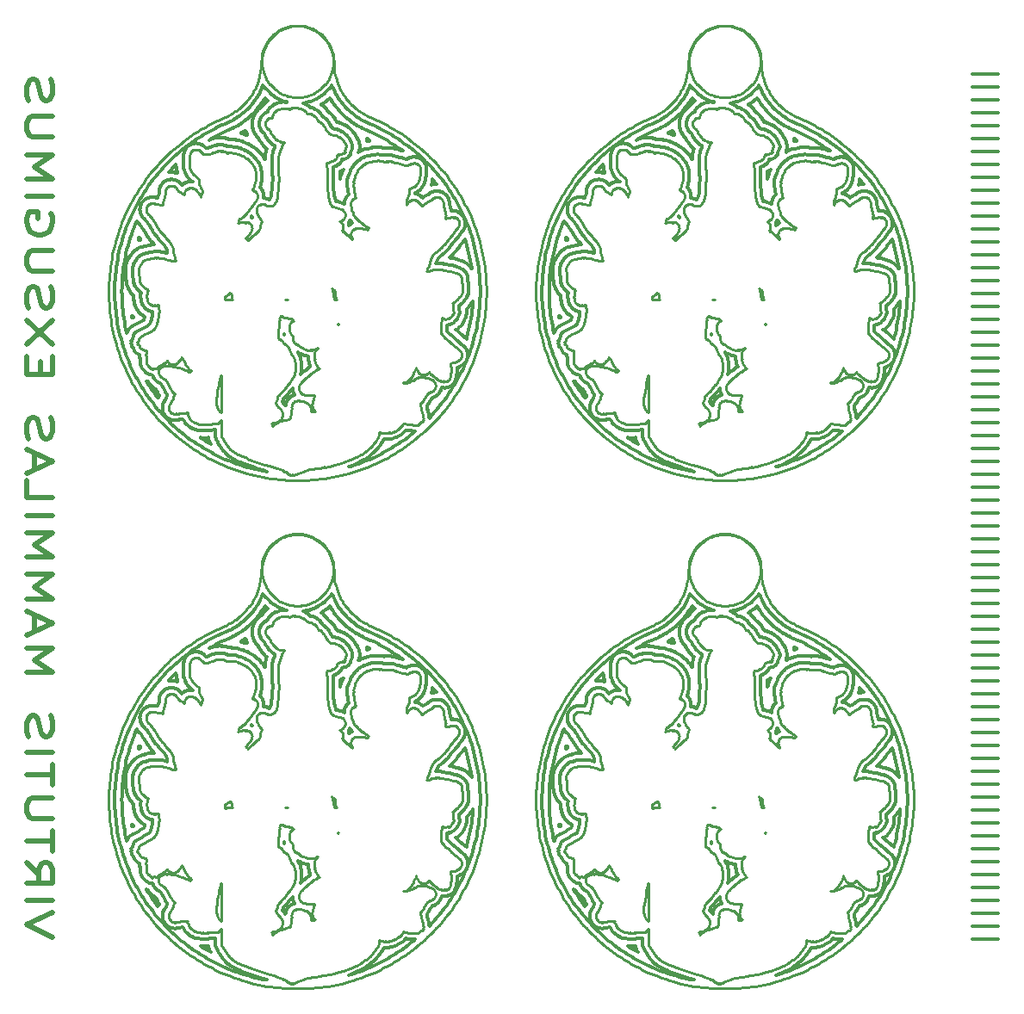
<source format=gbo>
%MOIN*%
%OFA0B0*%
%FSLAX46Y46*%
%IPPOS*%
%LPD*%
%ADD10C,0.00984251968503937*%
%ADD11C,0.011811023622047244*%
%ADD12C,0.013779527559055118*%
%ADD13C,0.015748031496062992*%
%ADD14C,0.00984251968503937*%
%ADD15C,0.011811023622047244*%
%ADD16C,0.013779527559055118*%
%ADD17C,0.015748031496062992*%
%ADD18C,0.00984251968503937*%
%ADD19C,0.011811023622047244*%
%ADD20C,0.013779527559055118*%
%ADD21C,0.015748031496062992*%
%ADD22C,0.00984251968503937*%
%ADD23C,0.011811023622047244*%
%ADD24C,0.013779527559055118*%
%ADD25C,0.015748031496062992*%
%ADD26C,0.013779527559055118*%
%ADD27C,0.01968503937007874*%
G04 next file*
D10*
X0001148500Y0002066399D02*
X0001164500Y0002066800D01*
X0001180600Y0002067500D01*
X0001196600Y0002068499D01*
X0001212600Y0002069900D01*
X0001228600Y0002071699D01*
X0001244500Y0002073799D01*
X0001260400Y0002076299D01*
X0001276199Y0002079100D01*
X0001292000Y0002082199D01*
X0001307700Y0002085700D01*
X0001323300Y0002089600D01*
X0001338800Y0002093799D01*
X0001354199Y0002098300D01*
X0001369500Y0002103200D01*
X0001384700Y0002108400D01*
X0001399800Y0002113900D01*
X0001414800Y0002119800D01*
X0001429600Y0002126000D01*
X0001444300Y0002132500D01*
X0001458800Y0002139300D01*
X0001473200Y0002146500D01*
X0001487400Y0002154000D01*
X0001501500Y0002161800D01*
X0001515400Y0002169800D01*
X0001529100Y0002178200D01*
X0001542599Y0002186900D01*
X0001555900Y0002195900D01*
X0001569000Y0002205200D01*
X0001581899Y0002214800D01*
X0001594600Y0002224600D01*
X0001607100Y0002234700D01*
X0001619400Y0002245100D01*
X0001631400Y0002255800D01*
X0001643200Y0002266700D01*
X0001654699Y0002277900D01*
X0001666000Y0002289300D01*
X0001677000Y0002301000D01*
X0001687800Y0002312900D01*
X0001698300Y0002325000D01*
X0001708600Y0002337400D01*
X0001718500Y0002350000D01*
X0001728200Y0002362900D01*
X0001737600Y0002375900D01*
X0001746800Y0002389100D01*
X0001755600Y0002402500D01*
X0001764099Y0002416100D01*
X0001772300Y0002430000D01*
X0001780300Y0002443900D01*
X0001787899Y0002458100D01*
X0001795200Y0002472400D01*
X0001802200Y0002486900D01*
X0001808800Y0002501500D01*
X0001815200Y0002516300D01*
X0001821200Y0002531200D01*
X0001826900Y0002546200D01*
X0001832200Y0002561300D01*
X0001837200Y0002576600D01*
X0001841900Y0002592000D01*
X0001846300Y0002607400D01*
X0001850300Y0002623000D01*
X0001853900Y0002638600D01*
X0001857200Y0002654400D01*
X0001860200Y0002670099D01*
X0001862800Y0002685999D01*
X0001865100Y0002701900D01*
X0001867000Y0002717900D01*
X0001868600Y0002733900D01*
X0001869800Y0002749899D01*
X0001870700Y0002765900D01*
X0001871200Y0002781999D01*
X0001871300Y0002798100D01*
X0001871100Y0002814100D01*
X0001870600Y0002830200D01*
X0001869700Y0002846200D01*
X0001868400Y0002862200D01*
X0001866800Y0002878200D01*
X0001864900Y0002894200D01*
X0001862600Y0002910100D01*
X0001859900Y0002925900D01*
X0001856900Y0002941700D01*
X0001853600Y0002957400D01*
X0001849900Y0002973100D01*
X0001845800Y0002988600D01*
X0001841500Y0003004100D01*
X0001836800Y0003019400D01*
X0001831700Y0003034700D01*
X0001826300Y0003049800D01*
X0001820600Y0003064800D01*
X0001814500Y0003079700D01*
X0001808200Y0003094499D01*
X0001801500Y0003109100D01*
X0001794499Y0003123500D01*
X0001787100Y0003137800D01*
X0001779500Y0003152000D01*
X0001771500Y0003165900D01*
X0001763299Y0003179699D01*
X0001754700Y0003193300D01*
X0001745899Y0003206700D01*
X0001736700Y0003219900D01*
X0001727299Y0003232900D01*
X0001717600Y0003245700D01*
X0001707600Y0003258300D01*
X0001697299Y0003270700D01*
X0001686800Y0003282800D01*
X0001675900Y0003294700D01*
X0001664900Y0003306300D01*
X0001653600Y0003317700D01*
X0001642000Y0003328900D01*
X0001630200Y0003339800D01*
X0001618099Y0003350400D01*
X0001605899Y0003360800D01*
X0001593400Y0003370900D01*
X0001580700Y0003380700D01*
X0001567700Y0003390300D01*
X0001554600Y0003399500D01*
X0001541200Y0003408500D01*
X0001527700Y0003417100D01*
X0001514000Y0003425500D01*
X0001500100Y0003433500D01*
X0001486000Y0003441300D01*
X0001471800Y0003448700D01*
X0001457400Y0003455900D01*
X0001442800Y0003462700D01*
X0001427900Y0003469200D01*
X0001427900Y0003469300D01*
X0001427799Y0003469300D01*
X0001412200Y0003476200D01*
X0001410800Y0003476900D01*
X0001395800Y0003485100D01*
X0001394500Y0003485900D01*
X0001380200Y0003495299D01*
X0001378900Y0003496200D01*
X0001365400Y0003506600D01*
X0001364200Y0003507600D01*
X0001351500Y0003519100D01*
X0001350400Y0003520200D01*
X0001338700Y0003532700D01*
X0001337700Y0003533900D01*
X0001327000Y0003547200D01*
X0001326100Y0003548500D01*
X0001316500Y0003562599D01*
X0001315700Y0003563900D01*
X0001307300Y0003578800D01*
X0001306599Y0003580200D01*
X0001299300Y0003595700D01*
X0001298700Y0003597099D01*
X0001292800Y0003613100D01*
X0001292300Y0003614600D01*
X0001287599Y0003631100D01*
X0001287200Y0003632600D01*
X0001283900Y0003649300D01*
X0001283600Y0003650900D01*
X0001281599Y0003667800D01*
X0001281500Y0003669400D01*
X0001280800Y0003686300D01*
X0001280000Y0003701900D01*
X0001277700Y0003716400D01*
X0001273900Y0003730600D01*
X0001268600Y0003744300D01*
X0001261900Y0003757399D01*
X0001253900Y0003769700D01*
X0001244700Y0003781100D01*
X0001234300Y0003791499D01*
X0001222900Y0003800700D01*
X0001210600Y0003808700D01*
X0001197500Y0003815400D01*
X0001183800Y0003820700D01*
X0001169600Y0003824500D01*
X0001155100Y0003826800D01*
X0001140500Y0003827499D01*
X0001125800Y0003826800D01*
X0001111300Y0003824500D01*
X0001097100Y0003820700D01*
X0001083400Y0003815400D01*
X0001070300Y0003808700D01*
X0001058000Y0003800700D01*
X0001046600Y0003791499D01*
X0001036200Y0003781100D01*
X0001026999Y0003769700D01*
X0001018999Y0003757399D01*
X0001012300Y0003744300D01*
X0001006999Y0003730600D01*
X0001003200Y0003716400D01*
X0001000899Y0003701900D01*
X0001000100Y0003686300D01*
X0000999400Y0003669400D01*
X0000999300Y0003667800D01*
X0000997300Y0003650900D01*
X0000997000Y0003649300D01*
X0000993700Y0003632600D01*
X0000993300Y0003631100D01*
X0000988600Y0003614600D01*
X0000988100Y0003613100D01*
X0000982200Y0003597099D01*
X0000981600Y0003595700D01*
X0000974300Y0003580200D01*
X0000973600Y0003578800D01*
X0000965200Y0003563900D01*
X0000964400Y0003562599D01*
X0000954800Y0003548500D01*
X0000953900Y0003547200D01*
X0000943200Y0003533900D01*
X0000942200Y0003532700D01*
X0000930500Y0003520200D01*
X0000929400Y0003519100D01*
X0000916700Y0003507600D01*
X0000915500Y0003506600D01*
X0000902000Y0003496200D01*
X0000900700Y0003495299D01*
X0000886400Y0003485900D01*
X0000885100Y0003485100D01*
X0000870100Y0003476900D01*
X0000868700Y0003476200D01*
X0000853100Y0003469300D01*
X0000853000Y0003469200D01*
X0000838100Y0003462700D01*
X0000823500Y0003455900D01*
X0000809100Y0003448700D01*
X0000794900Y0003441300D01*
X0000780800Y0003433500D01*
X0000766900Y0003425500D01*
X0000753199Y0003417100D01*
X0000739700Y0003408500D01*
X0000726299Y0003399500D01*
X0000713200Y0003390200D01*
X0000700300Y0003380700D01*
X0000687500Y0003370900D01*
X0000675000Y0003360800D01*
X0000662800Y0003350400D01*
X0000650700Y0003339800D01*
X0000638900Y0003328900D01*
X0000627300Y0003317700D01*
X0000616000Y0003306300D01*
X0000605000Y0003294700D01*
X0000594100Y0003282800D01*
X0000583600Y0003270700D01*
X0000573300Y0003258300D01*
X0000563300Y0003245700D01*
X0000553600Y0003232900D01*
X0000544200Y0003219900D01*
X0000535000Y0003206700D01*
X0000526200Y0003193300D01*
X0000517599Y0003179699D01*
X0000509399Y0003165900D01*
X0000501399Y0003152000D01*
X0000493800Y0003137800D01*
X0000486400Y0003123500D01*
X0000479400Y0003109100D01*
X0000472700Y0003094499D01*
X0000466400Y0003079700D01*
X0000460300Y0003064900D01*
X0000454600Y0003049800D01*
X0000449200Y0003034700D01*
X0000444100Y0003019400D01*
X0000439400Y0003004100D01*
X0000435100Y0002988600D01*
X0000431000Y0002973100D01*
X0000427300Y0002957400D01*
X0000424000Y0002941700D01*
X0000421000Y0002925900D01*
X0000418300Y0002910100D01*
X0000416000Y0002894200D01*
X0000414100Y0002878200D01*
X0000412500Y0002862200D01*
X0000411200Y0002846200D01*
X0000410300Y0002830200D01*
X0000409800Y0002814100D01*
X0000409600Y0002798100D01*
X0000409700Y0002781999D01*
X0000410200Y0002765900D01*
X0000411100Y0002749899D01*
X0000412300Y0002733900D01*
X0000413900Y0002717900D01*
X0000415800Y0002701900D01*
X0000418100Y0002685999D01*
X0000420700Y0002670099D01*
X0000423700Y0002654400D01*
X0000427000Y0002638600D01*
X0000430600Y0002623000D01*
X0000434600Y0002607400D01*
X0000439000Y0002592000D01*
X0000443700Y0002576600D01*
X0000448700Y0002561300D01*
X0000454000Y0002546200D01*
X0000459700Y0002531099D01*
X0000465700Y0002516200D01*
X0000472100Y0002501500D01*
X0000478700Y0002486900D01*
X0000485700Y0002472400D01*
X0000493000Y0002458100D01*
X0000500600Y0002443900D01*
X0000508600Y0002429900D01*
X0000516800Y0002416200D01*
X0000525300Y0002402500D01*
X0000534100Y0002389100D01*
X0000543300Y0002375900D01*
X0000552700Y0002362900D01*
X0000562400Y0002350000D01*
X0000572300Y0002337400D01*
X0000582600Y0002325000D01*
X0000593100Y0002312900D01*
X0000603900Y0002301000D01*
X0000614900Y0002289300D01*
X0000626200Y0002277900D01*
X0000637699Y0002266700D01*
X0000649500Y0002255800D01*
X0000661500Y0002245100D01*
X0000673800Y0002234700D01*
X0000686299Y0002224600D01*
X0000698999Y0002214800D01*
X0000711900Y0002205200D01*
X0000725000Y0002195900D01*
X0000738299Y0002186900D01*
X0000751800Y0002178200D01*
X0000765499Y0002169800D01*
X0000779400Y0002161800D01*
X0000793500Y0002154000D01*
X0000807700Y0002146500D01*
X0000822100Y0002139300D01*
X0000836600Y0002132500D01*
X0000851300Y0002126000D01*
X0000866100Y0002119800D01*
X0000881100Y0002113900D01*
X0000896200Y0002108400D01*
X0000911400Y0002103200D01*
X0000926700Y0002098300D01*
X0000942100Y0002093799D01*
X0000957600Y0002089600D01*
X0000973200Y0002085700D01*
X0000988900Y0002082199D01*
X0001004599Y0002079100D01*
X0001020500Y0002076299D01*
X0001036300Y0002073799D01*
X0001052300Y0002071699D01*
X0001068200Y0002069900D01*
X0001084300Y0002068499D01*
X0001100300Y0002067500D01*
X0001116400Y0002066800D01*
X0001132400Y0002066399D01*
X0001148500Y0002066399D01*
X0001128800Y0003549500D02*
X0001126900Y0003549500D01*
X0001125000Y0003549800D01*
X0001109800Y0003552900D01*
X0001109800Y0003552900D01*
X0001102200Y0003554400D01*
X0001100300Y0003554800D01*
X0001098500Y0003555500D01*
X0001077000Y0003564400D01*
X0001075200Y0003565200D01*
X0001073600Y0003566200D01*
X0001054200Y0003579100D01*
X0001052700Y0003580300D01*
X0001051200Y0003581600D01*
X0001034800Y0003598000D01*
X0001033500Y0003599500D01*
X0001032300Y0003600999D01*
X0001019400Y0003620400D01*
X0001018400Y0003622000D01*
X0001017600Y0003623799D01*
X0001008699Y0003645300D01*
X0001008000Y0003647100D01*
X0001007600Y0003648999D01*
X0001002999Y0003671799D01*
X0001002699Y0003673700D01*
X0001002699Y0003675600D01*
X0001002699Y0003698900D01*
X0001002699Y0003700800D01*
X0001002999Y0003702700D01*
X0001007600Y0003725500D01*
X0001008000Y0003727400D01*
X0001008699Y0003729200D01*
X0001017600Y0003750700D01*
X0001018400Y0003752500D01*
X0001019400Y0003754100D01*
X0001032300Y0003773500D01*
X0001033500Y0003775000D01*
X0001034800Y0003776500D01*
X0001051200Y0003792900D01*
X0001052700Y0003794199D01*
X0001054200Y0003795399D01*
X0001073600Y0003808300D01*
X0001075200Y0003809300D01*
X0001077000Y0003810100D01*
X0001098500Y0003818999D01*
X0001100300Y0003819700D01*
X0001102200Y0003820100D01*
X0001109800Y0003821600D01*
X0001109800Y0003821600D01*
X0001125000Y0003824700D01*
X0001126900Y0003825000D01*
X0001128800Y0003825000D01*
X0001152100Y0003825000D01*
X0001154000Y0003825000D01*
X0001155900Y0003824700D01*
X0001171100Y0003821600D01*
X0001178700Y0003820100D01*
X0001180600Y0003819700D01*
X0001182400Y0003818999D01*
X0001203900Y0003810100D01*
X0001205700Y0003809300D01*
X0001207300Y0003808300D01*
X0001226700Y0003795399D01*
X0001228200Y0003794199D01*
X0001229700Y0003792900D01*
X0001246100Y0003776500D01*
X0001247400Y0003775000D01*
X0001248600Y0003773500D01*
X0001261500Y0003754100D01*
X0001262500Y0003752500D01*
X0001263300Y0003750700D01*
X0001272200Y0003729200D01*
X0001272900Y0003727400D01*
X0001273300Y0003725500D01*
X0001277900Y0003702700D01*
X0001278200Y0003700800D01*
X0001278200Y0003698900D01*
X0001278200Y0003675600D01*
X0001278200Y0003673700D01*
X0001277900Y0003671799D01*
X0001273300Y0003648999D01*
X0001272900Y0003647100D01*
X0001272200Y0003645300D01*
X0001263300Y0003623799D01*
X0001262500Y0003622000D01*
X0001261500Y0003620400D01*
X0001248600Y0003600999D01*
X0001247400Y0003599500D01*
X0001246100Y0003598000D01*
X0001229700Y0003581600D01*
X0001228200Y0003580300D01*
X0001226700Y0003579100D01*
X0001207300Y0003566200D01*
X0001205700Y0003565200D01*
X0001203900Y0003564400D01*
X0001182400Y0003555500D01*
X0001180600Y0003554800D01*
X0001178700Y0003554400D01*
X0001171100Y0003552900D01*
X0001171100Y0003552900D01*
X0001155900Y0003549800D01*
X0001154000Y0003549500D01*
X0001152100Y0003549500D01*
X0001128800Y0003549500D01*
X0001116800Y0002085999D02*
X0001116400Y0002086100D01*
X0001116200Y0002086100D01*
X0001115000Y0002086300D01*
X0001112000Y0002087000D01*
X0001109100Y0002088200D01*
X0001108000Y0002088800D01*
X0001107600Y0002089000D01*
X0001104500Y0002090700D01*
X0001102000Y0002092200D01*
X0001097800Y0002095500D01*
X0001097600Y0002095600D01*
X0001094100Y0002098400D01*
X0001090700Y0002100500D01*
X0001087000Y0002102500D01*
X0001081100Y0002105100D01*
X0001072900Y0002108300D01*
X0001062100Y0002112000D01*
X0001048600Y0002116400D01*
X0001031800Y0002121600D01*
X0001011500Y0002127800D01*
X0001011500Y0002127800D01*
X0001003500Y0002130200D01*
X0001003200Y0002130300D01*
X0000983400Y0002136800D01*
X0000982900Y0002137000D01*
X0000963500Y0002143800D01*
X0000963100Y0002144000D01*
X0000944800Y0002151000D01*
X0000944300Y0002151200D01*
X0000927700Y0002158100D01*
X0000927000Y0002158400D01*
X0000912600Y0002165000D01*
X0000911800Y0002165300D01*
X0000910700Y0002165900D01*
X0000910600Y0002166000D01*
X0000898900Y0002172000D01*
X0000897500Y0002172800D01*
X0000889100Y0002178100D01*
X0000887600Y0002179100D01*
X0000886200Y0002180300D01*
X0000881300Y0002184900D01*
X0000880700Y0002185400D01*
X0000879800Y0002186300D01*
X0000878900Y0002187300D01*
X0000872600Y0002194500D01*
X0000871800Y0002195500D01*
X0000865200Y0002204100D01*
X0000864600Y0002205000D01*
X0000858500Y0002214000D01*
X0000857800Y0002215200D01*
X0000853000Y0002223500D01*
X0000852500Y0002224400D01*
X0000852000Y0002225500D01*
X0000851900Y0002225500D01*
X0000847100Y0002235000D01*
X0000846000Y0002237800D01*
X0000845300Y0002240800D01*
X0000845100Y0002242000D01*
X0000844800Y0002245100D01*
X0000844800Y0002298800D01*
X0000830900Y0002285600D01*
X0000819600Y0002285500D01*
X0000813899Y0002285200D01*
X0000805100Y0002284300D01*
X0000796300Y0002283100D01*
X0000791800Y0002282400D01*
X0000790800Y0002283200D01*
X0000789799Y0002282200D01*
X0000775800Y0002281600D01*
X0000774000Y0002283100D01*
X0000772300Y0002281700D01*
X0000759700Y0002283400D01*
X0000759199Y0002283500D01*
X0000758000Y0002283700D01*
X0000756099Y0002284100D01*
X0000754300Y0002284600D01*
X0000743800Y0002288500D01*
X0000741700Y0002289400D01*
X0000740600Y0002290000D01*
X0000739000Y0002290900D01*
X0000737500Y0002291900D01*
X0000729900Y0002297700D01*
X0000727900Y0002299400D01*
X0000727100Y0002300300D01*
X0000725000Y0002302700D01*
X0000720300Y0002309300D01*
X0000720700Y0002312900D01*
X0000717400Y0002314500D01*
X0000713699Y0002323700D01*
X0000715500Y0002328100D01*
X0000715200Y0002328300D01*
X0000715000Y0002328300D01*
X0000713000Y0002329500D01*
X0000711300Y0002327900D01*
X0000702900Y0002327600D01*
X0000695499Y0002327300D01*
X0000687800Y0002326500D01*
X0000682000Y0002325300D01*
X0000677799Y0002324300D01*
X0000676800Y0002324100D01*
X0000672000Y0002323200D01*
X0000669500Y0002324600D01*
X0000667400Y0002322600D01*
X0000665199Y0002322600D01*
X0000663200Y0002324400D01*
X0000663000Y0002323000D01*
X0000662800Y0002323000D01*
X0000659800Y0002323800D01*
X0000658700Y0002324200D01*
X0000657600Y0002324500D01*
X0000654800Y0002325600D01*
X0000653700Y0002326200D01*
X0000651100Y0002327800D01*
X0000648700Y0002329800D01*
X0000647800Y0002330700D01*
X0000645800Y0002333000D01*
X0000644199Y0002335700D01*
X0000643699Y0002336800D01*
X0000642500Y0002339600D01*
X0000641700Y0002342600D01*
X0000641600Y0002343800D01*
X0000641299Y0002346800D01*
X0000641500Y0002348600D01*
X0000641400Y0002348700D01*
X0000641500Y0002349400D01*
X0000641600Y0002350000D01*
X0000641700Y0002351200D01*
X0000642500Y0002354200D01*
X0000643699Y0002357100D01*
X0000644199Y0002358200D01*
X0000644700Y0002359100D01*
X0000646500Y0002362200D01*
X0000647199Y0002363300D01*
X0000647199Y0002363300D01*
X0000647700Y0002364000D01*
X0000650600Y0002368000D01*
X0000652799Y0002371500D01*
X0000655300Y0002376600D01*
X0000657900Y0002383800D01*
X0000660500Y0002391400D01*
X0000661600Y0002394000D01*
X0000662099Y0002395100D01*
X0000662199Y0002395300D01*
X0000665199Y0002400900D01*
X0000664400Y0002401400D01*
X0000662599Y0002402700D01*
X0000659199Y0002405500D01*
X0000657800Y0002406800D01*
X0000657000Y0002407600D01*
X0000655500Y0002409200D01*
X0000654300Y0002411000D01*
X0000651500Y0002415300D01*
X0000651900Y0002417700D01*
X0000649700Y0002418600D01*
X0000646500Y0002425500D01*
X0000643300Y0002432300D01*
X0000635500Y0002445900D01*
X0000628500Y0002454900D01*
X0000621800Y0002460600D01*
X0000612600Y0002466500D01*
X0000610800Y0002467700D01*
X0000609200Y0002469100D01*
X0000608400Y0002470000D01*
X0000606400Y0002472400D01*
X0000604800Y0002475000D01*
X0000604200Y0002476100D01*
X0000603000Y0002478900D01*
X0000602300Y0002482000D01*
X0000602100Y0002483200D01*
X0000601900Y0002486200D01*
X0000602100Y0002489300D01*
X0000602300Y0002490500D01*
X0000603000Y0002493600D01*
X0000604200Y0002496400D01*
X0000604800Y0002497500D01*
X0000606400Y0002500100D01*
X0000608400Y0002502500D01*
X0000609200Y0002503400D01*
X0000611600Y0002505400D01*
X0000614200Y0002507000D01*
X0000615300Y0002507500D01*
X0000618200Y0002508700D01*
X0000621200Y0002509400D01*
X0000622400Y0002509600D01*
X0000624000Y0002509800D01*
X0000632199Y0002510400D01*
X0000632300Y0002510300D01*
X0000632400Y0002510400D01*
X0000633100Y0002510500D01*
X0000634200Y0002509600D01*
X0000635300Y0002510500D01*
X0000645800Y0002510000D01*
X0000648000Y0002509800D01*
X0000649200Y0002509600D01*
X0000649400Y0002509600D01*
X0000662399Y0002507300D01*
X0000664000Y0002507000D01*
X0000678400Y0002503300D01*
X0000679700Y0002502900D01*
X0000694600Y0002497900D01*
X0000695899Y0002497400D01*
X0000710400Y0002491400D01*
X0000710699Y0002491300D01*
X0000719400Y0002487500D01*
X0000727200Y0002484500D01*
X0000728000Y0002492300D01*
X0000726199Y0002493000D01*
X0000725200Y0002493500D01*
X0000724000Y0002494200D01*
X0000723900Y0002494200D01*
X0000723900Y0002494200D01*
X0000723900Y0002494300D01*
X0000722500Y0002495200D01*
X0000720199Y0002497200D01*
X0000719300Y0002498000D01*
X0000718000Y0002499600D01*
X0000717900Y0002499600D01*
X0000715900Y0002502100D01*
X0000714400Y0002504300D01*
X0000711099Y0002509600D01*
X0000710699Y0002510300D01*
X0000706700Y0002517500D01*
X0000706500Y0002518000D01*
X0000702200Y0002526300D01*
X0000702500Y0002527400D01*
X0000701399Y0002527800D01*
X0000697300Y0002536300D01*
X0000697100Y0002536800D01*
X0000693700Y0002544200D01*
X0000689599Y0002537900D01*
X0000689299Y0002537500D01*
X0000688600Y0002536600D01*
X0000688300Y0002536100D01*
X0000684000Y0002530200D01*
X0000683299Y0002529300D01*
X0000679700Y0002524900D01*
X0000678400Y0002524700D01*
X0000676800Y0002522500D01*
X0000676800Y0002521900D01*
X0000674699Y0002520000D01*
X0000673900Y0002520000D01*
X0000672500Y0002518800D01*
X0000669800Y0002517200D01*
X0000668699Y0002516700D01*
X0000665900Y0002515500D01*
X0000662900Y0002514800D01*
X0000661700Y0002514600D01*
X0000658600Y0002514300D01*
X0000655500Y0002514600D01*
X0000654800Y0002514700D01*
X0000654200Y0002514800D01*
X0000654100Y0002514800D01*
X0000653499Y0002514900D01*
X0000650900Y0002515600D01*
X0000648400Y0002516700D01*
X0000647299Y0002517200D01*
X0000645300Y0002518400D01*
X0000643400Y0002519800D01*
X0000640699Y0002522200D01*
X0000639600Y0002523200D01*
X0000638800Y0002524100D01*
X0000637699Y0002525200D01*
X0000635400Y0002527999D01*
X0000633800Y0002526200D01*
X0000633800Y0002526200D01*
X0000633500Y0002526000D01*
X0000632900Y0002525300D01*
X0000631999Y0002524400D01*
X0000630700Y0002523200D01*
X0000625200Y0002518600D01*
X0000621500Y0002518900D01*
X0000620300Y0002518600D01*
X0000620100Y0002518500D01*
X0000619700Y0002518200D01*
X0000617700Y0002514500D01*
X0000612600Y0002512800D01*
X0000611300Y0002512500D01*
X0000610800Y0002512200D01*
X0000605800Y0002508100D01*
X0000596500Y0002499400D01*
X0000582700Y0002499700D01*
X0000580300Y0002496300D01*
X0000576800Y0002498700D01*
X0000574600Y0002498200D01*
X0000573000Y0002500000D01*
X0000568900Y0002500100D01*
X0000568900Y0002504200D01*
X0000568500Y0002504500D01*
X0000567800Y0002504800D01*
X0000565200Y0002506500D01*
X0000563100Y0002508300D01*
X0000557600Y0002512100D01*
X0000556200Y0002519500D01*
X0000556100Y0002520000D01*
X0000555900Y0002521200D01*
X0000555900Y0002521300D01*
X0000555700Y0002522500D01*
X0000555600Y0002523500D01*
X0000554900Y0002529900D01*
X0000554900Y0002530699D01*
X0000554300Y0002539199D01*
X0000554300Y0002539800D01*
X0000554100Y0002548800D01*
X0000554000Y0002549200D01*
X0000554000Y0002551900D01*
X0000554000Y0002552300D01*
X0000554100Y0002560400D01*
X0000554300Y0002562300D01*
X0000554900Y0002567800D01*
X0000555000Y0002568600D01*
X0000555200Y0002569600D01*
X0000553500Y0002570000D01*
X0000540500Y0002574300D01*
X0000539300Y0002574700D01*
X0000531700Y0002577700D01*
X0000524300Y0002592699D01*
X0000520400Y0002593900D01*
X0000521499Y0002597400D01*
X0000520499Y0002598700D01*
X0000520900Y0002599400D01*
X0000520000Y0002601199D01*
X0000523100Y0002603300D01*
X0000523599Y0002604100D01*
X0000528700Y0002620400D01*
X0000549200Y0002631200D01*
X0000558800Y0002636399D01*
X0000571800Y0002643900D01*
X0000581000Y0002649999D01*
X0000586600Y0002654400D01*
X0000588900Y0002656800D01*
X0000589800Y0002658200D01*
X0000592300Y0002663300D01*
X0000595200Y0002672399D01*
X0000598400Y0002685199D01*
X0000601600Y0002702100D01*
X0000601800Y0002703600D01*
X0000603400Y0002712800D01*
X0000604300Y0002719100D01*
X0000604500Y0002723100D01*
X0000604400Y0002726100D01*
X0000604000Y0002729200D01*
X0000602800Y0002735199D01*
X0000602800Y0002735199D01*
X0000602000Y0002738900D01*
X0000601900Y0002739700D01*
X0000601100Y0002744500D01*
X0000598200Y0002744799D01*
X0000591800Y0002743300D01*
X0000591000Y0002743100D01*
X0000589300Y0002742800D01*
X0000586500Y0002744500D01*
X0000586200Y0002744200D01*
X0000585700Y0002744100D01*
X0000583000Y0002743900D01*
X0000582900Y0002742899D01*
X0000581800Y0002743000D01*
X0000578800Y0002743800D01*
X0000576300Y0002744799D01*
X0000575300Y0002745000D01*
X0000572500Y0002746200D01*
X0000572100Y0002746399D01*
X0000569900Y0002748000D01*
X0000569100Y0002748000D01*
X0000567300Y0002749499D01*
X0000566400Y0002750400D01*
X0000565500Y0002751300D01*
X0000563500Y0002753600D01*
X0000561900Y0002756200D01*
X0000561300Y0002757300D01*
X0000560500Y0002759199D01*
X0000559900Y0002761100D01*
X0000558600Y0002766000D01*
X0000558100Y0002768000D01*
X0000557900Y0002769199D01*
X0000557800Y0002770500D01*
X0000557200Y0002776300D01*
X0000557100Y0002778300D01*
X0000557300Y0002780400D01*
X0000558600Y0002791600D01*
X0000558700Y0002792400D01*
X0000558900Y0002793599D01*
X0000559200Y0002795300D01*
X0000559700Y0002797000D01*
X0000562000Y0002803500D01*
X0000559700Y0002804500D01*
X0000558600Y0002805100D01*
X0000557400Y0002805700D01*
X0000551000Y0002809600D01*
X0000549400Y0002810700D01*
X0000547900Y0002812000D01*
X0000541800Y0002817500D01*
X0000541200Y0002818100D01*
X0000540300Y0002819000D01*
X0000539800Y0002819500D01*
X0000538100Y0002821400D01*
X0000536800Y0002822900D01*
X0000534700Y0002825600D01*
X0000533000Y0002828500D01*
X0000532400Y0002829600D01*
X0000531700Y0002831000D01*
X0000530400Y0002834200D01*
X0000529700Y0002836300D01*
X0000529200Y0002838400D01*
X0000528500Y0002842900D01*
X0000528400Y0002843100D01*
X0000528200Y0002844300D01*
X0000528000Y0002846200D01*
X0000527600Y0002852800D01*
X0000527600Y0002853500D01*
X0000527300Y0002863299D01*
X0000527300Y0002863400D01*
X0000527300Y0002863400D01*
X0000526700Y0002885700D01*
X0000526700Y0002887500D01*
X0000526900Y0002889300D01*
X0000527100Y0002890500D01*
X0000527800Y0002893500D01*
X0000529000Y0002896400D01*
X0000529600Y0002897500D01*
X0000531200Y0002900099D01*
X0000533200Y0002902500D01*
X0000534100Y0002903400D01*
X0000534400Y0002903599D01*
X0000534400Y0002903900D01*
X0000535600Y0002906800D01*
X0000536200Y0002907800D01*
X0000537800Y0002910500D01*
X0000539800Y0002912800D01*
X0000540700Y0002913700D01*
X0000543000Y0002915700D01*
X0000545600Y0002917300D01*
X0000546700Y0002917900D01*
X0000549400Y0002919000D01*
X0000550500Y0002920800D01*
X0000560400Y0002923400D01*
X0000561500Y0002923600D01*
X0000576000Y0002926600D01*
X0000576900Y0002926700D01*
X0000578100Y0002926900D01*
X0000579400Y0002927100D01*
X0000592300Y0002928300D01*
X0000593700Y0002927100D01*
X0000595000Y0002928300D01*
X0000607500Y0002927700D01*
X0000609600Y0002927500D01*
X0000610800Y0002927300D01*
X0000611300Y0002927199D01*
X0000624600Y0002924700D01*
X0000626300Y0002924300D01*
X0000641700Y0002920100D01*
X0000642200Y0002919900D01*
X0000643000Y0002919700D01*
X0000655700Y0002916300D01*
X0000663700Y0002915199D01*
X0000669000Y0002915400D01*
X0000664899Y0002927500D01*
X0000664200Y0002930000D01*
X0000660500Y0002949600D01*
X0000660400Y0002950200D01*
X0000660200Y0002951400D01*
X0000660100Y0002951900D01*
X0000659900Y0002953199D01*
X0000658200Y0002963300D01*
X0000656099Y0002971300D01*
X0000653600Y0002977199D01*
X0000649799Y0002983500D01*
X0000643300Y0002991900D01*
X0000633700Y0003002800D01*
X0000624500Y0003012799D01*
X0000624400Y0003013100D01*
X0000616300Y0003022200D01*
X0000615900Y0003022600D01*
X0000609600Y0003030300D01*
X0000609000Y0003031000D01*
X0000603800Y0003037900D01*
X0000603200Y0003038800D01*
X0000598500Y0003045800D01*
X0000598000Y0003046600D01*
X0000593400Y0003054300D01*
X0000593100Y0003054800D01*
X0000588000Y0003063900D01*
X0000583600Y0003071500D01*
X0000576600Y0003081800D01*
X0000570100Y0003088800D01*
X0000569900Y0003089000D01*
X0000565200Y0003093500D01*
X0000565000Y0003093699D01*
X0000564200Y0003094600D01*
X0000563400Y0003095400D01*
X0000560500Y0003098600D01*
X0000559000Y0003100600D01*
X0000557700Y0003102800D01*
X0000557100Y0003103900D01*
X0000556300Y0003105800D01*
X0000555800Y0003107000D01*
X0000555200Y0003109000D01*
X0000554700Y0003111000D01*
X0000554500Y0003112200D01*
X0000554300Y0003115200D01*
X0000554500Y0003118300D01*
X0000554700Y0003119500D01*
X0000555500Y0003122500D01*
X0000556600Y0003125400D01*
X0000557200Y0003126500D01*
X0000558800Y0003129100D01*
X0000560800Y0003131500D01*
X0000561700Y0003132400D01*
X0000564000Y0003134399D01*
X0000566700Y0003136000D01*
X0000567800Y0003136500D01*
X0000570600Y0003137700D01*
X0000573600Y0003138400D01*
X0000574800Y0003138600D01*
X0000576700Y0003138800D01*
X0000578700Y0003138900D01*
X0000579500Y0003138800D01*
X0000581400Y0003138700D01*
X0000587000Y0003137900D01*
X0000587500Y0003137800D01*
X0000588700Y0003137700D01*
X0000589300Y0003137500D01*
X0000597700Y0003135900D01*
X0000598200Y0003135800D01*
X0000608500Y0003133600D01*
X0000608900Y0003133500D01*
X0000617600Y0003131400D01*
X0000617700Y0003132800D01*
X0000619100Y0003134200D01*
X0000618100Y0003135800D01*
X0000619000Y0003141299D01*
X0000619400Y0003142800D01*
X0000621700Y0003152300D01*
X0000622200Y0003153900D01*
X0000625100Y0003162600D01*
X0000625200Y0003162800D01*
X0000627000Y0003167900D01*
X0000628400Y0003173600D01*
X0000628800Y0003176900D01*
X0000628800Y0003184200D01*
X0000629100Y0003187300D01*
X0000629300Y0003188500D01*
X0000630000Y0003191500D01*
X0000631200Y0003194300D01*
X0000631699Y0003195400D01*
X0000633300Y0003198100D01*
X0000635300Y0003200400D01*
X0000636200Y0003201300D01*
X0000638600Y0003203299D01*
X0000641199Y0003204899D01*
X0000642300Y0003205500D01*
X0000645200Y0003206600D01*
X0000648200Y0003207400D01*
X0000649400Y0003207599D01*
X0000652400Y0003207800D01*
X0000655500Y0003207599D01*
X0000656700Y0003207400D01*
X0000659700Y0003206600D01*
X0000662599Y0003205500D01*
X0000663700Y0003204899D01*
X0000666300Y0003203299D01*
X0000668699Y0003201300D01*
X0000669600Y0003200400D01*
X0000670800Y0003199000D01*
X0000671900Y0003197600D01*
X0000676800Y0003190400D01*
X0000679600Y0003187500D01*
X0000686100Y0003182300D01*
X0000694500Y0003176400D01*
X0000694700Y0003176300D01*
X0000694800Y0003176199D01*
X0000701899Y0003171400D01*
X0000701999Y0003174200D01*
X0000702200Y0003176199D01*
X0000702400Y0003178000D01*
X0000702500Y0003178300D01*
X0000702700Y0003179500D01*
X0000703400Y0003182500D01*
X0000704599Y0003185400D01*
X0000705099Y0003186500D01*
X0000706700Y0003189100D01*
X0000708800Y0003191500D01*
X0000709600Y0003192400D01*
X0000712000Y0003194400D01*
X0000714600Y0003196000D01*
X0000715700Y0003196500D01*
X0000718600Y0003197700D01*
X0000721600Y0003198400D01*
X0000722799Y0003198600D01*
X0000725899Y0003198900D01*
X0000728899Y0003198600D01*
X0000730100Y0003198400D01*
X0000732099Y0003198000D01*
X0000734100Y0003197400D01*
X0000735900Y0003196700D01*
X0000736800Y0003196300D01*
X0000740800Y0003194600D01*
X0000741800Y0003194100D01*
X0000742900Y0003193500D01*
X0000745500Y0003191900D01*
X0000748800Y0003189500D01*
X0000751100Y0003187500D01*
X0000752000Y0003186700D01*
X0000753900Y0003184400D01*
X0000758000Y0003178899D01*
X0000759000Y0003177400D01*
X0000759700Y0003176100D01*
X0000759700Y0003176100D01*
X0000764200Y0003167200D01*
X0000764200Y0003167200D01*
X0000764800Y0003166099D01*
X0000765399Y0003164900D01*
X0000765700Y0003164100D01*
X0000766100Y0003166300D01*
X0000766500Y0003167900D01*
X0000767600Y0003172000D01*
X0000767900Y0003172900D01*
X0000769300Y0003177300D01*
X0000771499Y0003184300D01*
X0000772300Y0003188199D01*
X0000772300Y0003188400D01*
X0000772100Y0003188900D01*
X0000769400Y0003193400D01*
X0000769300Y0003193500D01*
X0000765200Y0003200400D01*
X0000764700Y0003201400D01*
X0000764100Y0003202499D01*
X0000762900Y0003205700D01*
X0000760200Y0003214200D01*
X0000759600Y0003217000D01*
X0000759399Y0003218200D01*
X0000759100Y0003220600D01*
X0000759199Y0003223000D01*
X0000759900Y0003231300D01*
X0000760100Y0003232700D01*
X0000760200Y0003233300D01*
X0000759499Y0003233700D01*
X0000750700Y0003239000D01*
X0000749000Y0003240200D01*
X0000747399Y0003241500D01*
X0000739500Y0003248999D01*
X0000739200Y0003249400D01*
X0000738299Y0003250200D01*
X0000737000Y0003251600D01*
X0000735900Y0003253200D01*
X0000729900Y0003262100D01*
X0000728600Y0003264200D01*
X0000728100Y0003265299D01*
X0000727900Y0003265500D01*
X0000727000Y0003267500D01*
X0000726199Y0003269200D01*
X0000723800Y0003275600D01*
X0000723199Y0003277400D01*
X0000722799Y0003279300D01*
X0000721700Y0003286200D01*
X0000721700Y0003286300D01*
X0000721500Y0003287500D01*
X0000721200Y0003290200D01*
X0000721000Y0003299200D01*
X0000721000Y0003299900D01*
X0000721000Y0003300000D01*
X0000721000Y0003300499D01*
X0000721300Y0003308500D01*
X0000721400Y0003309399D01*
X0000721900Y0003316300D01*
X0000722100Y0003317800D01*
X0000722300Y0003319000D01*
X0000722300Y0003319100D01*
X0000722999Y0003323500D01*
X0000723500Y0003325699D01*
X0000724900Y0003330600D01*
X0000725500Y0003332500D01*
X0000726299Y0003334300D01*
X0000726900Y0003335400D01*
X0000728500Y0003338000D01*
X0000730500Y0003340400D01*
X0000731400Y0003341200D01*
X0000733700Y0003343200D01*
X0000736300Y0003344800D01*
X0000737400Y0003345399D01*
X0000740300Y0003346600D01*
X0000743300Y0003347300D01*
X0000744500Y0003347500D01*
X0000747600Y0003347700D01*
X0000750700Y0003347500D01*
X0000751900Y0003347300D01*
X0000754900Y0003346600D01*
X0000757700Y0003345399D01*
X0000758800Y0003344800D01*
X0000761200Y0003343500D01*
X0000763300Y0003341800D01*
X0000772400Y0003333300D01*
X0000772400Y0003333300D01*
X0000772700Y0003333100D01*
X0000776100Y0003330200D01*
X0000776300Y0003330100D01*
X0000777900Y0003329600D01*
X0000783100Y0003328800D01*
X0000788900Y0003328200D01*
X0000792599Y0003328200D01*
X0000793800Y0003328399D01*
X0000798600Y0003330000D01*
X0000810500Y0003334400D01*
X0000810800Y0003334500D01*
X0000819600Y0003337600D01*
X0000820300Y0003337800D01*
X0000826700Y0003339900D01*
X0000828300Y0003340300D01*
X0000833000Y0003341400D01*
X0000834200Y0003341600D01*
X0000835500Y0003341800D01*
X0000837300Y0003342000D01*
X0000840800Y0003342200D01*
X0000842800Y0003340500D01*
X0000844900Y0003342100D01*
X0000848000Y0003341600D01*
X0000848300Y0003341600D01*
X0000849500Y0003341400D01*
X0000852000Y0003340800D01*
X0000855300Y0003339900D01*
X0000856300Y0003339500D01*
X0000857700Y0003339000D01*
X0000859600Y0003338300D01*
X0000865300Y0003335500D01*
X0000865800Y0003335300D01*
X0000866900Y0003334700D01*
X0000868400Y0003333799D01*
X0000875400Y0003334900D01*
X0000875600Y0003335000D01*
X0000876800Y0003335100D01*
X0000879200Y0003335400D01*
X0000881700Y0003335300D01*
X0000893300Y0003334199D01*
X0000894600Y0003334100D01*
X0000895800Y0003333900D01*
X0000898000Y0003333399D01*
X0000910600Y0003329900D01*
X0000913300Y0003328900D01*
X0000926200Y0003323300D01*
X0000927100Y0003322800D01*
X0000928200Y0003322199D01*
X0000929600Y0003321500D01*
X0000941900Y0003313900D01*
X0000944200Y0003312200D01*
X0000955000Y0003303200D01*
X0000956300Y0003302000D01*
X0000957100Y0003301100D01*
X0000957400Y0003300899D01*
X0000959600Y0003298600D01*
X0000961100Y0003296800D01*
X0000967200Y0003288800D01*
X0000968200Y0003287299D01*
X0000969100Y0003285800D01*
X0000969700Y0003284700D01*
X0000970100Y0003283800D01*
X0000974100Y0003274900D01*
X0000974900Y0003272800D01*
X0000975400Y0003270700D01*
X0000977600Y0003260000D01*
X0000977700Y0003259200D01*
X0000977900Y0003257900D01*
X0000978100Y0003255900D01*
X0000978800Y0003242300D01*
X0000978900Y0003240499D01*
X0000978600Y0003232800D01*
X0000978300Y0003230400D01*
X0000978100Y0003229200D01*
X0000978100Y0003229200D01*
X0000976800Y0003220900D01*
X0000976200Y0003218100D01*
X0000973500Y0003209600D01*
X0000972700Y0003207400D01*
X0000968400Y0003197800D01*
X0000968000Y0003196900D01*
X0000967400Y0003195800D01*
X0000967200Y0003195300D01*
X0000964100Y0003189800D01*
X0000965500Y0003189700D01*
X0000966400Y0003189500D01*
X0000970000Y0003188400D01*
X0000970500Y0003188600D01*
X0000972000Y0003187799D01*
X0000972600Y0003187600D01*
X0000973700Y0003187000D01*
X0000976300Y0003185400D01*
X0000978700Y0003183400D01*
X0000979600Y0003182500D01*
X0000981600Y0003180200D01*
X0000983200Y0003177500D01*
X0000983700Y0003176400D01*
X0000984900Y0003173600D01*
X0000985600Y0003170600D01*
X0000985800Y0003169400D01*
X0000986100Y0003166300D01*
X0000985800Y0003163200D01*
X0000985600Y0003162000D01*
X0000984900Y0003158799D01*
X0000984600Y0003158000D01*
X0000983500Y0003155400D01*
X0000982900Y0003154300D01*
X0000982400Y0003153400D01*
X0000980300Y0003149700D01*
X0000979700Y0003148700D01*
X0000975800Y0003142700D01*
X0000975500Y0003142300D01*
X0000970200Y0003134700D01*
X0000970000Y0003134399D01*
X0000963700Y0003125800D01*
X0000963400Y0003125300D01*
X0000953800Y0003112900D01*
X0000953000Y0003111900D01*
X0000943100Y0003100700D01*
X0000942200Y0003099700D01*
X0000941300Y0003098900D01*
X0000940900Y0003098500D01*
X0000930800Y0003089000D01*
X0000929400Y0003087700D01*
X0000918000Y0003078900D01*
X0000916800Y0003078100D01*
X0000912300Y0003075100D01*
X0000912500Y0003072700D01*
X0000912200Y0003069600D01*
X0000912000Y0003068400D01*
X0000911300Y0003065400D01*
X0000910100Y0003062600D01*
X0000912500Y0003063200D01*
X0000913100Y0003063300D01*
X0000921500Y0003065100D01*
X0000922200Y0003065200D01*
X0000929200Y0003066500D01*
X0000929600Y0003066500D01*
X0000930800Y0003066700D01*
X0000931900Y0003066900D01*
X0000936700Y0003067300D01*
X0000940400Y0003064400D01*
X0000944800Y0003066600D01*
X0000946500Y0003066200D01*
X0000948600Y0003065500D01*
X0000950600Y0003064600D01*
X0000951700Y0003064100D01*
X0000954300Y0003062500D01*
X0000956700Y0003060500D01*
X0000957600Y0003059600D01*
X0000959600Y0003057200D01*
X0000961200Y0003054599D01*
X0000961700Y0003053500D01*
X0000962900Y0003050600D01*
X0000963600Y0003047600D01*
X0000963800Y0003046400D01*
X0000964100Y0003043300D01*
X0000963800Y0003040300D01*
X0000963600Y0003039100D01*
X0000963100Y0003036799D01*
X0000962400Y0003034600D01*
X0000961200Y0003031800D01*
X0000960600Y0003030400D01*
X0000960000Y0003029300D01*
X0000958500Y0003026800D01*
X0000954900Y0003021800D01*
X0000954000Y0003020600D01*
X0000948700Y0003014300D01*
X0000948100Y0003013599D01*
X0000941700Y0003006700D01*
X0000941200Y0003006100D01*
X0000940300Y0003005300D01*
X0000940300Y0003005200D01*
X0000939100Y0003004100D01*
X0000941300Y0003002800D01*
X0000943700Y0003000799D01*
X0000944500Y0002999900D01*
X0000946600Y0002997500D01*
X0000948000Y0002995200D01*
X0000953800Y0003000300D01*
X0000966100Y0003011300D01*
X0000975800Y0003020200D01*
X0000983200Y0003027200D01*
X0000987700Y0003031600D01*
X0000991100Y0003035400D01*
X0000993000Y0003037900D01*
X0000993600Y0003038900D01*
X0000993900Y0003039500D01*
X0000994500Y0003041600D01*
X0000995600Y0003045699D01*
X0000996600Y0003050600D01*
X0000996900Y0003053300D01*
X0000996900Y0003053700D01*
X0000997100Y0003056000D01*
X0000997300Y0003057200D01*
X0000998100Y0003060400D01*
X0000999200Y0003063700D01*
X0001000300Y0003066300D01*
X0001000899Y0003067400D01*
X0001002500Y0003070099D01*
X0001003300Y0003071000D01*
X0001000100Y0003073999D01*
X0000999500Y0003074500D01*
X0000998700Y0003075300D01*
X0000997300Y0003076900D01*
X0000996100Y0003078500D01*
X0000989700Y0003088400D01*
X0000988600Y0003090200D01*
X0000988100Y0003091300D01*
X0000988000Y0003091500D01*
X0000986000Y0003095400D01*
X0000985800Y0003095800D01*
X0000983700Y0003100400D01*
X0000983100Y0003101900D01*
X0000982300Y0003104100D01*
X0000981700Y0003106000D01*
X0000981300Y0003107900D01*
X0000981100Y0003109100D01*
X0000980800Y0003112200D01*
X0000981100Y0003115300D01*
X0000981300Y0003116500D01*
X0000982000Y0003119500D01*
X0000983200Y0003122300D01*
X0000983700Y0003123400D01*
X0000985300Y0003126100D01*
X0000987300Y0003128400D01*
X0000988200Y0003129299D01*
X0000990600Y0003131299D01*
X0000993200Y0003132900D01*
X0000994300Y0003133500D01*
X0000994400Y0003133500D01*
X0000994600Y0003133600D01*
X0000994600Y0003133600D01*
X0000997500Y0003134799D01*
X0001000400Y0003135500D01*
X0001001600Y0003135700D01*
X0001004699Y0003135900D01*
X0001007800Y0003135700D01*
X0001008999Y0003135500D01*
X0001012000Y0003134799D01*
X0001014699Y0003133900D01*
X0001017200Y0003132900D01*
X0001021800Y0003130700D01*
X0001021900Y0003130600D01*
X0001025900Y0003129400D01*
X0001032300Y0003128900D01*
X0001036800Y0003129200D01*
X0001042999Y0003131000D01*
X0001047400Y0003133800D01*
X0001052400Y0003139500D01*
X0001058000Y0003149600D01*
X0001058500Y0003151000D01*
X0001061600Y0003161600D01*
X0001064000Y0003175000D01*
X0001066000Y0003192000D01*
X0001067200Y0003212100D01*
X0001067700Y0003234100D01*
X0001067300Y0003257600D01*
X0001066000Y0003282200D01*
X0001065600Y0003289699D01*
X0001065500Y0003290200D01*
X0001065200Y0003300200D01*
X0001065200Y0003301400D01*
X0001065300Y0003309399D01*
X0001065500Y0003311100D01*
X0001066300Y0003318300D01*
X0001066400Y0003319100D01*
X0001066600Y0003320400D01*
X0001066700Y0003320999D01*
X0001068200Y0003328600D01*
X0001068300Y0003329200D01*
X0001068400Y0003329700D01*
X0001068800Y0003331200D01*
X0001074100Y0003348200D01*
X0001075000Y0003350600D01*
X0001082700Y0003367500D01*
X0001083100Y0003368200D01*
X0001083600Y0003369300D01*
X0001084400Y0003370599D01*
X0001088100Y0003376800D01*
X0001080600Y0003376800D01*
X0001077700Y0003377100D01*
X0001076500Y0003377300D01*
X0001073800Y0003377900D01*
X0001071200Y0003378900D01*
X0001062700Y0003382900D01*
X0001062100Y0003383200D01*
X0001061000Y0003383700D01*
X0001058400Y0003385299D01*
X0001056200Y0003387200D01*
X0001048000Y0003395100D01*
X0001047800Y0003395300D01*
X0001046999Y0003396200D01*
X0001045600Y0003397699D01*
X0001044400Y0003399300D01*
X0001036600Y0003411300D01*
X0001035900Y0003412400D01*
X0001034700Y0003414600D01*
X0001030799Y0003421200D01*
X0001027600Y0003425900D01*
X0001026400Y0003427400D01*
X0001024000Y0003429700D01*
X0001023500Y0003430100D01*
X0001022600Y0003430999D01*
X0001020600Y0003433400D01*
X0001018999Y0003436000D01*
X0001018400Y0003437100D01*
X0001017200Y0003439900D01*
X0001016500Y0003442999D01*
X0001016300Y0003444200D01*
X0001016100Y0003447200D01*
X0001016300Y0003450300D01*
X0001016500Y0003451500D01*
X0001017200Y0003454599D01*
X0001018400Y0003457400D01*
X0001018999Y0003458499D01*
X0001020600Y0003461100D01*
X0001022600Y0003463500D01*
X0001023500Y0003464400D01*
X0001025800Y0003466400D01*
X0001028400Y0003468000D01*
X0001029500Y0003468500D01*
X0001032400Y0003469699D01*
X0001035400Y0003470400D01*
X0001036600Y0003470600D01*
X0001039700Y0003470899D01*
X0001041600Y0003470899D01*
X0001043500Y0003471500D01*
X0001043400Y0003472500D01*
X0001043600Y0003475600D01*
X0001044000Y0003478100D01*
X0001044000Y0003478199D01*
X0001044200Y0003479399D01*
X0001044999Y0003482400D01*
X0001046100Y0003485300D01*
X0001046700Y0003486400D01*
X0001048300Y0003489000D01*
X0001050300Y0003491300D01*
X0001051200Y0003492199D01*
X0001051600Y0003492600D01*
X0001055600Y0003496400D01*
X0001057000Y0003497500D01*
X0001058400Y0003498600D01*
X0001062000Y0003500900D01*
X0001063800Y0003502000D01*
X0001064900Y0003502500D01*
X0001068000Y0003503799D01*
X0001077400Y0003506700D01*
X0001080200Y0003507400D01*
X0001081400Y0003507600D01*
X0001083200Y0003507800D01*
X0001085000Y0003507800D01*
X0001095300Y0003507500D01*
X0001097900Y0003507299D01*
X0001099100Y0003507100D01*
X0001102100Y0003506400D01*
X0001109300Y0003504000D01*
X0001111100Y0003505600D01*
X0001113800Y0003507200D01*
X0001114900Y0003507800D01*
X0001117700Y0003509000D01*
X0001120700Y0003509700D01*
X0001121900Y0003509900D01*
X0001122600Y0003510000D01*
X0001124900Y0003510300D01*
X0001127700Y0003508200D01*
X0001128700Y0003508900D01*
X0001128800Y0003509800D01*
X0001129300Y0003509700D01*
X0001129600Y0003509600D01*
X0001130400Y0003510200D01*
X0001135400Y0003509400D01*
X0001135400Y0003509400D01*
X0001136700Y0003509200D01*
X0001138300Y0003508900D01*
X0001144700Y0003507299D01*
X0001145800Y0003507000D01*
X0001152400Y0003504900D01*
X0001153700Y0003504500D01*
X0001159300Y0003502300D01*
X0001161200Y0003501500D01*
X0001162300Y0003500900D01*
X0001163100Y0003500500D01*
X0001166500Y0003498600D01*
X0001168700Y0003497100D01*
X0001170700Y0003495400D01*
X0001171500Y0003494499D01*
X0001172300Y0003493700D01*
X0001173200Y0003492700D01*
X0001175000Y0003490300D01*
X0001175900Y0003488600D01*
X0001176000Y0003488700D01*
X0001177200Y0003486400D01*
X0001178300Y0003486400D01*
X0001186100Y0003486100D01*
X0001188400Y0003485900D01*
X0001189600Y0003485700D01*
X0001192600Y0003484900D01*
X0001195400Y0003483800D01*
X0001196500Y0003483200D01*
X0001197100Y0003482899D01*
X0001203600Y0003479399D01*
X0001205900Y0003477800D01*
X0001208100Y0003476000D01*
X0001208900Y0003475100D01*
X0001209700Y0003474300D01*
X0001211900Y0003471800D01*
X0001213400Y0003469800D01*
X0001214700Y0003467700D01*
X0001215300Y0003466599D01*
X0001215900Y0003465200D01*
X0001217800Y0003460600D01*
X0001218600Y0003458400D01*
X0001219000Y0003456500D01*
X0001219500Y0003456400D01*
X0001222500Y0003455700D01*
X0001225400Y0003454500D01*
X0001226500Y0003453900D01*
X0001227700Y0003453200D01*
X0001231200Y0003451100D01*
X0001233100Y0003449800D01*
X0001234900Y0003448200D01*
X0001235700Y0003447400D01*
X0001236800Y0003446200D01*
X0001240500Y0003442000D01*
X0001241600Y0003440500D01*
X0001242600Y0003438900D01*
X0001245500Y0003433800D01*
X0001246000Y0003432900D01*
X0001246500Y0003431800D01*
X0001247400Y0003429900D01*
X0001248100Y0003427800D01*
X0001249000Y0003424300D01*
X0001249700Y0003423800D01*
X0001251600Y0003422099D01*
X0001252500Y0003421200D01*
X0001253600Y0003420000D01*
X0001257700Y0003415100D01*
X0001258700Y0003413900D01*
X0001262700Y0003408300D01*
X0001263399Y0003408000D01*
X0001269700Y0003406300D01*
X0001280400Y0003404100D01*
X0001281000Y0003404000D01*
X0001284400Y0003403200D01*
X0001286300Y0003402700D01*
X0001287999Y0003402000D01*
X0001299300Y0003396899D01*
X0001300100Y0003396500D01*
X0001301200Y0003395900D01*
X0001303300Y0003394700D01*
X0001305300Y0003393200D01*
X0001314400Y0003385200D01*
X0001315400Y0003384300D01*
X0001316200Y0003383400D01*
X0001317799Y0003381700D01*
X0001319100Y0003379700D01*
X0001325400Y0003369399D01*
X0001326100Y0003368100D01*
X0001326700Y0003367000D01*
X0001327400Y0003365500D01*
X0001330399Y0003358100D01*
X0001323600Y0003341200D01*
X0001324999Y0003337299D01*
X0001322300Y0003336300D01*
X0001322100Y0003335400D01*
X0001321300Y0003335200D01*
X0001320300Y0003332800D01*
X0001316500Y0003334100D01*
X0001299200Y0003327700D01*
X0001297100Y0003328700D01*
X0001296200Y0003327300D01*
X0001294199Y0003325000D01*
X0001293999Y0003324700D01*
X0001293999Y0003324000D01*
X0001293799Y0003322800D01*
X0001293000Y0003319800D01*
X0001291900Y0003317000D01*
X0001291300Y0003315900D01*
X0001289700Y0003313200D01*
X0001287700Y0003310900D01*
X0001286800Y0003310000D01*
X0001285200Y0003308599D01*
X0001283400Y0003307300D01*
X0001280800Y0003305600D01*
X0001279200Y0003304800D01*
X0001278100Y0003304200D01*
X0001277000Y0003303700D01*
X0001272200Y0003301600D01*
X0001271100Y0003301200D01*
X0001265000Y0003299000D01*
X0001264199Y0003298700D01*
X0001257700Y0003296700D01*
X0001256700Y0003296400D01*
X0001253700Y0003295600D01*
X0001253700Y0003295300D01*
X0001253800Y0003283200D01*
X0001254100Y0003272100D01*
X0001254400Y0003257500D01*
X0001254900Y0003241600D01*
X0001255500Y0003225300D01*
X0001256100Y0003210000D01*
X0001256400Y0003203100D01*
X0001257100Y0003189600D01*
X0001257800Y0003179500D01*
X0001258500Y0003171800D01*
X0001259300Y0003167000D01*
X0001260300Y0003162100D01*
X0001261900Y0003156600D01*
X0001262700Y0003153699D01*
X0001267000Y0003141000D01*
X0001270199Y0003133500D01*
X0001272900Y0003129500D01*
X0001275100Y0003127399D01*
X0001279200Y0003125100D01*
X0001287599Y0003121999D01*
X0001300700Y0003118499D01*
X0001307500Y0003116800D01*
X0001309600Y0003116100D01*
X0001311599Y0003115200D01*
X0001312700Y0003114600D01*
X0001315300Y0003113000D01*
X0001317700Y0003111000D01*
X0001318599Y0003110200D01*
X0001320600Y0003107800D01*
X0001322200Y0003105200D01*
X0001322700Y0003104100D01*
X0001323900Y0003101200D01*
X0001324599Y0003098200D01*
X0001324799Y0003097000D01*
X0001325100Y0003093900D01*
X0001324799Y0003090800D01*
X0001324599Y0003089600D01*
X0001323900Y0003086600D01*
X0001322700Y0003083800D01*
X0001322200Y0003082700D01*
X0001320600Y0003080000D01*
X0001318599Y0003077700D01*
X0001317700Y0003076800D01*
X0001315300Y0003074800D01*
X0001312700Y0003073199D01*
X0001311599Y0003072600D01*
X0001311599Y0003072600D01*
X0001304000Y0003068800D01*
X0001304300Y0003068600D01*
X0001306900Y0003067000D01*
X0001309200Y0003065100D01*
X0001310000Y0003064200D01*
X0001311999Y0003061800D01*
X0001313700Y0003059200D01*
X0001314200Y0003058099D01*
X0001315400Y0003055200D01*
X0001316100Y0003052200D01*
X0001316300Y0003051000D01*
X0001316500Y0003047900D01*
X0001316300Y0003044899D01*
X0001316100Y0003043600D01*
X0001315400Y0003040600D01*
X0001314200Y0003037800D01*
X0001313700Y0003036700D01*
X0001311999Y0003034099D01*
X0001311700Y0003033600D01*
X0001316300Y0003030400D01*
X0001317400Y0003029600D01*
X0001334000Y0003016300D01*
X0001335300Y0003015100D01*
X0001335300Y0003015100D01*
X0001348900Y0003002200D01*
X0001349199Y0003001800D01*
X0001350100Y0003001000D01*
X0001351200Y0002999700D01*
X0001352700Y0002998000D01*
X0001350900Y0003002500D01*
X0001350800Y0003002900D01*
X0001348900Y0003008000D01*
X0001348500Y0003009200D01*
X0001347800Y0003011500D01*
X0001347300Y0003014100D01*
X0001347100Y0003015300D01*
X0001346800Y0003018300D01*
X0001347100Y0003021400D01*
X0001347300Y0003022600D01*
X0001347999Y0003025599D01*
X0001349199Y0003028500D01*
X0001349700Y0003029600D01*
X0001350300Y0003030700D01*
X0001350500Y0003030900D01*
X0001351900Y0003033000D01*
X0001353500Y0003034800D01*
X0001354399Y0003035700D01*
X0001356700Y0003037700D01*
X0001359300Y0003039300D01*
X0001360399Y0003039900D01*
X0001363300Y0003041100D01*
X0001366300Y0003041800D01*
X0001369000Y0003042200D01*
X0001369000Y0003042200D01*
X0001370200Y0003042400D01*
X0001372100Y0003042600D01*
X0001374000Y0003042600D01*
X0001379399Y0003042400D01*
X0001380700Y0003042300D01*
X0001387800Y0003041600D01*
X0001388600Y0003041500D01*
X0001396400Y0003040400D01*
X0001396700Y0003040400D01*
X0001397900Y0003040200D01*
X0001398400Y0003040100D01*
X0001406000Y0003038600D01*
X0001407200Y0003038400D01*
X0001413500Y0003036799D01*
X0001413400Y0003037700D01*
X0001413500Y0003039500D01*
X0001413700Y0003041300D01*
X0001413900Y0003042300D01*
X0001414100Y0003043600D01*
X0001414400Y0003044899D01*
X0001406000Y0003050900D01*
X0001396300Y0003057299D01*
X0001391500Y0003060400D01*
X0001390300Y0003061300D01*
X0001378200Y0003070600D01*
X0001376300Y0003072300D01*
X0001375400Y0003073199D01*
X0001375000Y0003073599D01*
X0001366100Y0003083100D01*
X0001365500Y0003083800D01*
X0001365500Y0003083800D01*
X0001363600Y0003086300D01*
X0001357200Y0003096700D01*
X0001356500Y0003097999D01*
X0001355900Y0003099100D01*
X0001354999Y0003101300D01*
X0001350600Y0003113400D01*
X0001350100Y0003115000D01*
X0001349599Y0003116600D01*
X0001349599Y0003116900D01*
X0001347800Y0003123800D01*
X0001347700Y0003124600D01*
X0001346600Y0003129500D01*
X0001346400Y0003130499D01*
X0001346200Y0003131699D01*
X0001346000Y0003133400D01*
X0001345900Y0003135500D01*
X0001345900Y0003137800D01*
X0001346100Y0003140000D01*
X0001346300Y0003141200D01*
X0001347000Y0003144200D01*
X0001348199Y0003147100D01*
X0001348700Y0003148200D01*
X0001350400Y0003150800D01*
X0001352400Y0003153200D01*
X0001353200Y0003154000D01*
X0001355599Y0003156000D01*
X0001358200Y0003157700D01*
X0001359300Y0003158200D01*
X0001362200Y0003159400D01*
X0001364900Y0003160100D01*
X0001362800Y0003166400D01*
X0001362200Y0003168900D01*
X0001358200Y0003190000D01*
X0001358900Y0003191299D01*
X0001357800Y0003192200D01*
X0001355100Y0003212800D01*
X0001358500Y0003217400D01*
X0001356000Y0003222700D01*
X0001361900Y0003241100D01*
X0001362000Y0003241200D01*
X0001363500Y0003245800D01*
X0001363700Y0003246600D01*
X0001366700Y0003254400D01*
X0001367599Y0003256500D01*
X0001368100Y0003257600D01*
X0001368200Y0003257700D01*
X0001371200Y0003263400D01*
X0001372900Y0003266300D01*
X0001376700Y0003271300D01*
X0001378300Y0003273100D01*
X0001383500Y0003278600D01*
X0001383800Y0003278800D01*
X0001384599Y0003279700D01*
X0001384999Y0003279999D01*
X0001387400Y0003282300D01*
X0001388500Y0003283300D01*
X0001395200Y0003288800D01*
X0001396700Y0003289900D01*
X0001398300Y0003290800D01*
X0001405100Y0003294500D01*
X0001405500Y0003294800D01*
X0001406600Y0003295300D01*
X0001409199Y0003296400D01*
X0001418100Y0003299400D01*
X0001419000Y0003299699D01*
X0001420100Y0003300099D01*
X0001421500Y0003300400D01*
X0001436400Y0003303600D01*
X0001437400Y0003303700D01*
X0001438600Y0003303900D01*
X0001441200Y0003304200D01*
X0001454200Y0003304500D01*
X0001456900Y0003302099D01*
X0001460000Y0003303800D01*
X0001471700Y0003301299D01*
X0001472300Y0003301100D01*
X0001474700Y0003300600D01*
X0001474800Y0003300600D01*
X0001476500Y0003300899D01*
X0001477800Y0003301100D01*
X0001477800Y0003301100D01*
X0001486600Y0003302500D01*
X0001489300Y0003300600D01*
X0001491900Y0003302600D01*
X0001502500Y0003301400D01*
X0001503400Y0003301299D01*
X0001504600Y0003301100D01*
X0001507100Y0003300499D01*
X0001520100Y0003296599D01*
X0001521000Y0003296300D01*
X0001524200Y0003295200D01*
X0001534400Y0003291900D01*
X0001545000Y0003289000D01*
X0001554799Y0003286600D01*
X0001561700Y0003285300D01*
X0001563699Y0003285100D01*
X0001565900Y0003285700D01*
X0001571000Y0003287900D01*
X0001574600Y0003289699D01*
X0001575300Y0003290000D01*
X0001580200Y0003292100D01*
X0001582100Y0003292900D01*
X0001584600Y0003293700D01*
X0001587700Y0003294400D01*
X0001588900Y0003294600D01*
X0001592000Y0003294900D01*
X0001595000Y0003294600D01*
X0001596300Y0003294400D01*
X0001599300Y0003293700D01*
X0001602100Y0003292500D01*
X0001603200Y0003291999D01*
X0001603399Y0003291900D01*
X0001603799Y0003291700D01*
X0001606299Y0003290099D01*
X0001608500Y0003288200D01*
X0001609400Y0003287299D01*
X0001611400Y0003284999D01*
X0001613000Y0003282300D01*
X0001613600Y0003281200D01*
X0001614600Y0003278800D01*
X0001615300Y0003276200D01*
X0001615900Y0003273399D01*
X0001616000Y0003272599D01*
X0001616200Y0003271400D01*
X0001616400Y0003269600D01*
X0001616500Y0003267800D01*
X0001616300Y0003262400D01*
X0001616200Y0003260900D01*
X0001615500Y0003253800D01*
X0001615300Y0003252800D01*
X0001615300Y0003252800D01*
X0001614100Y0003245100D01*
X0001614100Y0003245000D01*
X0001613900Y0003243800D01*
X0001613700Y0003242900D01*
X0001612200Y0003235400D01*
X0001611800Y0003234000D01*
X0001610000Y0003227800D01*
X0001609500Y0003226200D01*
X0001608000Y0003222500D01*
X0001607200Y0003220600D01*
X0001606600Y0003219500D01*
X0001606099Y0003218500D01*
X0001603599Y0003214100D01*
X0001602100Y0003212000D01*
X0001600400Y0003210000D01*
X0001599600Y0003209200D01*
X0001598200Y0003208000D01*
X0001594400Y0003204800D01*
X0001592600Y0003203500D01*
X0001590800Y0003202400D01*
X0001589700Y0003201800D01*
X0001589600Y0003201800D01*
X0001583300Y0003198600D01*
X0001581800Y0003197900D01*
X0001575500Y0003195300D01*
X0001572800Y0003194500D01*
X0001572800Y0003194000D01*
X0001571800Y0003183000D01*
X0001571700Y0003181600D01*
X0001571500Y0003180400D01*
X0001571100Y0003178800D01*
X0001568000Y0003166200D01*
X0001567300Y0003163799D01*
X0001562200Y0003150500D01*
X0001561800Y0003149600D01*
X0001561399Y0003148600D01*
X0001560999Y0003147500D01*
X0001561100Y0003147100D01*
X0001561100Y0003146799D01*
X0001561100Y0003146799D01*
X0001562800Y0003139000D01*
X0001562900Y0003138000D01*
X0001563100Y0003136800D01*
X0001563400Y0003134700D01*
X0001563400Y0003134200D01*
X0001564000Y0003135400D01*
X0001564200Y0003135900D01*
X0001564700Y0003137000D01*
X0001565900Y0003139000D01*
X0001568700Y0003143100D01*
X0001569800Y0003144600D01*
X0001571100Y0003145999D01*
X0001572000Y0003146900D01*
X0001574300Y0003148900D01*
X0001576900Y0003150500D01*
X0001578000Y0003151100D01*
X0001580900Y0003152300D01*
X0001583900Y0003153000D01*
X0001585100Y0003153200D01*
X0001588200Y0003153400D01*
X0001591300Y0003153200D01*
X0001592500Y0003153000D01*
X0001594800Y0003152500D01*
X0001597000Y0003151700D01*
X0001598500Y0003151100D01*
X0001599899Y0003150500D01*
X0001601000Y0003149900D01*
X0001603599Y0003148300D01*
X0001605700Y0003146500D01*
X0001605700Y0003146500D01*
X0001609100Y0003143200D01*
X0001609400Y0003143000D01*
X0001610300Y0003142099D01*
X0001611200Y0003141100D01*
X0001616000Y0003135600D01*
X0001616600Y0003134799D01*
X0001621900Y0003128100D01*
X0001626500Y0003131600D01*
X0001627200Y0003132200D01*
X0001636299Y0003138600D01*
X0001637000Y0003139000D01*
X0001645999Y0003144800D01*
X0001646300Y0003145000D01*
X0001651200Y0003148000D01*
X0001657500Y0003151900D01*
X0001661200Y0003154499D01*
X0001661900Y0003155100D01*
X0001663000Y0003156099D01*
X0001665300Y0003158100D01*
X0001667900Y0003159700D01*
X0001669000Y0003160200D01*
X0001671800Y0003161400D01*
X0001674800Y0003162100D01*
X0001676000Y0003162300D01*
X0001677800Y0003162500D01*
X0001679600Y0003162600D01*
X0001681600Y0003162500D01*
X0001684200Y0003162300D01*
X0001685400Y0003162100D01*
X0001688400Y0003161400D01*
X0001691299Y0003160200D01*
X0001692400Y0003159600D01*
X0001695000Y0003158000D01*
X0001697299Y0003156000D01*
X0001698200Y0003155100D01*
X0001700200Y0003152800D01*
X0001701800Y0003150100D01*
X0001702400Y0003149000D01*
X0001703600Y0003146200D01*
X0001704300Y0003143200D01*
X0001704500Y0003142000D01*
X0001704700Y0003140300D01*
X0001704900Y0003138000D01*
X0001704900Y0003135700D01*
X0001704900Y0003135600D01*
X0001705200Y0003133500D01*
X0001706300Y0003127600D01*
X0001708300Y0003119400D01*
X0001713400Y0003099300D01*
X0001713700Y0003097500D01*
X0001713900Y0003096300D01*
X0001714200Y0003093200D01*
X0001713900Y0003090100D01*
X0001713700Y0003088900D01*
X0001713200Y0003086500D01*
X0001711400Y0003080400D01*
X0001713800Y0003080700D01*
X0001721299Y0003082200D01*
X0001724000Y0003082800D01*
X0001724200Y0003082899D01*
X0001731200Y0003084400D01*
X0001731800Y0003084500D01*
X0001736800Y0003085500D01*
X0001737400Y0003085599D01*
X0001738600Y0003085800D01*
X0001739899Y0003085999D01*
X0001741900Y0003086100D01*
X0001745099Y0003083600D01*
X0001745400Y0003085700D01*
X0001746000Y0003085599D01*
X0001749000Y0003084900D01*
X0001751899Y0003083699D01*
X0001753000Y0003083100D01*
X0001755600Y0003081500D01*
X0001757899Y0003079500D01*
X0001758800Y0003078700D01*
X0001760800Y0003076300D01*
X0001760800Y0003076300D01*
X0001761900Y0003075000D01*
X0001763499Y0003072400D01*
X0001764099Y0003071299D01*
X0001765300Y0003068400D01*
X0001766000Y0003065400D01*
X0001766200Y0003064200D01*
X0001766400Y0003061100D01*
X0001766200Y0003058099D01*
X0001766000Y0003056800D01*
X0001764900Y0003052800D01*
X0001763499Y0003050100D01*
X0001763499Y0003049700D01*
X0001762600Y0003048200D01*
X0001761800Y0003047000D01*
X0001758600Y0003042800D01*
X0001758400Y0003042600D01*
X0001753400Y0003036100D01*
X0001753300Y0003036000D01*
X0001746700Y0003027500D01*
X0001746700Y0003027500D01*
X0001738800Y0003017600D01*
X0001738800Y0003017500D01*
X0001730000Y0003006600D01*
X0001730000Y0003006500D01*
X0001724400Y0002999600D01*
X0001724400Y0002999500D01*
X0001715099Y0002988100D01*
X0001714899Y0002987800D01*
X0001707400Y0002978800D01*
X0001707000Y0002978400D01*
X0001700800Y0002971400D01*
X0001700200Y0002970800D01*
X0001694900Y0002965300D01*
X0001693400Y0002965199D01*
X0001693200Y0002963599D01*
X0001688300Y0002959200D01*
X0001687300Y0002958300D01*
X0001682500Y0002954400D01*
X0001681600Y0002953800D01*
X0001676300Y0002950000D01*
X0001676000Y0002949800D01*
X0001665500Y0002942600D01*
X0001659400Y0002928399D01*
X0001656700Y0002921800D01*
X0001652100Y0002909700D01*
X0001647500Y0002896900D01*
X0001643800Y0002885300D01*
X0001641400Y0002877700D01*
X0001641200Y0002877100D01*
X0001640700Y0002875699D01*
X0001640800Y0002875699D01*
X0001640800Y0002875699D01*
X0001641800Y0002875600D01*
X0001647600Y0002875400D01*
X0001648100Y0002875400D01*
X0001649900Y0002876099D01*
X0001655600Y0002878799D01*
X0001658100Y0002879800D01*
X0001664199Y0002881700D01*
X0001667000Y0002882300D01*
X0001668200Y0002882500D01*
X0001669100Y0002882600D01*
X0001675600Y0002883300D01*
X0001677100Y0002882100D01*
X0001678600Y0002883400D01*
X0001686700Y0002883100D01*
X0001688200Y0002882900D01*
X0001699000Y0002881600D01*
X0001699500Y0002881500D01*
X0001701800Y0002881200D01*
X0001702000Y0002881200D01*
X0001703200Y0002881000D01*
X0001703499Y0002880900D01*
X0001712200Y0002879400D01*
X0001712800Y0002879300D01*
X0001722600Y0002877300D01*
X0001723000Y0002877300D01*
X0001733099Y0002875000D01*
X0001733400Y0002874900D01*
X0001742900Y0002872700D01*
X0001743400Y0002872600D01*
X0001751499Y0002870400D01*
X0001752200Y0002870200D01*
X0001758099Y0002868399D01*
X0001760500Y0002867500D01*
X0001763200Y0002866200D01*
X0001763499Y0002865500D01*
X0001767800Y0002862400D01*
X0001768100Y0002862100D01*
X0001770200Y0002859700D01*
X0001771500Y0002857600D01*
X0001772400Y0002856399D01*
X0001774100Y0002853800D01*
X0001774600Y0002852700D01*
X0001775800Y0002849900D01*
X0001776499Y0002846900D01*
X0001776700Y0002845800D01*
X0001776700Y0002839699D01*
X0001776499Y0002839299D01*
X0001776700Y0002838899D01*
X0001776299Y0002836900D01*
X0001775600Y0002834600D01*
X0001775200Y0002833900D01*
X0001775600Y0002833500D01*
X0001777200Y0002830900D01*
X0001777700Y0002829800D01*
X0001778900Y0002826899D01*
X0001779600Y0002823900D01*
X0001779800Y0002822700D01*
X0001780100Y0002819599D01*
X0001780100Y0002809600D01*
X0001780100Y0002809500D01*
X0001780100Y0002808200D01*
X0001780000Y0002806399D01*
X0001779400Y0002800100D01*
X0001779200Y0002799000D01*
X0001779000Y0002797700D01*
X0001778500Y0002795500D01*
X0001777800Y0002793300D01*
X0001775600Y0002788200D01*
X0001775000Y0002786800D01*
X0001774400Y0002785700D01*
X0001772700Y0002782900D01*
X0001768300Y0002777100D01*
X0001766900Y0002775400D01*
X0001758200Y0002766100D01*
X0001757699Y0002765600D01*
X0001756900Y0002764800D01*
X0001755200Y0002763300D01*
X0001745299Y0002755400D01*
X0001743700Y0002754200D01*
X0001741900Y0002753200D01*
X0001740800Y0002752600D01*
X0001740800Y0002752600D01*
X0001740400Y0002752400D01*
X0001740900Y0002749200D01*
X0001741000Y0002748500D01*
X0001742000Y0002739400D01*
X0001742100Y0002738900D01*
X0001742900Y0002729700D01*
X0001742900Y0002729400D01*
X0001744100Y0002713099D01*
X0001736000Y0002703300D01*
X0001737200Y0002699800D01*
X0001733200Y0002698200D01*
X0001732100Y0002695800D01*
X0001729400Y0002695400D01*
X0001726700Y0002692100D01*
X0001723700Y0002694400D01*
X0001711900Y0002689700D01*
X0001699900Y0002694600D01*
X0001698500Y0002688600D01*
X0001695900Y0002673100D01*
X0001694500Y0002658000D01*
X0001694500Y0002645200D01*
X0001695600Y0002636500D01*
X0001695900Y0002635000D01*
X0001696300Y0002633900D01*
X0001696500Y0002633600D01*
X0001698100Y0002631400D01*
X0001701200Y0002628000D01*
X0001706000Y0002623400D01*
X0001713800Y0002616299D01*
X0001724100Y0002607200D01*
X0001737200Y0002595900D01*
X0001767700Y0002569500D01*
X0001768800Y0002568500D01*
X0001769699Y0002567600D01*
X0001771700Y0002565300D01*
X0001773300Y0002562700D01*
X0001773800Y0002561600D01*
X0001775000Y0002558700D01*
X0001775699Y0002555700D01*
X0001775899Y0002554500D01*
X0001776200Y0002551400D01*
X0001775899Y0002548300D01*
X0001775699Y0002547100D01*
X0001775000Y0002544100D01*
X0001773800Y0002541300D01*
X0001773300Y0002540200D01*
X0001771700Y0002537500D01*
X0001769699Y0002535200D01*
X0001768800Y0002534300D01*
X0001767300Y0002532900D01*
X0001765700Y0002531800D01*
X0001760800Y0002528600D01*
X0001760700Y0002528500D01*
X0001760500Y0002528399D01*
X0001758800Y0002527400D01*
X0001757699Y0002526799D01*
X0001756300Y0002526200D01*
X0001748100Y0002522800D01*
X0001746000Y0002522000D01*
X0001743900Y0002521500D01*
X0001733099Y0002519700D01*
X0001730800Y0002521000D01*
X0001733699Y0002509200D01*
X0001734000Y0002507600D01*
X0001734200Y0002506400D01*
X0001734400Y0002503600D01*
X0001734700Y0002487900D01*
X0001734700Y0002487500D01*
X0001734700Y0002487500D01*
X0001734700Y0002487400D01*
X0001734600Y0002485900D01*
X0001734600Y0002485800D01*
X0001734600Y0002485300D01*
X0001733800Y0002478000D01*
X0001733600Y0002477000D01*
X0001733499Y0002475800D01*
X0001733400Y0002475800D01*
X0001732500Y0002469900D01*
X0001732000Y0002467600D01*
X0001731100Y0002464500D01*
X0001730500Y0002462700D01*
X0001729700Y0002461000D01*
X0001729100Y0002459900D01*
X0001727499Y0002457300D01*
X0001725500Y0002455000D01*
X0001724700Y0002454100D01*
X0001722300Y0002452100D01*
X0001719700Y0002450500D01*
X0001718600Y0002449900D01*
X0001716500Y0002449000D01*
X0001714400Y0002448400D01*
X0001712500Y0002447900D01*
X0001709000Y0002449700D01*
X0001706500Y0002449100D01*
X0001706400Y0002449100D01*
X0001706100Y0002451300D01*
X0001705800Y0002451400D01*
X0001705300Y0002447800D01*
X0001704100Y0002448000D01*
X0001701100Y0002448700D01*
X0001700200Y0002449100D01*
X0001698700Y0002448500D01*
X0001694300Y0002450100D01*
X0001693000Y0002452600D01*
X0001690200Y0002452000D01*
X0001684000Y0002455500D01*
X0001682600Y0002456300D01*
X0001675300Y0002461300D01*
X0001674300Y0002462000D01*
X0001666600Y0002468100D01*
X0001665600Y0002468900D01*
X0001658000Y0002475600D01*
X0001657200Y0002476400D01*
X0001653900Y0002479700D01*
X0001652900Y0002480600D01*
X0001651400Y0002482300D01*
X0001649300Y0002484900D01*
X0001648499Y0002484000D01*
X0001647200Y0002482600D01*
X0001646400Y0002481700D01*
X0001645400Y0002480800D01*
X0001643700Y0002479300D01*
X0001642900Y0002479300D01*
X0001640700Y0002477700D01*
X0001640300Y0002477500D01*
X0001637400Y0002476300D01*
X0001636600Y0002476100D01*
X0001634800Y0002475400D01*
X0001631800Y0002474700D01*
X0001630600Y0002474500D01*
X0001627500Y0002474200D01*
X0001624400Y0002474500D01*
X0001623200Y0002474700D01*
X0001620200Y0002475400D01*
X0001617400Y0002476600D01*
X0001616800Y0002476900D01*
X0001614900Y0002478000D01*
X0001614700Y0002478000D01*
X0001613800Y0002478600D01*
X0001611300Y0002480700D01*
X0001610400Y0002481600D01*
X0001608200Y0002484200D01*
X0001605899Y0002487500D01*
X0001604700Y0002489500D01*
X0001601900Y0002494700D01*
X0001601700Y0002495100D01*
X0001601100Y0002496200D01*
X0001600600Y0002497300D01*
X0001599300Y0002500400D01*
X0001598300Y0002503100D01*
X0001598200Y0002503500D01*
X0001598100Y0002503200D01*
X0001597900Y0002502500D01*
X0001594500Y0002491800D01*
X0001594000Y0002490500D01*
X0001590700Y0002482100D01*
X0001588800Y0002481200D01*
X0001589200Y0002479100D01*
X0001585700Y0002472400D01*
X0001584300Y0002470100D01*
X0001580200Y0002464400D01*
X0001578600Y0002462500D01*
X0001573700Y0002457200D01*
X0001571800Y0002457000D01*
X0001571600Y0002455200D01*
X0001565600Y0002449600D01*
X0001565200Y0002449300D01*
X0001559800Y0002444600D01*
X0001550000Y0002445100D01*
X0001550200Y0002444000D01*
X0001550300Y0002443500D01*
X0001553100Y0002443100D01*
X0001560900Y0002444000D01*
X0001573100Y0002447600D01*
X0001573600Y0002447800D01*
X0001581700Y0002451200D01*
X0001588400Y0002454400D01*
X0001593500Y0002457300D01*
X0001595400Y0002458600D01*
X0001596900Y0002459400D01*
X0001602300Y0002462300D01*
X0001602700Y0002462500D01*
X0001603799Y0002463100D01*
X0001606099Y0002464100D01*
X0001608600Y0002464800D01*
X0001613500Y0002465800D01*
X0001614500Y0002466000D01*
X0001615700Y0002466200D01*
X0001617800Y0002466400D01*
X0001619800Y0002466400D01*
X0001626000Y0002466100D01*
X0001627500Y0002466000D01*
X0001628400Y0002465800D01*
X0001628900Y0002465800D01*
X0001630200Y0002465600D01*
X0001631200Y0002465400D01*
X0001636699Y0002464200D01*
X0001638300Y0002463800D01*
X0001644500Y0002462000D01*
X0001645600Y0002461600D01*
X0001651600Y0002459400D01*
X0001652900Y0002458900D01*
X0001657800Y0002456800D01*
X0001658800Y0002456300D01*
X0001659900Y0002455700D01*
X0001661300Y0002455000D01*
X0001664199Y0002453200D01*
X0001666000Y0002451900D01*
X0001667700Y0002450300D01*
X0001668600Y0002449500D01*
X0001670600Y0002447100D01*
X0001672200Y0002444500D01*
X0001672800Y0002443400D01*
X0001674000Y0002440500D01*
X0001674700Y0002437500D01*
X0001674900Y0002436300D01*
X0001675100Y0002434200D01*
X0001675100Y0002432000D01*
X0001675000Y0002431000D01*
X0001674800Y0002429100D01*
X0001674600Y0002427900D01*
X0001673900Y0002424900D01*
X0001672699Y0002422100D01*
X0001672200Y0002421000D01*
X0001670600Y0002418300D01*
X0001668500Y0002416000D01*
X0001667700Y0002415100D01*
X0001665300Y0002413100D01*
X0001662700Y0002411500D01*
X0001661600Y0002410900D01*
X0001659700Y0002410100D01*
X0001657600Y0002409400D01*
X0001654899Y0002408700D01*
X0001654400Y0002408600D01*
X0001650900Y0002407800D01*
X0001650800Y0002407700D01*
X0001647800Y0002405500D01*
X0001643200Y0002400200D01*
X0001637000Y0002390100D01*
X0001637000Y0002390100D01*
X0001630699Y0002380000D01*
X0001629600Y0002378500D01*
X0001628500Y0002377100D01*
X0001618200Y0002366000D01*
X0001615100Y0002365600D01*
X0001614400Y0002362500D01*
X0001614100Y0002362300D01*
X0001614300Y0002361900D01*
X0001617300Y0002351900D01*
X0001617800Y0002350100D01*
X0001620500Y0002337100D01*
X0001620500Y0002336700D01*
X0001620500Y0002336700D01*
X0001621000Y0002334200D01*
X0001622700Y0002326900D01*
X0001624299Y0002321900D01*
X0001624499Y0002321500D01*
X0001627000Y0002318000D01*
X0001626200Y0002310300D01*
X0001627400Y0002304900D01*
X0001627400Y0002304900D01*
X0001626700Y0002301900D01*
X0001626000Y0002300200D01*
X0001627600Y0002298200D01*
X0001625300Y0002296200D01*
X0001625400Y0002294800D01*
X0001624299Y0002294200D01*
X0001624000Y0002291400D01*
X0001620000Y0002291600D01*
X0001607200Y0002280400D01*
X0001589000Y0002281100D01*
X0001588700Y0002281100D01*
X0001581300Y0002281500D01*
X0001580300Y0002281600D01*
X0001568300Y0002282800D01*
X0001567199Y0002282900D01*
X0001566000Y0002283100D01*
X0001564800Y0002283400D01*
X0001555700Y0002285400D01*
X0001553800Y0002285900D01*
X0001552000Y0002286600D01*
X0001550100Y0002287400D01*
X0001547500Y0002282500D01*
X0001546200Y0002280300D01*
X0001544500Y0002278300D01*
X0001535200Y0002268300D01*
X0001530999Y0002267800D01*
X0001529900Y0002263800D01*
X0001518200Y0002256900D01*
X0001514300Y0002257600D01*
X0001512199Y0002254300D01*
X0001498000Y0002250400D01*
X0001495200Y0002251800D01*
X0001493100Y0002249600D01*
X0001481900Y0002248700D01*
X0001479800Y0002250500D01*
X0001477600Y0002248900D01*
X0001466700Y0002250400D01*
X0001466400Y0002250500D01*
X0001465200Y0002250700D01*
X0001463000Y0002251100D01*
X0001461000Y0002251800D01*
X0001456100Y0002253800D01*
X0001456100Y0002245500D01*
X0001455800Y0002242400D01*
X0001455600Y0002241200D01*
X0001454900Y0002238200D01*
X0001453700Y0002235400D01*
X0001453200Y0002234300D01*
X0001451999Y0002232300D01*
X0001442300Y0002217700D01*
X0001441800Y0002216900D01*
X0001433599Y0002205800D01*
X0001432300Y0002204100D01*
X0001420999Y0002191800D01*
X0001420400Y0002191200D01*
X0001419500Y0002190400D01*
X0001418300Y0002189300D01*
X0001405200Y0002178200D01*
X0001403399Y0002176800D01*
X0001388000Y0002166600D01*
X0001386300Y0002165600D01*
X0001368200Y0002156100D01*
X0001368000Y0002156000D01*
X0001366900Y0002155400D01*
X0001365800Y0002154900D01*
X0001344500Y0002145700D01*
X0001343500Y0002145300D01*
X0001318700Y0002136200D01*
X0001317999Y0002136000D01*
X0001300300Y0002130200D01*
X0001299599Y0002130000D01*
X0001282300Y0002125100D01*
X0001281300Y0002124800D01*
X0001264100Y0002120900D01*
X0001263199Y0002120700D01*
X0001244700Y0002117300D01*
X0001243600Y0002118000D01*
X0001242800Y0002117000D01*
X0001221700Y0002113900D01*
X0001221600Y0002114000D01*
X0001221500Y0002113900D01*
X0001211000Y0002112500D01*
X0001198100Y0002110500D01*
X0001187300Y0002108600D01*
X0001178300Y0002106400D01*
X0001170000Y0002103900D01*
X0001161400Y0002100800D01*
X0001151200Y0002096600D01*
X0001143700Y0002093400D01*
X0001143500Y0002093400D01*
X0001136100Y0002090300D01*
X0001135900Y0002090199D01*
X0001130600Y0002088200D01*
X0001129600Y0002087800D01*
X0001127200Y0002087000D01*
X0001126900Y0002087100D01*
X0001126600Y0002087000D01*
X0001123600Y0002086300D01*
X0001122400Y0002086100D01*
X0001121800Y0002089400D01*
X0001121800Y0002089400D01*
X0001119600Y0002087800D01*
X0001119300Y0002087800D01*
X0001119200Y0002087800D01*
X0001119200Y0002087700D01*
X0001119000Y0002086800D01*
X0001118600Y0002086900D01*
X0001118400Y0002087100D01*
X0001116800Y0002085999D01*
X0001291300Y0002767000D02*
X0001290100Y0002768900D01*
X0001289600Y0002769999D01*
X0001289400Y0002770300D01*
X0001289300Y0002770600D01*
X0001288199Y0002773300D01*
X0001287500Y0002776200D01*
X0001287300Y0002777400D01*
X0001287300Y0002777900D01*
X0001286800Y0002781300D01*
X0001286700Y0002782900D01*
X0001286400Y0002789300D01*
X0001286400Y0002789900D01*
X0001286200Y0002798600D01*
X0001286200Y0002799000D01*
X0001286200Y0002800600D01*
X0001284800Y0002801000D01*
X0001282500Y0002801900D01*
X0001282500Y0002801900D01*
X0001282100Y0002802000D01*
X0001282100Y0002802100D01*
X0001281900Y0002802100D01*
X0001281200Y0002802500D01*
X0001278500Y0002804100D01*
X0001276199Y0002806100D01*
X0001275300Y0002807000D01*
X0001273300Y0002809400D01*
X0001273000Y0002809900D01*
X0001272700Y0002809900D01*
X0001272100Y0002810700D01*
X0001274300Y0002804800D01*
X0001274900Y0002802899D01*
X0001279500Y0002785800D01*
X0001279800Y0002784300D01*
X0001282900Y0002767100D01*
X0001284100Y0002767100D01*
X0001291300Y0002767000D01*
X0000860300Y0002765400D02*
X0000861100Y0002765700D01*
X0000864200Y0002766400D01*
X0000865400Y0002766600D01*
X0000868500Y0002766899D01*
X0000887700Y0002766899D01*
X0000886600Y0002769300D01*
X0000885700Y0002771700D01*
X0000885100Y0002774300D01*
X0000884900Y0002775500D01*
X0000884800Y0002776400D01*
X0000884400Y0002780000D01*
X0000884300Y0002782600D01*
X0000884500Y0002785300D01*
X0000884700Y0002786300D01*
X0000882200Y0002787900D01*
X0000879800Y0002789900D01*
X0000878900Y0002790800D01*
X0000877600Y0002792200D01*
X0000877600Y0002792100D01*
X0000876600Y0002791000D01*
X0000875300Y0002789700D01*
X0000875100Y0002789500D01*
X0000874200Y0002788600D01*
X0000871700Y0002786500D01*
X0000863300Y0002780500D01*
X0000859900Y0002780900D01*
X0000858700Y0002778499D01*
X0000858900Y0002776500D01*
X0000858800Y0002773100D01*
X0000858400Y0002769800D01*
X0000858800Y0002768600D01*
X0000860300Y0002765400D01*
X0001101900Y0002766899D02*
X0001099800Y0002767200D01*
X0001095000Y0002767400D01*
X0001092600Y0002767200D01*
X0001091600Y0002766899D01*
X0001101900Y0002766899D01*
X0001044000Y0002275800D02*
X0001044700Y0002276600D01*
X0001049300Y0002281700D01*
X0001049900Y0002282200D01*
X0001050800Y0002283100D01*
X0001052700Y0002284800D01*
X0001054800Y0002286200D01*
X0001061400Y0002290000D01*
X0001062400Y0002290600D01*
X0001063500Y0002291100D01*
X0001065900Y0002292200D01*
X0001075100Y0002295400D01*
X0001076800Y0002295900D01*
X0001089400Y0002299100D01*
X0001089600Y0002299200D01*
X0001095800Y0002300700D01*
X0001105900Y0002303600D01*
X0001111700Y0002305800D01*
X0001113300Y0002306700D01*
X0001113900Y0002314300D01*
X0001113900Y0002314500D01*
X0001114200Y0002318900D01*
X0001114200Y0002319300D01*
X0001115100Y0002328200D01*
X0001115200Y0002328900D01*
X0001116200Y0002336400D01*
X0001116300Y0002336800D01*
X0001116500Y0002338000D01*
X0001116700Y0002338900D01*
X0001117600Y0002343300D01*
X0001117800Y0002344700D01*
X0001117700Y0002345500D01*
X0001117600Y0002346100D01*
X0001117300Y0002348100D01*
X0001117200Y0002350900D01*
X0001117400Y0002353700D01*
X0001117600Y0002354900D01*
X0001118300Y0002357900D01*
X0001119500Y0002360700D01*
X0001120100Y0002361800D01*
X0001121700Y0002364500D01*
X0001123700Y0002366800D01*
X0001124600Y0002367700D01*
X0001126900Y0002369700D01*
X0001129600Y0002371300D01*
X0001130600Y0002371900D01*
X0001132500Y0002372700D01*
X0001134400Y0002373300D01*
X0001136300Y0002373900D01*
X0001138400Y0002374300D01*
X0001139600Y0002374500D01*
X0001142500Y0002374700D01*
X0001145500Y0002374500D01*
X0001150400Y0002373800D01*
X0001150700Y0002373800D01*
X0001151900Y0002373600D01*
X0001152400Y0002373500D01*
X0001152900Y0002373400D01*
X0001153800Y0002373300D01*
X0001161000Y0002371600D01*
X0001162200Y0002371300D01*
X0001168700Y0002369400D01*
X0001169900Y0002369000D01*
X0001171600Y0002368400D01*
X0001173800Y0002367400D01*
X0001174900Y0002366900D01*
X0001175000Y0002366800D01*
X0001177600Y0002365400D01*
X0001180100Y0002363800D01*
X0001182400Y0002361900D01*
X0001183300Y0002361000D01*
X0001185100Y0002359000D01*
X0001186700Y0002356800D01*
X0001187700Y0002355400D01*
X0001188500Y0002353900D01*
X0001189100Y0002352800D01*
X0001190000Y0002350700D01*
X0001190700Y0002348400D01*
X0001191600Y0002344700D01*
X0001191900Y0002343200D01*
X0001192100Y0002342000D01*
X0001192300Y0002340300D01*
X0001192700Y0002334200D01*
X0001192700Y0002333300D01*
X0001192800Y0002331600D01*
X0001193400Y0002331600D01*
X0001199400Y0002332400D01*
X0001203400Y0002333000D01*
X0001204200Y0002332400D01*
X0001204900Y0002333200D01*
X0001207400Y0002333300D01*
X0001204800Y0002336100D01*
X0001203200Y0002338200D01*
X0001201800Y0002340500D01*
X0001201200Y0002341600D01*
X0001201200Y0002341700D01*
X0001200100Y0002343900D01*
X0001200100Y0002343900D01*
X0001199300Y0002345700D01*
X0001198600Y0002347900D01*
X0001197900Y0002350800D01*
X0001197500Y0002352500D01*
X0001197300Y0002353800D01*
X0001197100Y0002355800D01*
X0001197100Y0002357900D01*
X0001197300Y0002361700D01*
X0001197500Y0002363700D01*
X0001197700Y0002364900D01*
X0001197900Y0002366000D01*
X0001199100Y0002371600D01*
X0001199400Y0002372600D01*
X0001201700Y0002381100D01*
X0001201700Y0002381200D01*
X0001201900Y0002381900D01*
X0001204600Y0002393500D01*
X0001204900Y0002395600D01*
X0001195300Y0002395600D01*
X0001186500Y0002395700D01*
X0001185900Y0002395700D01*
X0001176700Y0002396000D01*
X0001174700Y0002396100D01*
X0001168900Y0002396900D01*
X0001168400Y0002397000D01*
X0001167200Y0002397200D01*
X0001164200Y0002397900D01*
X0001161400Y0002399100D01*
X0001160300Y0002399600D01*
X0001159500Y0002400100D01*
X0001156800Y0002401600D01*
X0001154600Y0002403100D01*
X0001152600Y0002404800D01*
X0001151700Y0002405700D01*
X0001149700Y0002408000D01*
X0001148100Y0002410700D01*
X0001147500Y0002411800D01*
X0001146300Y0002414600D01*
X0001145600Y0002417600D01*
X0001145400Y0002418800D01*
X0001145200Y0002422200D01*
X0001145200Y0002424700D01*
X0001145500Y0002427500D01*
X0001145700Y0002428700D01*
X0001146400Y0002431700D01*
X0001147600Y0002434600D01*
X0001148100Y0002435700D01*
X0001149200Y0002437500D01*
X0001151600Y0002441300D01*
X0001153200Y0002443400D01*
X0001157800Y0002448600D01*
X0001158400Y0002449400D01*
X0001161500Y0002452600D01*
X0001161800Y0002452900D01*
X0001162700Y0002453800D01*
X0001163200Y0002454300D01*
X0001171300Y0002461800D01*
X0001172000Y0002462400D01*
X0001181800Y0002470600D01*
X0001182300Y0002471000D01*
X0001192600Y0002479000D01*
X0001193200Y0002479500D01*
X0001202900Y0002486400D01*
X0001203900Y0002487100D01*
X0001211900Y0002492000D01*
X0001213100Y0002492700D01*
X0001217300Y0002494900D01*
X0001217500Y0002495000D01*
X0001218600Y0002495600D01*
X0001220300Y0002496400D01*
X0001224500Y0002498000D01*
X0001224300Y0002498100D01*
X0001223400Y0002499000D01*
X0001222300Y0002500300D01*
X0001218400Y0002504900D01*
X0001217300Y0002506400D01*
X0001216300Y0002508000D01*
X0001215000Y0002510300D01*
X0001214700Y0002511000D01*
X0001214100Y0002512100D01*
X0001213400Y0002513600D01*
X0001210200Y0002521500D01*
X0001209500Y0002523800D01*
X0001207100Y0002532600D01*
X0001208200Y0002534600D01*
X0001206500Y0002536100D01*
X0001205300Y0002544400D01*
X0001205100Y0002546300D01*
X0001205100Y0002548200D01*
X0001205500Y0002554400D01*
X0001205700Y0002556400D01*
X0001205900Y0002557600D01*
X0001206300Y0002559500D01*
X0001206800Y0002561300D01*
X0001207200Y0002562400D01*
X0001208200Y0002564500D01*
X0001208700Y0002565600D01*
X0001210200Y0002568100D01*
X0001213400Y0002572500D01*
X0001216300Y0002573100D01*
X0001216400Y0002573400D01*
X0001217000Y0002574500D01*
X0001217100Y0002574700D01*
X0001217400Y0002576900D01*
X0001219900Y0002579099D01*
X0001214800Y0002576399D01*
X0001212500Y0002576900D01*
X0001211500Y0002574799D01*
X0001204400Y0002572200D01*
X0001202800Y0002571600D01*
X0001201100Y0002571200D01*
X0001195400Y0002570200D01*
X0001191700Y0002572400D01*
X0001188300Y0002569800D01*
X0001185000Y0002570100D01*
X0001184200Y0002570300D01*
X0001183000Y0002570400D01*
X0001180600Y0002571000D01*
X0001173200Y0002573100D01*
X0001171100Y0002573800D01*
X0001162900Y0002577199D01*
X0001161600Y0002577900D01*
X0001160500Y0002578400D01*
X0001160100Y0002578600D01*
X0001152600Y0002582600D01*
X0001150100Y0002584200D01*
X0001144800Y0002588200D01*
X0001142900Y0002589800D01*
X0001142700Y0002590000D01*
X0001140600Y0002591600D01*
X0001140300Y0002591800D01*
X0001137600Y0002592800D01*
X0001135900Y0002593600D01*
X0001134800Y0002594100D01*
X0001132200Y0002595700D01*
X0001129800Y0002597700D01*
X0001129000Y0002598600D01*
X0001127000Y0002601000D01*
X0001125300Y0002603600D01*
X0001124800Y0002604699D01*
X0001124000Y0002606400D01*
X0001122900Y0002609100D01*
X0001122300Y0002611100D01*
X0001121800Y0002613199D01*
X0001121600Y0002614400D01*
X0001121400Y0002617500D01*
X0001121600Y0002620600D01*
X0001121800Y0002621800D01*
X0001122600Y0002624799D01*
X0001122900Y0002625700D01*
X0001120600Y0002627200D01*
X0001118500Y0002629000D01*
X0001117600Y0002629900D01*
X0001117300Y0002630200D01*
X0001116500Y0002631100D01*
X0001114700Y0002633299D01*
X0001113200Y0002635700D01*
X0001112600Y0002636799D01*
X0001112300Y0002637400D01*
X0001111600Y0002638900D01*
X0001110600Y0002641500D01*
X0001110000Y0002644200D01*
X0001109800Y0002645400D01*
X0001109600Y0002648500D01*
X0001109800Y0002651600D01*
X0001110000Y0002652800D01*
X0001110200Y0002653600D01*
X0001110000Y0002654100D01*
X0001109300Y0002657100D01*
X0001109100Y0002658300D01*
X0001108800Y0002661400D01*
X0001109100Y0002664500D01*
X0001109300Y0002665700D01*
X0001110000Y0002668700D01*
X0001111200Y0002671600D01*
X0001111700Y0002672700D01*
X0001111800Y0002672799D01*
X0001112400Y0002673900D01*
X0001114000Y0002676500D01*
X0001115900Y0002678700D01*
X0001116800Y0002679600D01*
X0001119100Y0002681600D01*
X0001121800Y0002683200D01*
X0001122900Y0002683800D01*
X0001124200Y0002684399D01*
X0001124000Y0002684600D01*
X0001123200Y0002685400D01*
X0001121600Y0002687200D01*
X0001120200Y0002689200D01*
X0001119100Y0002691100D01*
X0001117600Y0002691600D01*
X0001109800Y0002692900D01*
X0001107200Y0002693300D01*
X0001107100Y0002693300D01*
X0001105900Y0002693500D01*
X0001105700Y0002693500D01*
X0001098500Y0002694700D01*
X0001098000Y0002694800D01*
X0001092900Y0002695800D01*
X0001091000Y0002696300D01*
X0001089000Y0002696900D01*
X0001087300Y0002697500D01*
X0001085700Y0002698200D01*
X0001084600Y0002698799D01*
X0001082000Y0002700400D01*
X0001079700Y0002702400D01*
X0001079200Y0002702800D01*
X0001078800Y0002702600D01*
X0001076400Y0002701700D01*
X0001073900Y0002701099D01*
X0001072800Y0002700900D01*
X0001072900Y0002695400D01*
X0001070100Y0002692200D01*
X0001072000Y0002688400D01*
X0001070100Y0002681300D01*
X0001069600Y0002679800D01*
X0001069100Y0002678400D01*
X0001068500Y0002675100D01*
X0001068100Y0002667500D01*
X0001067900Y0002660300D01*
X0001067900Y0002659200D01*
X0001067200Y0002650800D01*
X0001067000Y0002649400D01*
X0001066800Y0002648200D01*
X0001066800Y0002648100D01*
X0001065700Y0002641800D01*
X0001065600Y0002641300D01*
X0001064600Y0002635999D01*
X0001064300Y0002631200D01*
X0001064800Y0002624500D01*
X0001066300Y0002616100D01*
X0001066500Y0002615000D01*
X0001068800Y0002614400D01*
X0001071600Y0002613199D01*
X0001072700Y0002612700D01*
X0001075400Y0002611100D01*
X0001077700Y0002609100D01*
X0001078600Y0002608200D01*
X0001080100Y0002606500D01*
X0001081400Y0002604600D01*
X0001082000Y0002603700D01*
X0001082800Y0002602300D01*
X0001083300Y0002601199D01*
X0001084100Y0002599400D01*
X0001084600Y0002598200D01*
X0001085300Y0002597900D01*
X0001086400Y0002597400D01*
X0001089100Y0002595700D01*
X0001091400Y0002593700D01*
X0001092300Y0002592900D01*
X0001092900Y0002592200D01*
X0001094400Y0002591499D01*
X0001095500Y0002591000D01*
X0001098200Y0002589400D01*
X0001100500Y0002587300D01*
X0001101400Y0002586500D01*
X0001103400Y0002584100D01*
X0001105000Y0002581500D01*
X0001105600Y0002580400D01*
X0001106800Y0002577500D01*
X0001107500Y0002574600D01*
X0001107700Y0002573300D01*
X0001107800Y0002571500D01*
X0001109000Y0002570200D01*
X0001110400Y0002568299D01*
X0001111400Y0002566900D01*
X0001112200Y0002565400D01*
X0001112800Y0002564300D01*
X0001113700Y0002562200D01*
X0001115200Y0002558200D01*
X0001115800Y0002556500D01*
X0001116700Y0002552900D01*
X0001118400Y0002551800D01*
X0001120100Y0002550200D01*
X0001121000Y0002549400D01*
X0001122900Y0002547000D01*
X0001124600Y0002544400D01*
X0001124600Y0002544400D01*
X0001124600Y0002544400D01*
X0001126000Y0002541500D01*
X0001126000Y0002541500D01*
X0001126600Y0002540399D01*
X0001127300Y0002538900D01*
X0001129000Y0002534700D01*
X0001129600Y0002532900D01*
X0001130100Y0002531099D01*
X0001132600Y0002518500D01*
X0001132700Y0002517800D01*
X0001132900Y0002516600D01*
X0001133100Y0002514700D01*
X0001133100Y0002512800D01*
X0001132700Y0002499100D01*
X0001132400Y0002496700D01*
X0001132200Y0002495400D01*
X0001132000Y0002494000D01*
X0001128700Y0002480100D01*
X0001128100Y0002478200D01*
X0001127400Y0002476400D01*
X0001121400Y0002463300D01*
X0001121000Y0002462600D01*
X0001120500Y0002461500D01*
X0001119700Y0002460000D01*
X0001117600Y0002456800D01*
X0001117100Y0002456000D01*
X0001111400Y0002447700D01*
X0001110900Y0002447000D01*
X0001104000Y0002437700D01*
X0001103700Y0002437300D01*
X0001096100Y0002427700D01*
X0001095800Y0002427300D01*
X0001088200Y0002418300D01*
X0001087800Y0002417800D01*
X0001087800Y0002417800D01*
X0001080700Y0002409900D01*
X0001080100Y0002409200D01*
X0001080100Y0002409200D01*
X0001074200Y0002403300D01*
X0001074100Y0002403100D01*
X0001073200Y0002402300D01*
X0001071700Y0002400900D01*
X0001067500Y0002397500D01*
X0001065400Y0002396100D01*
X0001064800Y0002395600D01*
X0001063500Y0002388700D01*
X0001063400Y0002388300D01*
X0001062400Y0002383700D01*
X0001061600Y0002380800D01*
X0001059400Y0002375000D01*
X0001058500Y0002373000D01*
X0001057900Y0002371900D01*
X0001057200Y0002370600D01*
X0001054300Y0002365800D01*
X0001055800Y0002364400D01*
X0001056700Y0002363600D01*
X0001058800Y0002361100D01*
X0001059700Y0002359900D01*
X0001061200Y0002357400D01*
X0001061700Y0002356300D01*
X0001062000Y0002355800D01*
X0001063100Y0002354300D01*
X0001066300Y0002351100D01*
X0001068100Y0002349500D01*
X0001068600Y0002349000D01*
X0001069500Y0002348100D01*
X0001070400Y0002347100D01*
X0001075500Y0002341200D01*
X0001076900Y0002339300D01*
X0001078100Y0002337300D01*
X0001078700Y0002336200D01*
X0001079900Y0002333400D01*
X0001081400Y0002328600D01*
X0001082100Y0002325600D01*
X0001082300Y0002324400D01*
X0001082600Y0002321300D01*
X0001082300Y0002318200D01*
X0001082100Y0002317000D01*
X0001081500Y0002314400D01*
X0001080500Y0002311800D01*
X0001078600Y0002307700D01*
X0001078300Y0002307000D01*
X0001077700Y0002305900D01*
X0001076100Y0002303300D01*
X0001074100Y0002300900D01*
X0001073200Y0002300100D01*
X0001071300Y0002298400D01*
X0001066000Y0002294300D01*
X0001064500Y0002293200D01*
X0001062900Y0002292300D01*
X0001061800Y0002291800D01*
X0001060800Y0002291300D01*
X0001056100Y0002289200D01*
X0001054300Y0002288500D01*
X0001052400Y0002288000D01*
X0001045700Y0002286600D01*
X0001043299Y0002287900D01*
X0001041199Y0002285900D01*
X0001039199Y0002285800D01*
X0001039199Y0002285800D01*
X0001040100Y0002284600D01*
X0001041800Y0002281800D01*
X0001042300Y0002280700D01*
X0001043500Y0002277900D01*
X0001044000Y0002275800D01*
X0001295000Y0002668700D02*
X0001297600Y0002670500D01*
X0001299599Y0002671700D01*
X0001298700Y0002671900D01*
X0001296700Y0002672700D01*
X0001296600Y0002672700D01*
X0001296300Y0002672600D01*
X0001296400Y0002672100D01*
X0001295000Y0002669600D01*
X0001294900Y0002668900D01*
X0001295000Y0002668700D01*
X0000844800Y0002328200D02*
X0000844800Y0002473900D01*
X0000844200Y0002473700D01*
X0000842000Y0002473100D01*
X0000841600Y0002470300D01*
X0000841500Y0002470300D01*
X0000841300Y0002469100D01*
X0000841300Y0002468800D01*
X0000839400Y0002457700D01*
X0000839400Y0002457500D01*
X0000837100Y0002444900D01*
X0000837100Y0002444700D01*
X0000834500Y0002431100D01*
X0000834500Y0002431000D01*
X0000834000Y0002428400D01*
X0000830600Y0002409400D01*
X0000828300Y0002395200D01*
X0000826800Y0002382800D01*
X0000826300Y0002373000D01*
X0000826400Y0002365300D01*
X0000827100Y0002359700D01*
X0000828500Y0002353900D01*
X0000829400Y0002350800D01*
X0000832800Y0002341900D01*
X0000835800Y0002336900D01*
X0000839800Y0002332600D01*
X0000844800Y0002328200D01*
D11*
X0001021300Y0002100100D02*
X0001004699Y0002105200D01*
X0001004599Y0002105200D01*
X0001004500Y0002105200D01*
X0000996600Y0002107600D01*
X0000996400Y0002107700D01*
X0000996100Y0002107800D01*
X0000995900Y0002107900D01*
X0000976000Y0002114400D01*
X0000975800Y0002114400D01*
X0000975300Y0002114600D01*
X0000975000Y0002114700D01*
X0000955700Y0002121600D01*
X0000955400Y0002121700D01*
X0000954900Y0002121800D01*
X0000954600Y0002121900D01*
X0000936400Y0002128900D01*
X0000936100Y0002129100D01*
X0000935500Y0002129300D01*
X0000935200Y0002129400D01*
X0000918600Y0002136300D01*
X0000918200Y0002136500D01*
X0000917600Y0002136700D01*
X0000917200Y0002136900D01*
X0000902800Y0002143500D01*
X0000902300Y0002143700D01*
X0000901600Y0002144100D01*
X0000901100Y0002144300D01*
X0000900000Y0002144900D01*
X0000900000Y0002144900D01*
X0000899900Y0002144900D01*
X0000899800Y0002145000D01*
X0000888100Y0002151000D01*
X0000887200Y0002151500D01*
X0000885700Y0002152300D01*
X0000884900Y0002152900D01*
X0000876500Y0002158100D01*
X0000875600Y0002158700D01*
X0000874100Y0002159800D01*
X0000872400Y0002161100D01*
X0000871000Y0002162200D01*
X0000870200Y0002162900D01*
X0000865300Y0002167500D01*
X0000864900Y0002167800D01*
X0000864300Y0002168400D01*
X0000864000Y0002168700D01*
X0000863100Y0002169600D01*
X0000862500Y0002170200D01*
X0000861600Y0002171200D01*
X0000861000Y0002171800D01*
X0000854800Y0002179000D01*
X0000854300Y0002179600D01*
X0000853500Y0002180600D01*
X0000853000Y0002181200D01*
X0000846500Y0002189800D01*
X0000846100Y0002190300D01*
X0000845400Y0002191300D01*
X0000845000Y0002191800D01*
X0000838900Y0002200800D01*
X0000838500Y0002201500D01*
X0000837700Y0002202700D01*
X0000837300Y0002203500D01*
X0000832500Y0002211800D01*
X0000832200Y0002212300D01*
X0000831700Y0002213200D01*
X0000831500Y0002213700D01*
X0000830900Y0002214800D01*
X0000830900Y0002214800D01*
X0000830900Y0002214900D01*
X0000826099Y0002224300D01*
X0000825300Y0002226000D01*
X0000824100Y0002228800D01*
X0000822999Y0002232300D01*
X0000822300Y0002235300D01*
X0000821900Y0002237100D01*
X0000821700Y0002238300D01*
X0000821500Y0002240200D01*
X0000821300Y0002243300D01*
X0000821200Y0002245100D01*
X0000821200Y0002261900D01*
X0000820400Y0002261900D01*
X0000815600Y0002261600D01*
X0000807899Y0002260900D01*
X0000799700Y0002259700D01*
X0000795400Y0002259000D01*
X0000793200Y0002259100D01*
X0000790800Y0002258600D01*
X0000776800Y0002258000D01*
X0000772900Y0002258500D01*
X0000769200Y0002258300D01*
X0000756600Y0002260000D01*
X0000756299Y0002260000D01*
X0000755800Y0002260100D01*
X0000755500Y0002260100D01*
X0000754300Y0002260300D01*
X0000753199Y0002260500D01*
X0000751300Y0002260900D01*
X0000749100Y0002261500D01*
X0000747299Y0002262100D01*
X0000746200Y0002262500D01*
X0000735700Y0002266300D01*
X0000734400Y0002266800D01*
X0000732199Y0002267800D01*
X0000730900Y0002268400D01*
X0000729800Y0002268900D01*
X0000728899Y0002269400D01*
X0000727300Y0002270300D01*
X0000725500Y0002271500D01*
X0000724000Y0002272500D01*
X0000723199Y0002273100D01*
X0000715500Y0002279000D01*
X0000714300Y0002280000D01*
X0000712400Y0002281700D01*
X0000711200Y0002282700D01*
X0000710400Y0002283600D01*
X0000709100Y0002285000D01*
X0000707100Y0002287400D01*
X0000705900Y0002288900D01*
X0000701100Y0002295500D01*
X0000698599Y0002300800D01*
X0000696800Y0002303700D01*
X0000691400Y0002303100D01*
X0000687000Y0002302200D01*
X0000683499Y0002301400D01*
X0000682900Y0002301200D01*
X0000681800Y0002301000D01*
X0000681200Y0002300900D01*
X0000676400Y0002299900D01*
X0000672200Y0002299900D01*
X0000667800Y0002299000D01*
X0000665599Y0002299000D01*
X0000660200Y0002299900D01*
X0000659299Y0002299700D01*
X0000659099Y0002299700D01*
X0000657300Y0002300100D01*
X0000654200Y0002300800D01*
X0000650700Y0002301900D01*
X0000650600Y0002302000D01*
X0000648600Y0002302600D01*
X0000645700Y0002303800D01*
X0000643999Y0002304600D01*
X0000642900Y0002305200D01*
X0000641299Y0002306100D01*
X0000638700Y0002307700D01*
X0000635700Y0002309900D01*
X0000633400Y0002311900D01*
X0000631999Y0002313100D01*
X0000631100Y0002314000D01*
X0000629900Y0002315300D01*
X0000627900Y0002317700D01*
X0000625700Y0002320700D01*
X0000624100Y0002323300D01*
X0000623200Y0002324900D01*
X0000622600Y0002326000D01*
X0000621800Y0002327700D01*
X0000620700Y0002330600D01*
X0000619500Y0002334100D01*
X0000618800Y0002337100D01*
X0000618400Y0002338900D01*
X0000618200Y0002340100D01*
X0000618000Y0002341900D01*
X0000617800Y0002345000D01*
X0000617800Y0002348700D01*
X0000617900Y0002350400D01*
X0000618000Y0002350400D01*
X0000617900Y0002351700D01*
X0000618000Y0002352400D01*
X0000618100Y0002352800D01*
X0000618200Y0002353400D01*
X0000618200Y0002353700D01*
X0000618400Y0002354900D01*
X0000618800Y0002356700D01*
X0000619500Y0002359700D01*
X0000620600Y0002363300D01*
X0000621800Y0002366100D01*
X0000622600Y0002367800D01*
X0000623200Y0002368900D01*
X0000623500Y0002369400D01*
X0000623900Y0002370300D01*
X0000624200Y0002370800D01*
X0000626000Y0002374000D01*
X0000626400Y0002374600D01*
X0000627100Y0002375700D01*
X0000627500Y0002376400D01*
X0000627500Y0002376400D01*
X0000627800Y0002376800D01*
X0000628300Y0002377500D01*
X0000628600Y0002377900D01*
X0000631100Y0002381300D01*
X0000632099Y0002383000D01*
X0000633400Y0002385700D01*
X0000635600Y0002391700D01*
X0000636700Y0002395000D01*
X0000636300Y0002395500D01*
X0000635099Y0002397200D01*
X0000634400Y0002398300D01*
X0000631599Y0002402600D01*
X0000630300Y0002405900D01*
X0000628300Y0002408700D01*
X0000625200Y0002415400D01*
X0000622300Y0002421400D01*
X0000615900Y0002432600D01*
X0000611300Y0002438500D01*
X0000607700Y0002441600D01*
X0000599800Y0002446600D01*
X0000598800Y0002447300D01*
X0000597000Y0002448500D01*
X0000595000Y0002450100D01*
X0000593500Y0002451600D01*
X0000592500Y0002452400D01*
X0000591700Y0002453300D01*
X0000590400Y0002454700D01*
X0000588400Y0002457000D01*
X0000586200Y0002460000D01*
X0000584600Y0002462600D01*
X0000583700Y0002464300D01*
X0000583200Y0002465400D01*
X0000582400Y0002467000D01*
X0000581200Y0002469900D01*
X0000580000Y0002473400D01*
X0000579900Y0002474000D01*
X0000573300Y0002475500D01*
X0000567200Y0002475800D01*
X0000562100Y0002479100D01*
X0000551900Y0002483600D01*
X0000550000Y0002488400D01*
X0000549900Y0002488500D01*
X0000548600Y0002489600D01*
X0000544100Y0002492700D01*
X0000537800Y0002499200D01*
X0000534400Y0002507700D01*
X0000533000Y0002515200D01*
X0000532900Y0002515400D01*
X0000532900Y0002515900D01*
X0000532800Y0002516200D01*
X0000532600Y0002517300D01*
X0000532600Y0002517400D01*
X0000532600Y0002517500D01*
X0000532600Y0002517600D01*
X0000532400Y0002518800D01*
X0000532300Y0002519400D01*
X0000532200Y0002520500D01*
X0000532100Y0002521100D01*
X0000531400Y0002527500D01*
X0000531400Y0002527999D01*
X0000531300Y0002528799D01*
X0000531300Y0002529300D01*
X0000530800Y0002537700D01*
X0000530800Y0002538100D01*
X0000530700Y0002538700D01*
X0000530700Y0002539100D01*
X0000530400Y0002548100D01*
X0000530400Y0002548400D01*
X0000530400Y0002548700D01*
X0000530400Y0002548900D01*
X0000530400Y0002551599D01*
X0000530400Y0002551900D01*
X0000530400Y0002552399D01*
X0000530400Y0002552700D01*
X0000530400Y0002552799D01*
X0000523000Y0002555800D01*
X0000515700Y0002560400D01*
X0000510600Y0002567200D01*
X0000505100Y0002578300D01*
X0000499500Y0002583000D01*
X0000498600Y0002592800D01*
X0000497000Y0002597400D01*
X0000497800Y0002601199D01*
X0000497200Y0002607500D01*
X0000501900Y0002613900D01*
X0000506100Y0002627400D01*
X0000510499Y0002635400D01*
X0000517599Y0002641200D01*
X0000538000Y0002652000D01*
X0000547200Y0002657100D01*
X0000559400Y0002664100D01*
X0000567300Y0002669200D01*
X0000569900Y0002671300D01*
X0000570300Y0002672100D01*
X0000572500Y0002678900D01*
X0000575300Y0002690200D01*
X0000578300Y0002706300D01*
X0000578500Y0002707500D01*
X0000580000Y0002716400D01*
X0000580500Y0002719900D01*
X0000579200Y0002719500D01*
X0000578100Y0002719700D01*
X0000576300Y0002720100D01*
X0000573300Y0002720799D01*
X0000569700Y0002721900D01*
X0000568100Y0002722600D01*
X0000566300Y0002723199D01*
X0000563400Y0002724400D01*
X0000561800Y0002725200D01*
X0000561400Y0002725300D01*
X0000558300Y0002727300D01*
X0000557100Y0002728100D01*
X0000553500Y0002730200D01*
X0000551700Y0002731800D01*
X0000551100Y0002732300D01*
X0000550200Y0002733199D01*
X0000549700Y0002733700D01*
X0000548800Y0002734600D01*
X0000547500Y0002735900D01*
X0000545500Y0002738300D01*
X0000543400Y0002741300D01*
X0000541700Y0002743900D01*
X0000540800Y0002745500D01*
X0000540300Y0002746600D01*
X0000539700Y0002747700D01*
X0000538900Y0002749600D01*
X0000538000Y0002751900D01*
X0000537400Y0002753800D01*
X0000537100Y0002755000D01*
X0000535800Y0002759800D01*
X0000535500Y0002761000D01*
X0000535000Y0002763100D01*
X0000534800Y0002764300D01*
X0000534600Y0002765500D01*
X0000534500Y0002766300D01*
X0000534300Y0002767600D01*
X0000534200Y0002768300D01*
X0000533700Y0002774100D01*
X0000533600Y0002775300D01*
X0000533500Y0002777400D01*
X0000533600Y0002779800D01*
X0000533700Y0002781900D01*
X0000533800Y0002783100D01*
X0000534800Y0002792100D01*
X0000534300Y0002792500D01*
X0000532700Y0002793800D01*
X0000531900Y0002794600D01*
X0000525800Y0002800100D01*
X0000525500Y0002800500D01*
X0000524900Y0002801000D01*
X0000524500Y0002801400D01*
X0000523599Y0002802300D01*
X0000523300Y0002802600D01*
X0000522800Y0002803100D01*
X0000522499Y0002803400D01*
X0000520800Y0002805300D01*
X0000520000Y0002806200D01*
X0000518700Y0002807800D01*
X0000517900Y0002808700D01*
X0000515900Y0002811500D01*
X0000514700Y0002813100D01*
X0000512900Y0002816000D01*
X0000511900Y0002817800D01*
X0000511399Y0002818900D01*
X0000510900Y0002819700D01*
X0000510300Y0002821100D01*
X0000509900Y0002822000D01*
X0000508600Y0002825100D01*
X0000508100Y0002826400D01*
X0000507399Y0002828500D01*
X0000506700Y0002831000D01*
X0000506200Y0002833100D01*
X0000505900Y0002834400D01*
X0000505200Y0002838899D01*
X0000505100Y0002839000D01*
X0000505100Y0002839299D01*
X0000505100Y0002839400D01*
X0000504900Y0002840600D01*
X0000504700Y0002841700D01*
X0000504499Y0002843500D01*
X0000504399Y0002844600D01*
X0000504000Y0002851299D01*
X0000504000Y0002851699D01*
X0000504000Y0002852400D01*
X0000503900Y0002852800D01*
X0000503700Y0002862600D01*
X0000503600Y0002862800D01*
X0000503600Y0002862800D01*
X0000503100Y0002885100D01*
X0000503100Y0002886200D01*
X0000503100Y0002888000D01*
X0000503200Y0002890200D01*
X0000503399Y0002891999D01*
X0000503600Y0002893000D01*
X0000503800Y0002894200D01*
X0000504100Y0002896100D01*
X0000504900Y0002899100D01*
X0000506000Y0002902600D01*
X0000507200Y0002905400D01*
X0000508000Y0002907100D01*
X0000508499Y0002908200D01*
X0000509399Y0002909800D01*
X0000511000Y0002912499D01*
X0000513200Y0002915500D01*
X0000514100Y0002916500D01*
X0000514599Y0002917500D01*
X0000515100Y0002918600D01*
X0000516000Y0002920200D01*
X0000517599Y0002922800D01*
X0000519800Y0002925800D01*
X0000521800Y0002928200D01*
X0000523100Y0002929600D01*
X0000524000Y0002930400D01*
X0000525300Y0002931700D01*
X0000527700Y0002933700D01*
X0000530700Y0002935800D01*
X0000533300Y0002937500D01*
X0000534900Y0002938400D01*
X0000535400Y0002938600D01*
X0000536400Y0002939700D01*
X0000544500Y0002943600D01*
X0000554400Y0002946200D01*
X0000555100Y0002946400D01*
X0000556100Y0002946600D01*
X0000556800Y0002946800D01*
X0000571300Y0002949699D01*
X0000571800Y0002949800D01*
X0000572700Y0002950000D01*
X0000573200Y0002950100D01*
X0000574400Y0002950300D01*
X0000575200Y0002950400D01*
X0000576500Y0002950500D01*
X0000577300Y0002950600D01*
X0000590100Y0002951800D01*
X0000593200Y0002951500D01*
X0000596200Y0002951900D01*
X0000608700Y0002951300D01*
X0000610000Y0002951200D01*
X0000612100Y0002951000D01*
X0000613300Y0002950800D01*
X0000614500Y0002950600D01*
X0000614800Y0002950500D01*
X0000615300Y0002950500D01*
X0000615600Y0002950400D01*
X0000628900Y0002948000D01*
X0000629900Y0002947699D01*
X0000631599Y0002947400D01*
X0000632700Y0002947100D01*
X0000637100Y0002945800D01*
X0000637100Y0002946100D01*
X0000637000Y0002946500D01*
X0000636800Y0002947699D01*
X0000636800Y0002948000D01*
X0000636700Y0002948499D01*
X0000636700Y0002948800D01*
X0000636600Y0002949699D01*
X0000635099Y0002958300D01*
X0000633700Y0002963599D01*
X0000632500Y0002966400D01*
X0000630300Y0002970100D01*
X0000625100Y0002976900D01*
X0000616100Y0002987100D01*
X0000607100Y0002997000D01*
X0000606900Y0002997100D01*
X0000606800Y0002997299D01*
X0000606600Y0002997400D01*
X0000598600Y0003006500D01*
X0000598400Y0003006800D01*
X0000598000Y0003007300D01*
X0000597800Y0003007500D01*
X0000591400Y0003015200D01*
X0000591100Y0003015600D01*
X0000590500Y0003016300D01*
X0000590100Y0003016800D01*
X0000584900Y0003023700D01*
X0000584500Y0003024300D01*
X0000583900Y0003025199D01*
X0000583500Y0003025700D01*
X0000578900Y0003032700D01*
X0000578600Y0003033200D01*
X0000578000Y0003034000D01*
X0000577700Y0003034499D01*
X0000573100Y0003042200D01*
X0000572900Y0003042500D01*
X0000572600Y0003043000D01*
X0000572500Y0003043300D01*
X0000567500Y0003052300D01*
X0000563600Y0003058899D01*
X0000558100Y0003067000D01*
X0000553200Y0003072300D01*
X0000548800Y0003076600D01*
X0000548700Y0003076700D01*
X0000548400Y0003076900D01*
X0000548300Y0003077000D01*
X0000547400Y0003077900D01*
X0000547000Y0003078400D01*
X0000546300Y0003079100D01*
X0000545800Y0003079600D01*
X0000542900Y0003082800D01*
X0000542000Y0003084000D01*
X0000540400Y0003085999D01*
X0000538700Y0003088500D01*
X0000537400Y0003090700D01*
X0000536600Y0003092100D01*
X0000536100Y0003093200D01*
X0000535500Y0003094300D01*
X0000534700Y0003096200D01*
X0000534200Y0003097300D01*
X0000533700Y0003098600D01*
X0000533300Y0003099700D01*
X0000532700Y0003101700D01*
X0000532100Y0003104100D01*
X0000531600Y0003106099D01*
X0000531400Y0003107299D01*
X0000531200Y0003108500D01*
X0000531000Y0003110300D01*
X0000530700Y0003113400D01*
X0000530700Y0003117100D01*
X0000531000Y0003120200D01*
X0000531200Y0003121999D01*
X0000531400Y0003123200D01*
X0000531800Y0003125100D01*
X0000532500Y0003128100D01*
X0000533600Y0003131600D01*
X0000534800Y0003134399D01*
X0000535600Y0003136100D01*
X0000536100Y0003137200D01*
X0000537100Y0003138800D01*
X0000538700Y0003141500D01*
X0000540900Y0003144499D01*
X0000542900Y0003146799D01*
X0000544100Y0003148200D01*
X0000545000Y0003149100D01*
X0000546300Y0003150300D01*
X0000548700Y0003152300D01*
X0000551700Y0003154499D01*
X0000554300Y0003156099D01*
X0000555900Y0003157000D01*
X0000557000Y0003157600D01*
X0000558700Y0003158399D01*
X0000561600Y0003159500D01*
X0000565100Y0003160700D01*
X0000568100Y0003161400D01*
X0000569900Y0003161800D01*
X0000571200Y0003162000D01*
X0000572300Y0003162100D01*
X0000574200Y0003162300D01*
X0000576500Y0003162500D01*
X0000578400Y0003162500D01*
X0000579600Y0003162500D01*
X0000580400Y0003162400D01*
X0000581500Y0003162400D01*
X0000583400Y0003162200D01*
X0000584500Y0003162100D01*
X0000590100Y0003161300D01*
X0000590400Y0003161300D01*
X0000590900Y0003161200D01*
X0000591200Y0003161200D01*
X0000592400Y0003161000D01*
X0000592700Y0003160900D01*
X0000593400Y0003160800D01*
X0000593700Y0003160700D01*
X0000599300Y0003159700D01*
X0000599500Y0003160600D01*
X0000599800Y0003161500D01*
X0000602800Y0003170200D01*
X0000602800Y0003170300D01*
X0000602900Y0003170500D01*
X0000602900Y0003170600D01*
X0000604400Y0003174700D01*
X0000605200Y0003177900D01*
X0000605200Y0003178300D01*
X0000605200Y0003184200D01*
X0000605300Y0003186000D01*
X0000605500Y0003189100D01*
X0000605700Y0003191000D01*
X0000605900Y0003192200D01*
X0000606300Y0003194000D01*
X0000607000Y0003197000D01*
X0000608200Y0003200500D01*
X0000609300Y0003203400D01*
X0000610100Y0003205000D01*
X0000610700Y0003206100D01*
X0000611600Y0003207800D01*
X0000613200Y0003210400D01*
X0000615400Y0003213400D01*
X0000617400Y0003215699D01*
X0000618600Y0003217100D01*
X0000619500Y0003218000D01*
X0000620900Y0003219199D01*
X0000623200Y0003221200D01*
X0000626200Y0003223400D01*
X0000628900Y0003225000D01*
X0000630500Y0003226000D01*
X0000631599Y0003226499D01*
X0000633300Y0003227299D01*
X0000636100Y0003228499D01*
X0000639600Y0003229600D01*
X0000642600Y0003230300D01*
X0000644500Y0003230700D01*
X0000645700Y0003230900D01*
X0000647500Y0003231100D01*
X0000650600Y0003231400D01*
X0000654300Y0003231400D01*
X0000657400Y0003231100D01*
X0000659199Y0003230900D01*
X0000660400Y0003230700D01*
X0000662299Y0003230300D01*
X0000665299Y0003229600D01*
X0000668800Y0003228499D01*
X0000671599Y0003227299D01*
X0000673300Y0003226499D01*
X0000674399Y0003226000D01*
X0000676000Y0003225100D01*
X0000678700Y0003223400D01*
X0000681700Y0003221300D01*
X0000684000Y0003219199D01*
X0000685400Y0003218000D01*
X0000686299Y0003217100D01*
X0000687000Y0003216300D01*
X0000688300Y0003214899D01*
X0000689699Y0003213200D01*
X0000690800Y0003211700D01*
X0000691500Y0003210800D01*
X0000692799Y0003208900D01*
X0000692899Y0003209100D01*
X0000694300Y0003210300D01*
X0000696600Y0003212300D01*
X0000699600Y0003214499D01*
X0000702300Y0003216099D01*
X0000703900Y0003217000D01*
X0000704999Y0003217600D01*
X0000706700Y0003218400D01*
X0000709500Y0003219500D01*
X0000713000Y0003220700D01*
X0000716100Y0003221400D01*
X0000717900Y0003221800D01*
X0000719100Y0003222000D01*
X0000720900Y0003222200D01*
X0000724000Y0003222400D01*
X0000727700Y0003222400D01*
X0000730800Y0003222200D01*
X0000732600Y0003222000D01*
X0000733800Y0003221800D01*
X0000734400Y0003221700D01*
X0000733700Y0003222200D01*
X0000732099Y0003223600D01*
X0000731100Y0003224400D01*
X0000723199Y0003231900D01*
X0000722999Y0003232100D01*
X0000722699Y0003232500D01*
X0000722500Y0003232700D01*
X0000721600Y0003233500D01*
X0000720800Y0003234400D01*
X0000719500Y0003235800D01*
X0000718100Y0003237500D01*
X0000716999Y0003239000D01*
X0000716300Y0003239900D01*
X0000710300Y0003248900D01*
X0000709500Y0003250100D01*
X0000708300Y0003252200D01*
X0000707599Y0003253400D01*
X0000707000Y0003254500D01*
X0000706900Y0003254700D01*
X0000706800Y0003255000D01*
X0000706700Y0003255200D01*
X0000705800Y0003257100D01*
X0000705300Y0003258100D01*
X0000704599Y0003259800D01*
X0000704100Y0003260900D01*
X0000701699Y0003267200D01*
X0000701399Y0003268300D01*
X0000700800Y0003270200D01*
X0000700200Y0003272400D01*
X0000699700Y0003274300D01*
X0000699500Y0003275400D01*
X0000698399Y0003282300D01*
X0000698399Y0003282400D01*
X0000698300Y0003282600D01*
X0000698300Y0003282600D01*
X0000698100Y0003283800D01*
X0000698000Y0003285399D01*
X0000697700Y0003288000D01*
X0000697600Y0003289600D01*
X0000697400Y0003298700D01*
X0000697400Y0003299100D01*
X0000697400Y0003299699D01*
X0000697400Y0003300099D01*
X0000697400Y0003300200D01*
X0000697400Y0003300600D01*
X0000697400Y0003301100D01*
X0000697400Y0003301400D01*
X0000697700Y0003309399D01*
X0000697800Y0003309900D01*
X0000697800Y0003310800D01*
X0000697800Y0003311300D01*
X0000698399Y0003318200D01*
X0000698499Y0003319100D01*
X0000698699Y0003320600D01*
X0000698799Y0003321500D01*
X0000698999Y0003322700D01*
X0000698999Y0003322700D01*
X0000698999Y0003322800D01*
X0000698999Y0003322800D01*
X0000699700Y0003327300D01*
X0000700000Y0003328600D01*
X0000700400Y0003330700D01*
X0000700800Y0003332000D01*
X0000702099Y0003337000D01*
X0000702500Y0003338099D01*
X0000703100Y0003340000D01*
X0000704000Y0003342200D01*
X0000704799Y0003344000D01*
X0000705300Y0003344999D01*
X0000705800Y0003346100D01*
X0000706700Y0003347700D01*
X0000708400Y0003350400D01*
X0000710499Y0003353400D01*
X0000712500Y0003355700D01*
X0000713799Y0003357100D01*
X0000714700Y0003357900D01*
X0000716000Y0003359200D01*
X0000718400Y0003361200D01*
X0000721400Y0003363400D01*
X0000724000Y0003365000D01*
X0000725600Y0003365900D01*
X0000726700Y0003366400D01*
X0000728400Y0003367200D01*
X0000731300Y0003368400D01*
X0000734799Y0003369600D01*
X0000737800Y0003370300D01*
X0000739600Y0003370599D01*
X0000740800Y0003370800D01*
X0000742700Y0003371000D01*
X0000745700Y0003371300D01*
X0000749500Y0003371300D01*
X0000752500Y0003371000D01*
X0000754400Y0003370800D01*
X0000755600Y0003370599D01*
X0000757400Y0003370300D01*
X0000760400Y0003369600D01*
X0000763900Y0003368400D01*
X0000766800Y0003367200D01*
X0000768499Y0003366500D01*
X0000769600Y0003365900D01*
X0000771000Y0003365100D01*
X0000773300Y0003363700D01*
X0000775900Y0003361900D01*
X0000778000Y0003360200D01*
X0000779300Y0003359100D01*
X0000786800Y0003352200D01*
X0000789699Y0003351900D01*
X0000790800Y0003352300D01*
X0000802300Y0003356500D01*
X0000802400Y0003356600D01*
X0000802700Y0003356700D01*
X0000802800Y0003356700D01*
X0000811700Y0003359900D01*
X0000812100Y0003360000D01*
X0000812800Y0003360200D01*
X0000813200Y0003360400D01*
X0000819600Y0003362400D01*
X0000820600Y0003362700D01*
X0000822100Y0003363100D01*
X0000823100Y0003363300D01*
X0000827800Y0003364400D01*
X0000828500Y0003364600D01*
X0000829800Y0003364800D01*
X0000830500Y0003364900D01*
X0000831700Y0003365100D01*
X0000832800Y0003365300D01*
X0000834600Y0003365500D01*
X0000835700Y0003365600D01*
X0000839300Y0003365800D01*
X0000843900Y0003365200D01*
X0000848200Y0003365500D01*
X0000851300Y0003365000D01*
X0000851500Y0003365000D01*
X0000851800Y0003364900D01*
X0000852000Y0003364900D01*
X0000853200Y0003364700D01*
X0000854700Y0003364400D01*
X0000857200Y0003363900D01*
X0000858700Y0003363500D01*
X0000862000Y0003362499D01*
X0000862600Y0003362300D01*
X0000863600Y0003362000D01*
X0000864200Y0003361800D01*
X0000865600Y0003361299D01*
X0000866800Y0003360800D01*
X0000868600Y0003360100D01*
X0000869700Y0003359600D01*
X0000872300Y0003358400D01*
X0000873100Y0003358500D01*
X0000874500Y0003358700D01*
X0000877000Y0003358900D01*
X0000879900Y0003359000D01*
X0000882400Y0003358900D01*
X0000883900Y0003358800D01*
X0000895500Y0003357799D01*
X0000896300Y0003357700D01*
X0000897500Y0003357500D01*
X0000898300Y0003357399D01*
X0000899500Y0003357200D01*
X0000900800Y0003356999D01*
X0000903000Y0003356500D01*
X0000904300Y0003356200D01*
X0000917000Y0003352600D01*
X0000918600Y0003352100D01*
X0000921300Y0003351200D01*
X0000922900Y0003350499D01*
X0000935700Y0003344900D01*
X0000936300Y0003344600D01*
X0000937300Y0003344100D01*
X0000937900Y0003343800D01*
X0000939000Y0003343300D01*
X0000939800Y0003342800D01*
X0000941200Y0003342100D01*
X0000942000Y0003341600D01*
X0000954200Y0003334100D01*
X0000955700Y0003333100D01*
X0000958000Y0003331400D01*
X0000959400Y0003330300D01*
X0000970200Y0003321200D01*
X0000971000Y0003320600D01*
X0000972200Y0003319400D01*
X0000973000Y0003318700D01*
X0000973800Y0003317900D01*
X0000974000Y0003317700D01*
X0000974200Y0003317500D01*
X0000974400Y0003317300D01*
X0000976600Y0003315000D01*
X0000977600Y0003313900D01*
X0000979000Y0003312200D01*
X0000979900Y0003311100D01*
X0000986000Y0003303100D01*
X0000986700Y0003302200D01*
X0000987700Y0003300800D01*
X0000988800Y0003299000D01*
X0000989700Y0003297399D01*
X0000990200Y0003296500D01*
X0000990700Y0003295400D01*
X0000991000Y0003294900D01*
X0000991400Y0003293900D01*
X0000991700Y0003293400D01*
X0000995700Y0003284500D01*
X0000996200Y0003283300D01*
X0000996900Y0003281300D01*
X0000997700Y0003278800D01*
X0000998300Y0003276700D01*
X0000998600Y0003275400D01*
X0001000699Y0003264600D01*
X0001000799Y0003264099D01*
X0001000999Y0003263299D01*
X0001001100Y0003262800D01*
X0001001300Y0003261600D01*
X0001001400Y0003260400D01*
X0001001600Y0003258400D01*
X0001001700Y0003257100D01*
X0001002400Y0003243500D01*
X0001002500Y0003242500D01*
X0001002500Y0003240700D01*
X0001002500Y0003239600D01*
X0001002200Y0003231900D01*
X0001002100Y0003230500D01*
X0001001800Y0003228099D01*
X0001001700Y0003226700D01*
X0001001500Y0003225500D01*
X0001001500Y0003225500D01*
X0001001500Y0003225500D01*
X0001000100Y0003217200D01*
X0000999800Y0003215500D01*
X0000999200Y0003212800D01*
X0000998700Y0003211100D01*
X0000996100Y0003202600D01*
X0000995600Y0003201200D01*
X0000995200Y0003200199D01*
X0000995400Y0003200100D01*
X0000996300Y0003199200D01*
X0000997500Y0003197900D01*
X0000999500Y0003195500D01*
X0001001700Y0003192499D01*
X0001003300Y0003189900D01*
X0001004200Y0003188199D01*
X0001004799Y0003187100D01*
X0001005600Y0003185500D01*
X0001006699Y0003182600D01*
X0001007900Y0003179100D01*
X0001008599Y0003176100D01*
X0001008999Y0003174300D01*
X0001009200Y0003173100D01*
X0001009400Y0003171199D01*
X0001009600Y0003168099D01*
X0001009600Y0003164400D01*
X0001009400Y0003161300D01*
X0001009200Y0003159500D01*
X0001009100Y0003159300D01*
X0001009700Y0003159300D01*
X0001011500Y0003159000D01*
X0001012699Y0003158799D01*
X0001014500Y0003158500D01*
X0001017500Y0003157800D01*
X0001019300Y0003157300D01*
X0001021900Y0003156400D01*
X0001023500Y0003155800D01*
X0001026100Y0003154800D01*
X0001027600Y0003154099D01*
X0001030400Y0003152700D01*
X0001032400Y0003152600D01*
X0001032500Y0003152600D01*
X0001032899Y0003153100D01*
X0001036400Y0003159400D01*
X0001038600Y0003167000D01*
X0001040600Y0003178400D01*
X0001042400Y0003194100D01*
X0001043600Y0003213100D01*
X0001044100Y0003234200D01*
X0001043700Y0003256800D01*
X0001042400Y0003280900D01*
X0001042000Y0003288200D01*
X0001042000Y0003288499D01*
X0001041900Y0003289000D01*
X0001041900Y0003289299D01*
X0001041600Y0003299300D01*
X0001041500Y0003300000D01*
X0001041500Y0003301299D01*
X0001041500Y0003302000D01*
X0001041700Y0003310000D01*
X0001041800Y0003311000D01*
X0001041900Y0003312700D01*
X0001042000Y0003313800D01*
X0001042800Y0003320900D01*
X0001042899Y0003321399D01*
X0001042999Y0003322300D01*
X0001043099Y0003322800D01*
X0001043299Y0003324000D01*
X0001043299Y0003324400D01*
X0001043400Y0003325100D01*
X0001043500Y0003325600D01*
X0001044999Y0003333100D01*
X0001045099Y0003333500D01*
X0001045199Y0003334000D01*
X0001045299Y0003334400D01*
X0001045400Y0003334900D01*
X0001045600Y0003335800D01*
X0001046000Y0003337299D01*
X0001046300Y0003338200D01*
X0001051500Y0003355200D01*
X0001052000Y0003356600D01*
X0001052900Y0003359000D01*
X0001053500Y0003360400D01*
X0001053800Y0003361000D01*
X0001052600Y0003361500D01*
X0001052300Y0003361699D01*
X0001051700Y0003362000D01*
X0001051300Y0003362099D01*
X0001050200Y0003362700D01*
X0001048700Y0003363600D01*
X0001046100Y0003365100D01*
X0001043299Y0003367200D01*
X0001040999Y0003369100D01*
X0001039700Y0003370300D01*
X0001031500Y0003378200D01*
X0001031400Y0003378300D01*
X0001031199Y0003378500D01*
X0001031099Y0003378600D01*
X0001030300Y0003379500D01*
X0001029400Y0003380400D01*
X0001028100Y0003381900D01*
X0001026500Y0003383800D01*
X0001025300Y0003385400D01*
X0001024700Y0003386400D01*
X0001016799Y0003398300D01*
X0001016400Y0003399000D01*
X0001015700Y0003400200D01*
X0001015300Y0003400900D01*
X0001014300Y0003402700D01*
X0001010799Y0003408600D01*
X0001008799Y0003411500D01*
X0001007900Y0003412400D01*
X0001007600Y0003412700D01*
X0001007100Y0003413200D01*
X0001006799Y0003413400D01*
X0001005900Y0003414300D01*
X0001004599Y0003415700D01*
X0001002599Y0003418000D01*
X0001000400Y0003421000D01*
X0000998800Y0003423600D01*
X0000997900Y0003425300D01*
X0000997400Y0003426400D01*
X0000996600Y0003428000D01*
X0000995400Y0003430900D01*
X0000994300Y0003434400D01*
X0000993500Y0003437400D01*
X0000993200Y0003439300D01*
X0000993000Y0003440500D01*
X0000992800Y0003442300D01*
X0000992500Y0003445400D01*
X0000992500Y0003449100D01*
X0000992800Y0003452200D01*
X0000993000Y0003454000D01*
X0000993200Y0003455200D01*
X0000993500Y0003457100D01*
X0000994300Y0003460100D01*
X0000995400Y0003463600D01*
X0000996600Y0003466500D01*
X0000997400Y0003468100D01*
X0000997900Y0003469200D01*
X0000998800Y0003470899D01*
X0001000400Y0003473500D01*
X0001002599Y0003476500D01*
X0001004599Y0003478800D01*
X0001005900Y0003480199D01*
X0001006799Y0003481100D01*
X0001008100Y0003482300D01*
X0001010500Y0003484300D01*
X0001013500Y0003486500D01*
X0001016100Y0003488100D01*
X0001017700Y0003489000D01*
X0001018799Y0003489600D01*
X0001020500Y0003490400D01*
X0001023099Y0003491399D01*
X0001023099Y0003491500D01*
X0001024300Y0003494300D01*
X0001025099Y0003496000D01*
X0001025600Y0003497100D01*
X0001026600Y0003498700D01*
X0001028200Y0003501300D01*
X0001030300Y0003504300D01*
X0001032300Y0003506700D01*
X0001033600Y0003508000D01*
X0001034500Y0003508900D01*
X0001034700Y0003509100D01*
X0001035199Y0003509600D01*
X0001035400Y0003509800D01*
X0001039400Y0003513600D01*
X0001040200Y0003514300D01*
X0001041500Y0003515399D01*
X0001043199Y0003516700D01*
X0001044600Y0003517800D01*
X0001045500Y0003518400D01*
X0001049100Y0003520700D01*
X0001050200Y0003521400D01*
X0001052000Y0003522400D01*
X0001053100Y0003523000D01*
X0001054200Y0003523600D01*
X0001056000Y0003524400D01*
X0001059100Y0003525700D01*
X0001060900Y0003526300D01*
X0001070300Y0003529300D01*
X0001072000Y0003529700D01*
X0001074800Y0003530400D01*
X0001076500Y0003530700D01*
X0001077700Y0003530899D01*
X0001078800Y0003531000D01*
X0001080600Y0003531200D01*
X0001082700Y0003531400D01*
X0001084500Y0003531400D01*
X0001085600Y0003531400D01*
X0001096000Y0003531100D01*
X0001097500Y0003531000D01*
X0001099100Y0003530899D01*
X0001097500Y0003531200D01*
X0001096400Y0003531500D01*
X0001094500Y0003531900D01*
X0001092300Y0003532600D01*
X0001090500Y0003533300D01*
X0001089400Y0003533700D01*
X0001067900Y0003542600D01*
X0001066900Y0003543000D01*
X0001065100Y0003543900D01*
X0001063100Y0003545000D01*
X0001061400Y0003546000D01*
X0001060400Y0003546600D01*
X0001041099Y0003559500D01*
X0001040200Y0003560200D01*
X0001038600Y0003561300D01*
X0001036800Y0003562800D01*
X0001035400Y0003564100D01*
X0001034500Y0003564900D01*
X0001018100Y0003581300D01*
X0001017300Y0003582200D01*
X0001016000Y0003583600D01*
X0001014500Y0003585400D01*
X0001013400Y0003586999D01*
X0001012699Y0003587900D01*
X0001007100Y0003596300D01*
X0001004300Y0003588900D01*
X0001003900Y0003588000D01*
X0001003300Y0003586600D01*
X0001002999Y0003585700D01*
X0000995700Y0003570200D01*
X0000995300Y0003569400D01*
X0000994600Y0003568000D01*
X0000994200Y0003567200D01*
X0000985700Y0003552300D01*
X0000985300Y0003551500D01*
X0000984400Y0003550200D01*
X0000983900Y0003549400D01*
X0000974300Y0003535200D01*
X0000973800Y0003534500D01*
X0000972900Y0003533200D01*
X0000972300Y0003532500D01*
X0000961600Y0003519100D01*
X0000961000Y0003518400D01*
X0000960000Y0003517200D01*
X0000959400Y0003516500D01*
X0000947700Y0003504100D01*
X0000947000Y0003503399D01*
X0000945900Y0003502300D01*
X0000945200Y0003501600D01*
X0000932600Y0003490199D01*
X0000931900Y0003489500D01*
X0000930700Y0003488500D01*
X0000930000Y0003488000D01*
X0000916400Y0003477500D01*
X0000915700Y0003476900D01*
X0000914400Y0003476000D01*
X0000913600Y0003475500D01*
X0000899300Y0003466199D01*
X0000898500Y0003465700D01*
X0000897200Y0003464900D01*
X0000896400Y0003464400D01*
X0000881400Y0003456200D01*
X0000880600Y0003455799D01*
X0000879200Y0003455100D01*
X0000878300Y0003454700D01*
X0000862700Y0003447700D01*
X0000862600Y0003447700D01*
X0000862600Y0003447600D01*
X0000862500Y0003447600D01*
X0000847900Y0003441200D01*
X0000833800Y0003434600D01*
X0000819800Y0003427700D01*
X0000806100Y0003420500D01*
X0000792500Y0003413000D01*
X0000779000Y0003405200D01*
X0000765700Y0003397100D01*
X0000752600Y0003388700D01*
X0000739700Y0003380000D01*
X0000727000Y0003371100D01*
X0000714500Y0003361900D01*
X0000702200Y0003352400D01*
X0000690100Y0003342600D01*
X0000678200Y0003332600D01*
X0000666500Y0003322199D01*
X0000655100Y0003311699D01*
X0000643899Y0003300899D01*
X0000633000Y0003289900D01*
X0000622300Y0003278600D01*
X0000611800Y0003267100D01*
X0000601600Y0003255400D01*
X0000591700Y0003243400D01*
X0000582000Y0003231199D01*
X0000572600Y0003218900D01*
X0000563500Y0003206300D01*
X0000554600Y0003193500D01*
X0000546000Y0003180499D01*
X0000537700Y0003167299D01*
X0000529800Y0003154000D01*
X0000522100Y0003140500D01*
X0000514700Y0003126800D01*
X0000507600Y0003113000D01*
X0000500800Y0003099000D01*
X0000494300Y0003084900D01*
X0000488100Y0003070600D01*
X0000482300Y0003056200D01*
X0000476800Y0003041700D01*
X0000471500Y0003027000D01*
X0000466700Y0003012300D01*
X0000462100Y0002997400D01*
X0000457900Y0002982400D01*
X0000454000Y0002967400D01*
X0000450400Y0002952300D01*
X0000447100Y0002937000D01*
X0000444200Y0002921800D01*
X0000441700Y0002906400D01*
X0000439400Y0002891000D01*
X0000437500Y0002875600D01*
X0000436000Y0002860100D01*
X0000434800Y0002844600D01*
X0000433900Y0002829100D01*
X0000433400Y0002813600D01*
X0000433200Y0002798000D01*
X0000433300Y0002782500D01*
X0000433800Y0002766899D01*
X0000434700Y0002751400D01*
X0000435800Y0002735900D01*
X0000437400Y0002720500D01*
X0000439200Y0002705000D01*
X0000441400Y0002689600D01*
X0000444000Y0002674200D01*
X0000446800Y0002659000D01*
X0000450000Y0002643800D01*
X0000453600Y0002628600D01*
X0000457400Y0002613599D01*
X0000461600Y0002598600D01*
X0000466200Y0002583700D01*
X0000471000Y0002569000D01*
X0000476200Y0002554300D01*
X0000481700Y0002539700D01*
X0000487500Y0002525300D01*
X0000493700Y0002511000D01*
X0000500100Y0002496900D01*
X0000506900Y0002482900D01*
X0000513900Y0002469000D01*
X0000521300Y0002455400D01*
X0000529000Y0002441800D01*
X0000536900Y0002428500D01*
X0000545200Y0002415300D01*
X0000553700Y0002402300D01*
X0000562600Y0002389500D01*
X0000571700Y0002376900D01*
X0000581000Y0002364500D01*
X0000590700Y0002352300D01*
X0000600600Y0002340300D01*
X0000610800Y0002328600D01*
X0000621200Y0002317000D01*
X0000631899Y0002305700D01*
X0000642800Y0002294700D01*
X0000654000Y0002283900D01*
X0000665399Y0002273300D01*
X0000677000Y0002263000D01*
X0000688900Y0002252900D01*
X0000701000Y0002243100D01*
X0000713200Y0002233600D01*
X0000725699Y0002224300D01*
X0000738399Y0002215400D01*
X0000751300Y0002206700D01*
X0000764400Y0002198200D01*
X0000777699Y0002190100D01*
X0000791100Y0002182300D01*
X0000804700Y0002174800D01*
X0000818500Y0002167500D01*
X0000832400Y0002160600D01*
X0000846400Y0002154000D01*
X0000860700Y0002147700D01*
X0000875000Y0002141700D01*
X0000889500Y0002136000D01*
X0000904100Y0002130700D01*
X0000918800Y0002125600D01*
X0000933600Y0002120900D01*
X0000948500Y0002116500D01*
X0000963500Y0002112500D01*
X0000978600Y0002108700D01*
X0000993800Y0002105300D01*
X0001008999Y0002102300D01*
X0001021300Y0002100100D01*
X0001650800Y0002307600D02*
X0001659700Y0002317000D01*
X0001670100Y0002328600D01*
X0001680300Y0002340300D01*
X0001690200Y0002352300D01*
X0001699900Y0002364500D01*
X0001709200Y0002376900D01*
X0001718300Y0002389500D01*
X0001727200Y0002402300D01*
X0001735700Y0002415300D01*
X0001744000Y0002428500D01*
X0001751899Y0002441800D01*
X0001759600Y0002455300D01*
X0001767000Y0002469000D01*
X0001774000Y0002482900D01*
X0001780800Y0002496900D01*
X0001787200Y0002511000D01*
X0001793400Y0002525300D01*
X0001799200Y0002539700D01*
X0001804700Y0002554300D01*
X0001809900Y0002568900D01*
X0001814700Y0002583700D01*
X0001819200Y0002598600D01*
X0001823400Y0002613599D01*
X0001827300Y0002628600D01*
X0001830899Y0002643800D01*
X0001834100Y0002659000D01*
X0001836899Y0002674300D01*
X0001839500Y0002689600D01*
X0001841700Y0002705000D01*
X0001843499Y0002720399D01*
X0001845100Y0002735900D01*
X0001846200Y0002751400D01*
X0001847100Y0002766899D01*
X0001847600Y0002782500D01*
X0001847700Y0002798000D01*
X0001847500Y0002813600D01*
X0001847000Y0002829100D01*
X0001846100Y0002844600D01*
X0001844900Y0002860100D01*
X0001843400Y0002875600D01*
X0001841500Y0002891000D01*
X0001839200Y0002906400D01*
X0001836699Y0002921800D01*
X0001833800Y0002937000D01*
X0001830499Y0002952200D01*
X0001826900Y0002967400D01*
X0001823000Y0002982400D01*
X0001818800Y0002997400D01*
X0001814200Y0003012200D01*
X0001809300Y0003027000D01*
X0001804100Y0003041600D01*
X0001798600Y0003056200D01*
X0001792800Y0003070600D01*
X0001786600Y0003084900D01*
X0001780100Y0003099000D01*
X0001773300Y0003113000D01*
X0001766200Y0003126800D01*
X0001758800Y0003140500D01*
X0001751099Y0003154000D01*
X0001743100Y0003167400D01*
X0001734900Y0003180499D01*
X0001726300Y0003193500D01*
X0001717400Y0003206300D01*
X0001708300Y0003218800D01*
X0001698900Y0003231199D01*
X0001689200Y0003243400D01*
X0001679299Y0003255400D01*
X0001669100Y0003267100D01*
X0001658600Y0003278600D01*
X0001647900Y0003289900D01*
X0001637000Y0003300899D01*
X0001625800Y0003311699D01*
X0001614400Y0003322300D01*
X0001602700Y0003332500D01*
X0001590800Y0003342600D01*
X0001578700Y0003352400D01*
X0001566400Y0003361800D01*
X0001553900Y0003371100D01*
X0001541200Y0003380000D01*
X0001528300Y0003388700D01*
X0001515200Y0003397100D01*
X0001501900Y0003405200D01*
X0001488500Y0003413000D01*
X0001474900Y0003420500D01*
X0001461000Y0003427700D01*
X0001447100Y0003434600D01*
X0001433000Y0003441200D01*
X0001418400Y0003447600D01*
X0001418400Y0003447600D01*
X0001418200Y0003447700D01*
X0001402600Y0003454700D01*
X0001401700Y0003455100D01*
X0001400300Y0003455799D01*
X0001399500Y0003456200D01*
X0001384500Y0003464400D01*
X0001383700Y0003464900D01*
X0001382400Y0003465700D01*
X0001381600Y0003466199D01*
X0001367300Y0003475500D01*
X0001366500Y0003476000D01*
X0001365200Y0003476900D01*
X0001364500Y0003477500D01*
X0001350900Y0003487900D01*
X0001350200Y0003488500D01*
X0001348999Y0003489500D01*
X0001348300Y0003490199D01*
X0001335700Y0003501600D01*
X0001335000Y0003502300D01*
X0001333900Y0003503399D01*
X0001333200Y0003504100D01*
X0001321500Y0003516500D01*
X0001320900Y0003517200D01*
X0001319900Y0003518400D01*
X0001319300Y0003519100D01*
X0001308600Y0003532500D01*
X0001308000Y0003533200D01*
X0001307100Y0003534500D01*
X0001306599Y0003535200D01*
X0001297000Y0003549400D01*
X0001296500Y0003550200D01*
X0001295600Y0003551500D01*
X0001295200Y0003552300D01*
X0001286700Y0003567200D01*
X0001286300Y0003568000D01*
X0001285600Y0003569400D01*
X0001285200Y0003570200D01*
X0001277900Y0003585700D01*
X0001277600Y0003586600D01*
X0001277000Y0003588000D01*
X0001276599Y0003588900D01*
X0001273800Y0003596300D01*
X0001268200Y0003587900D01*
X0001267500Y0003586999D01*
X0001266400Y0003585400D01*
X0001264900Y0003583600D01*
X0001263599Y0003582200D01*
X0001262800Y0003581300D01*
X0001246400Y0003564900D01*
X0001245500Y0003564100D01*
X0001244100Y0003562800D01*
X0001242300Y0003561300D01*
X0001240700Y0003560200D01*
X0001239800Y0003559500D01*
X0001220500Y0003546600D01*
X0001219500Y0003546000D01*
X0001217800Y0003545000D01*
X0001215800Y0003543900D01*
X0001214000Y0003543000D01*
X0001213000Y0003542600D01*
X0001191500Y0003533700D01*
X0001190400Y0003533300D01*
X0001188600Y0003532600D01*
X0001186400Y0003531900D01*
X0001184500Y0003531500D01*
X0001183400Y0003531200D01*
X0001175700Y0003529700D01*
X0001175700Y0003529700D01*
X0001161400Y0003526800D01*
X0001161400Y0003526800D01*
X0001162200Y0003526500D01*
X0001167800Y0003524400D01*
X0001168900Y0003523900D01*
X0001170800Y0003523100D01*
X0001171900Y0003522500D01*
X0001173000Y0003522000D01*
X0001173500Y0003521700D01*
X0001174300Y0003521300D01*
X0001174800Y0003521000D01*
X0001178200Y0003519100D01*
X0001179600Y0003518200D01*
X0001181700Y0003516800D01*
X0001184200Y0003514900D01*
X0001186200Y0003513200D01*
X0001187300Y0003512100D01*
X0001188200Y0003511200D01*
X0001188700Y0003510700D01*
X0001189500Y0003509900D01*
X0001189900Y0003509400D01*
X0001190700Y0003509400D01*
X0001192100Y0003509200D01*
X0001193300Y0003509000D01*
X0001195100Y0003508600D01*
X0001198100Y0003507900D01*
X0001201600Y0003506800D01*
X0001204500Y0003505600D01*
X0001206200Y0003504800D01*
X0001207200Y0003504300D01*
X0001207600Y0003504100D01*
X0001208100Y0003503799D01*
X0001208400Y0003503600D01*
X0001214900Y0003500100D01*
X0001216400Y0003499200D01*
X0001218700Y0003497700D01*
X0001221400Y0003495699D01*
X0001223500Y0003493800D01*
X0001224800Y0003492700D01*
X0001225600Y0003491799D01*
X0001226100Y0003491300D01*
X0001226900Y0003490400D01*
X0001227400Y0003489900D01*
X0001229600Y0003487500D01*
X0001230600Y0003486300D01*
X0001232100Y0003484300D01*
X0001233800Y0003481900D01*
X0001235100Y0003479700D01*
X0001235800Y0003478400D01*
X0001236300Y0003477300D01*
X0001236700Y0003476500D01*
X0001237400Y0003475100D01*
X0001237500Y0003474800D01*
X0001238000Y0003474600D01*
X0001239200Y0003473900D01*
X0001240000Y0003473400D01*
X0001243400Y0003471299D01*
X0001244600Y0003470600D01*
X0001246500Y0003469200D01*
X0001248800Y0003467500D01*
X0001250500Y0003465900D01*
X0001251600Y0003464900D01*
X0001252400Y0003464100D01*
X0001253100Y0003463400D01*
X0001254100Y0003462300D01*
X0001254700Y0003461600D01*
X0001258400Y0003457300D01*
X0001259100Y0003456500D01*
X0001260300Y0003454999D01*
X0001261600Y0003453100D01*
X0001262600Y0003451600D01*
X0001263100Y0003450600D01*
X0001266100Y0003445500D01*
X0001266300Y0003445000D01*
X0001266800Y0003444200D01*
X0001267000Y0003443700D01*
X0001267600Y0003442599D01*
X0001268100Y0003441400D01*
X0001269000Y0003439400D01*
X0001269900Y0003437200D01*
X0001271000Y0003436000D01*
X0001271600Y0003435200D01*
X0001275799Y0003430300D01*
X0001276399Y0003429600D01*
X0001276900Y0003429000D01*
X0001285200Y0003427300D01*
X0001285500Y0003427200D01*
X0001286100Y0003427100D01*
X0001286400Y0003427000D01*
X0001289900Y0003426200D01*
X0001291000Y0003425900D01*
X0001292800Y0003425400D01*
X0001294900Y0003424600D01*
X0001296700Y0003424000D01*
X0001297700Y0003423500D01*
X0001308900Y0003418500D01*
X0001309500Y0003418199D01*
X0001310300Y0003417799D01*
X0001310800Y0003417500D01*
X0001311900Y0003417000D01*
X0001313200Y0003416300D01*
X0001315300Y0003415000D01*
X0001317799Y0003413400D01*
X0001319700Y0003411900D01*
X0001320800Y0003411000D01*
X0001329999Y0003403000D01*
X0001330500Y0003402500D01*
X0001331500Y0003401600D01*
X0001332100Y0003401000D01*
X0001332900Y0003400200D01*
X0001333900Y0003399100D01*
X0001335500Y0003397400D01*
X0001337199Y0003395100D01*
X0001338500Y0003393200D01*
X0001339300Y0003392000D01*
X0001345600Y0003381700D01*
X0001346000Y0003380900D01*
X0001346800Y0003379600D01*
X0001347200Y0003378800D01*
X0001347700Y0003377700D01*
X0001348199Y0003376800D01*
X0001348900Y0003375300D01*
X0001349300Y0003374400D01*
X0001352300Y0003367000D01*
X0001354000Y0003358199D01*
X0001352300Y0003349400D01*
X0001346800Y0003335400D01*
X0001346300Y0003327200D01*
X0001340400Y0003321799D01*
X0001338600Y0003318400D01*
X0001335300Y0003316700D01*
X0001330199Y0003311300D01*
X0001321800Y0003310900D01*
X0001313700Y0003307900D01*
X0001312900Y0003306200D01*
X0001312300Y0003305100D01*
X0001311400Y0003303500D01*
X0001309800Y0003300899D01*
X0001307700Y0003297900D01*
X0001305700Y0003295600D01*
X0001304400Y0003294200D01*
X0001303500Y0003293300D01*
X0001302600Y0003292400D01*
X0001300900Y0003291000D01*
X0001298800Y0003289299D01*
X0001297000Y0003288000D01*
X0001295900Y0003287299D01*
X0001293300Y0003285600D01*
X0001292400Y0003285100D01*
X0001290900Y0003284200D01*
X0001290000Y0003283700D01*
X0001288900Y0003283200D01*
X0001288199Y0003282800D01*
X0001287100Y0003282300D01*
X0001286400Y0003282000D01*
X0001281599Y0003279900D01*
X0001281000Y0003279700D01*
X0001279800Y0003279200D01*
X0001279200Y0003279000D01*
X0001277600Y0003278400D01*
X0001277700Y0003272599D01*
X0001278100Y0003258300D01*
X0001278500Y0003242300D01*
X0001279100Y0003226200D01*
X0001279700Y0003211000D01*
X0001280000Y0003204200D01*
X0001280600Y0003191000D01*
X0001281300Y0003181500D01*
X0001281999Y0003174800D01*
X0001282500Y0003171300D01*
X0001283300Y0003167800D01*
X0001284500Y0003163200D01*
X0001285200Y0003160900D01*
X0001289000Y0003149500D01*
X0001290500Y0003146100D01*
X0001294799Y0003144600D01*
X0001306700Y0003141299D01*
X0001313200Y0003139700D01*
X0001314500Y0003139300D01*
X0001316600Y0003138600D01*
X0001319100Y0003137700D01*
X0001321100Y0003136800D01*
X0001322300Y0003136300D01*
X0001322200Y0003137500D01*
X0001322400Y0003140200D01*
X0001322600Y0003142400D01*
X0001322800Y0003143699D01*
X0001322900Y0003144900D01*
X0001323300Y0003146799D01*
X0001323999Y0003149700D01*
X0001325199Y0003153300D01*
X0001326400Y0003156099D01*
X0001327100Y0003157800D01*
X0001327700Y0003158900D01*
X0001328600Y0003160500D01*
X0001330199Y0003163200D01*
X0001332400Y0003166200D01*
X0001334400Y0003168499D01*
X0001335700Y0003169900D01*
X0001336500Y0003170700D01*
X0001337600Y0003171700D01*
X0001335000Y0003185600D01*
X0001335000Y0003187400D01*
X0001334400Y0003189100D01*
X0001331700Y0003209700D01*
X0001332200Y0003218800D01*
X0001332800Y0003220000D01*
X0001332500Y0003221200D01*
X0001333500Y0003229900D01*
X0001339400Y0003248300D01*
X0001339400Y0003248300D01*
X0001339500Y0003248400D01*
X0001339500Y0003248500D01*
X0001341000Y0003253200D01*
X0001341200Y0003253600D01*
X0001341500Y0003254400D01*
X0001341600Y0003254800D01*
X0001344500Y0003262600D01*
X0001345000Y0003263900D01*
X0001345900Y0003266000D01*
X0001346500Y0003267200D01*
X0001347100Y0003268300D01*
X0001347100Y0003268400D01*
X0001347200Y0003268400D01*
X0001347200Y0003268500D01*
X0001350200Y0003274300D01*
X0001351100Y0003276000D01*
X0001352900Y0003278800D01*
X0001354100Y0003280500D01*
X0001357800Y0003285500D01*
X0001358700Y0003286600D01*
X0001360300Y0003288400D01*
X0001361300Y0003289500D01*
X0001366500Y0003295000D01*
X0001366700Y0003295100D01*
X0001366900Y0003295400D01*
X0001367100Y0003295500D01*
X0001367900Y0003296400D01*
X0001368100Y0003296599D01*
X0001368500Y0003296900D01*
X0001368700Y0003297100D01*
X0001371100Y0003299400D01*
X0001371800Y0003300000D01*
X0001372900Y0003301000D01*
X0001373599Y0003301600D01*
X0001380200Y0003307000D01*
X0001381100Y0003307700D01*
X0001382600Y0003308900D01*
X0001384500Y0003310100D01*
X0001386100Y0003311100D01*
X0001387100Y0003311600D01*
X0001393900Y0003315300D01*
X0001394100Y0003315400D01*
X0001394500Y0003315700D01*
X0001394800Y0003315800D01*
X0001395900Y0003316399D01*
X0001397399Y0003317100D01*
X0001400000Y0003318100D01*
X0001401500Y0003318700D01*
X0001410400Y0003321799D01*
X0001410900Y0003322000D01*
X0001411900Y0003322300D01*
X0001412400Y0003322400D01*
X0001413500Y0003322700D01*
X0001414400Y0003323000D01*
X0001415700Y0003323300D01*
X0001416600Y0003323500D01*
X0001431500Y0003326700D01*
X0001432100Y0003326800D01*
X0001433100Y0003327000D01*
X0001433700Y0003327100D01*
X0001434900Y0003327300D01*
X0001436500Y0003327500D01*
X0001439100Y0003327700D01*
X0001440700Y0003327800D01*
X0001453600Y0003328100D01*
X0001459500Y0003327100D01*
X0001465100Y0003326900D01*
X0001475400Y0003324700D01*
X0001483000Y0003325900D01*
X0001488700Y0003325600D01*
X0001494599Y0003326099D01*
X0001505200Y0003324899D01*
X0001505700Y0003324800D01*
X0001506599Y0003324700D01*
X0001507100Y0003324600D01*
X0001508300Y0003324400D01*
X0001509800Y0003324099D01*
X0001512399Y0003323600D01*
X0001513900Y0003323100D01*
X0001526900Y0003319300D01*
X0001527400Y0003319100D01*
X0001528300Y0003318800D01*
X0001528900Y0003318600D01*
X0001531700Y0003317600D01*
X0001541200Y0003314600D01*
X0001550900Y0003311800D01*
X0001559800Y0003309700D01*
X0001561300Y0003309399D01*
X0001564300Y0003310900D01*
X0001564600Y0003311100D01*
X0001565300Y0003311400D01*
X0001565700Y0003311600D01*
X0001570600Y0003313699D01*
X0001571700Y0003314200D01*
X0001573600Y0003314900D01*
X0001574700Y0003315300D01*
X0001577300Y0003316200D01*
X0001579100Y0003316700D01*
X0001582100Y0003317400D01*
X0001584000Y0003317800D01*
X0001585199Y0003318000D01*
X0001587000Y0003318200D01*
X0001590100Y0003318400D01*
X0001593800Y0003318400D01*
X0001596900Y0003318200D01*
X0001598700Y0003318000D01*
X0001599899Y0003317800D01*
X0001601800Y0003317400D01*
X0001604800Y0003316700D01*
X0001608300Y0003315500D01*
X0001611100Y0003314400D01*
X0001612800Y0003313600D01*
X0001613900Y0003313000D01*
X0001614000Y0003313000D01*
X0001614300Y0003312800D01*
X0001614400Y0003312800D01*
X0001614700Y0003312600D01*
X0001616300Y0003311699D01*
X0001618800Y0003310100D01*
X0001621700Y0003308000D01*
X0001623900Y0003306100D01*
X0001625200Y0003304900D01*
X0001626100Y0003304000D01*
X0001627400Y0003302700D01*
X0001629400Y0003300300D01*
X0001631500Y0003297300D01*
X0001633100Y0003294700D01*
X0001633999Y0003293100D01*
X0001634600Y0003291999D01*
X0001635300Y0003290500D01*
X0001636299Y0003288000D01*
X0001637400Y0003284999D01*
X0001638100Y0003282400D01*
X0001638500Y0003280800D01*
X0001639000Y0003278099D01*
X0001639100Y0003277600D01*
X0001639300Y0003276800D01*
X0001639400Y0003276300D01*
X0001639600Y0003275100D01*
X0001639700Y0003274000D01*
X0001639900Y0003272200D01*
X0001639999Y0003270000D01*
X0001640100Y0003268200D01*
X0001640100Y0003267100D01*
X0001639900Y0003261700D01*
X0001639900Y0003260800D01*
X0001639800Y0003259300D01*
X0001639700Y0003258400D01*
X0001638900Y0003251299D01*
X0001638900Y0003250600D01*
X0001638700Y0003249600D01*
X0001638500Y0003249600D01*
X0001638700Y0003249100D01*
X0001637400Y0003241400D01*
X0001637400Y0003241299D01*
X0001637200Y0003240099D01*
X0001637100Y0003239500D01*
X0001637000Y0003238600D01*
X0001636900Y0003238000D01*
X0001635300Y0003230600D01*
X0001635100Y0003229700D01*
X0001634700Y0003228300D01*
X0001634500Y0003227400D01*
X0001632700Y0003221300D01*
X0001632400Y0003220300D01*
X0001631900Y0003218700D01*
X0001631500Y0003217800D01*
X0001630099Y0003214000D01*
X0001629600Y0003212800D01*
X0001628800Y0003211000D01*
X0001628300Y0003209800D01*
X0001627700Y0003208700D01*
X0001627400Y0003208200D01*
X0001626900Y0003207300D01*
X0001626600Y0003206700D01*
X0001624000Y0003202200D01*
X0001623200Y0003200900D01*
X0001621799Y0003198800D01*
X0001619900Y0003196400D01*
X0001618200Y0003194500D01*
X0001617100Y0003193300D01*
X0001616300Y0003192499D01*
X0001615500Y0003191699D01*
X0001614200Y0003190499D01*
X0001613300Y0003189800D01*
X0001609500Y0003186600D01*
X0001608500Y0003185800D01*
X0001606700Y0003184500D01*
X0001604500Y0003183000D01*
X0001602600Y0003181900D01*
X0001601500Y0003181300D01*
X0001600400Y0003180800D01*
X0001600299Y0003180700D01*
X0001600299Y0003180700D01*
X0001595000Y0003178000D01*
X0001595000Y0003177900D01*
X0001594800Y0003176700D01*
X0001594800Y0003176500D01*
X0001595000Y0003176500D01*
X0001596200Y0003176300D01*
X0001597599Y0003176100D01*
X0001599899Y0003175600D01*
X0001602600Y0003174800D01*
X0001604800Y0003174000D01*
X0001606099Y0003173500D01*
X0001607600Y0003172900D01*
X0001608400Y0003172500D01*
X0001609799Y0003171900D01*
X0001610600Y0003171500D01*
X0001611700Y0003170900D01*
X0001613300Y0003170000D01*
X0001616000Y0003168400D01*
X0001619000Y0003166200D01*
X0001621100Y0003164500D01*
X0001620700Y0003164100D01*
X0001622100Y0003163500D01*
X0001625500Y0003160200D01*
X0001625700Y0003160100D01*
X0001625800Y0003159900D01*
X0001633300Y0003164700D01*
X0001633500Y0003164800D01*
X0001633799Y0003165000D01*
X0001633999Y0003165200D01*
X0001638700Y0003168000D01*
X0001644500Y0003171700D01*
X0001646500Y0003173100D01*
X0001647700Y0003174200D01*
X0001650000Y0003176100D01*
X0001653000Y0003178200D01*
X0001655500Y0003179800D01*
X0001657100Y0003180700D01*
X0001658199Y0003181300D01*
X0001659900Y0003182000D01*
X0001662800Y0003183199D01*
X0001666300Y0003184400D01*
X0001669300Y0003185100D01*
X0001671100Y0003185500D01*
X0001672400Y0003185700D01*
X0001673400Y0003185800D01*
X0001675200Y0003186000D01*
X0001677400Y0003186100D01*
X0001679200Y0003186200D01*
X0001680300Y0003186200D01*
X0001682300Y0003186100D01*
X0001683800Y0003186000D01*
X0001686400Y0003185800D01*
X0001687900Y0003185600D01*
X0001689100Y0003185400D01*
X0001690899Y0003185000D01*
X0001693900Y0003184300D01*
X0001697499Y0003183199D01*
X0001700300Y0003182000D01*
X0001702000Y0003181200D01*
X0001703099Y0003180700D01*
X0001704700Y0003179800D01*
X0001707300Y0003178099D01*
X0001710300Y0003176000D01*
X0001712700Y0003174000D01*
X0001714000Y0003172700D01*
X0001714899Y0003171800D01*
X0001716200Y0003170500D01*
X0001718200Y0003168099D01*
X0001720400Y0003165100D01*
X0001722000Y0003162500D01*
X0001722900Y0003160900D01*
X0001723400Y0003159800D01*
X0001724200Y0003158100D01*
X0001725400Y0003155200D01*
X0001726500Y0003151700D01*
X0001727299Y0003148700D01*
X0001727600Y0003146900D01*
X0001727800Y0003145700D01*
X0001728000Y0003144700D01*
X0001728100Y0003143000D01*
X0001728200Y0003142000D01*
X0001728400Y0003139700D01*
X0001728500Y0003138300D01*
X0001728500Y0003137400D01*
X0001728500Y0003137300D01*
X0001729400Y0003132500D01*
X0001731200Y0003125000D01*
X0001735200Y0003109200D01*
X0001735700Y0003109200D01*
X0001736900Y0003109400D01*
X0001737700Y0003109500D01*
X0001739699Y0003109700D01*
X0001748300Y0003108800D01*
X0001749100Y0003109000D01*
X0001749700Y0003108900D01*
X0001751499Y0003108600D01*
X0001754500Y0003107900D01*
X0001758099Y0003106700D01*
X0001760900Y0003105500D01*
X0001762600Y0003104800D01*
X0001763699Y0003104200D01*
X0001765300Y0003103300D01*
X0001767900Y0003101700D01*
X0001770900Y0003099500D01*
X0001773300Y0003097500D01*
X0001774600Y0003096200D01*
X0001775499Y0003095400D01*
X0001776800Y0003094000D01*
X0001778800Y0003091600D01*
X0001778800Y0003091600D01*
X0001779900Y0003090400D01*
X0001782099Y0003087400D01*
X0001783700Y0003084700D01*
X0001784600Y0003083100D01*
X0001785100Y0003082000D01*
X0001785900Y0003080300D01*
X0001787100Y0003077500D01*
X0001788299Y0003073900D01*
X0001789000Y0003070899D01*
X0001789300Y0003069100D01*
X0001789500Y0003067900D01*
X0001789700Y0003066000D01*
X0001790000Y0003063000D01*
X0001790000Y0003059299D01*
X0001789700Y0003056200D01*
X0001789500Y0003054400D01*
X0001789300Y0003053200D01*
X0001788800Y0003050700D01*
X0001787699Y0003046600D01*
X0001786900Y0003044200D01*
X0001785800Y0003041800D01*
X0001784400Y0003039100D01*
X0001784300Y0003039200D01*
X0001783500Y0003037000D01*
X0001782499Y0003035500D01*
X0001782000Y0003034800D01*
X0001781200Y0003033600D01*
X0001780700Y0003032899D01*
X0001777600Y0003028700D01*
X0001777400Y0003028600D01*
X0001777300Y0003028300D01*
X0001777100Y0003028200D01*
X0001772100Y0003021600D01*
X0001772100Y0003021600D01*
X0001772000Y0003021500D01*
X0001771900Y0003021400D01*
X0001765300Y0003013000D01*
X0001765300Y0003012900D01*
X0001765200Y0003012799D01*
X0001765200Y0003012799D01*
X0001757400Y0003002900D01*
X0001757299Y0003002900D01*
X0001757299Y0003002800D01*
X0001757299Y0003002800D01*
X0001748500Y0002991800D01*
X0001748500Y0002991800D01*
X0001748500Y0002991800D01*
X0001748400Y0002991700D01*
X0001742800Y0002984800D01*
X0001742800Y0002984700D01*
X0001742700Y0002984600D01*
X0001742700Y0002984600D01*
X0001733400Y0002973200D01*
X0001733299Y0002973000D01*
X0001733099Y0002972800D01*
X0001733000Y0002972700D01*
X0001725500Y0002963700D01*
X0001725300Y0002963400D01*
X0001724900Y0002963000D01*
X0001724700Y0002962800D01*
X0001718500Y0002955800D01*
X0001718200Y0002955400D01*
X0001717600Y0002954800D01*
X0001717200Y0002954400D01*
X0001711900Y0002948899D01*
X0001710400Y0002947800D01*
X0001709099Y0002946200D01*
X0001704300Y0002941800D01*
X0001703700Y0002941199D01*
X0001702699Y0002940399D01*
X0001702100Y0002939800D01*
X0001697200Y0002936000D01*
X0001696699Y0002935600D01*
X0001695900Y0002934900D01*
X0001695300Y0002934600D01*
X0001690100Y0002930800D01*
X0001689900Y0002930700D01*
X0001689600Y0002930500D01*
X0001689400Y0002930300D01*
X0001684500Y0002927000D01*
X0001681200Y0002919200D01*
X0001678600Y0002913100D01*
X0001676200Y0002906600D01*
X0001676399Y0002906500D01*
X0001679700Y0002907000D01*
X0001687800Y0002906700D01*
X0001688700Y0002906600D01*
X0001690200Y0002906500D01*
X0001691099Y0002906400D01*
X0001701900Y0002905100D01*
X0001702200Y0002905000D01*
X0001702699Y0002904900D01*
X0001703000Y0002904900D01*
X0001705300Y0002904600D01*
X0001705400Y0002904500D01*
X0001705600Y0002904500D01*
X0001705700Y0002904500D01*
X0001706900Y0002904300D01*
X0001707100Y0002904300D01*
X0001707400Y0002904200D01*
X0001707600Y0002904200D01*
X0001716300Y0002902700D01*
X0001716600Y0002902600D01*
X0001717100Y0002902500D01*
X0001717400Y0002902500D01*
X0001727200Y0002900499D01*
X0001727499Y0002900400D01*
X0001727800Y0002900400D01*
X0001728100Y0002900300D01*
X0001738100Y0002898100D01*
X0001738400Y0002898000D01*
X0001738700Y0002898000D01*
X0001738900Y0002897900D01*
X0001748400Y0002895600D01*
X0001748700Y0002895600D01*
X0001749100Y0002895500D01*
X0001749400Y0002895400D01*
X0001757499Y0002893200D01*
X0001758000Y0002893100D01*
X0001758700Y0002892900D01*
X0001759200Y0002892799D01*
X0001765000Y0002891000D01*
X0001766500Y0002890500D01*
X0001768900Y0002889500D01*
X0001770299Y0002888899D01*
X0001773100Y0002887699D01*
X0001780000Y0002882900D01*
X0001780100Y0002882700D01*
X0001781699Y0002881600D01*
X0001784500Y0002879199D01*
X0001784800Y0002878799D01*
X0001786100Y0002877500D01*
X0001788099Y0002875100D01*
X0001790300Y0002872100D01*
X0001790800Y0002871200D01*
X0001792600Y0002868799D01*
X0001794200Y0002866100D01*
X0001795100Y0002864499D01*
X0001795700Y0002863400D01*
X0001796400Y0002861700D01*
X0001797600Y0002858900D01*
X0001798800Y0002855400D01*
X0001799499Y0002852400D01*
X0001799800Y0002850600D01*
X0001800000Y0002849500D01*
X0001800299Y0002845800D01*
X0001800299Y0002839699D01*
X0001800099Y0002837400D01*
X0001800699Y0002836000D01*
X0001801900Y0002832399D01*
X0001802600Y0002829400D01*
X0001803000Y0002827600D01*
X0001803200Y0002826400D01*
X0001803400Y0002824500D01*
X0001803600Y0002821500D01*
X0001803700Y0002819599D01*
X0001803700Y0002809600D01*
X0001803700Y0002809400D01*
X0001803700Y0002809300D01*
X0001803700Y0002807999D01*
X0001803700Y0002806900D01*
X0001803600Y0002805200D01*
X0001803500Y0002804100D01*
X0001802900Y0002797800D01*
X0001802800Y0002797100D01*
X0001802600Y0002795999D01*
X0001802500Y0002795300D01*
X0001802300Y0002793999D01*
X0001802100Y0002792700D01*
X0001801600Y0002790400D01*
X0001800800Y0002787700D01*
X0001800099Y0002785500D01*
X0001799600Y0002784200D01*
X0001797500Y0002779200D01*
X0001797100Y0002778300D01*
X0001796400Y0002776900D01*
X0001796000Y0002776100D01*
X0001795500Y0002775000D01*
X0001794499Y0002773200D01*
X0001792700Y0002770399D01*
X0001791600Y0002768800D01*
X0001787300Y0002762900D01*
X0001786400Y0002761899D01*
X0001785000Y0002760200D01*
X0001784100Y0002759199D01*
X0001775400Y0002749899D01*
X0001775100Y0002749600D01*
X0001774700Y0002749200D01*
X0001774500Y0002748900D01*
X0001773600Y0002748100D01*
X0001772600Y0002747199D01*
X0001771000Y0002745700D01*
X0001770000Y0002744900D01*
X0001765600Y0002741300D01*
X0001765600Y0002741300D01*
X0001765600Y0002741000D01*
X0001766400Y0002731800D01*
X0001766400Y0002731600D01*
X0001766500Y0002731300D01*
X0001766500Y0002731100D01*
X0001767600Y0002714800D01*
X0001766600Y0002705900D01*
X0001762300Y0002697999D01*
X0001758900Y0002693900D01*
X0001758700Y0002690000D01*
X0001750500Y0002682200D01*
X0001746000Y0002676600D01*
X0001739299Y0002673999D01*
X0001729400Y0002668700D01*
X0001725600Y0002669699D01*
X0001720600Y0002667700D01*
X0001719100Y0002667400D01*
X0001718100Y0002656800D01*
X0001718100Y0002646600D01*
X0001718400Y0002644300D01*
X0001722200Y0002640600D01*
X0001729500Y0002633900D01*
X0001739699Y0002625000D01*
X0001752600Y0002613800D01*
X0001783200Y0002587400D01*
X0001783800Y0002586799D01*
X0001784900Y0002585800D01*
X0001785500Y0002585200D01*
X0001786400Y0002584400D01*
X0001787600Y0002583000D01*
X0001789600Y0002580600D01*
X0001791800Y0002577599D01*
X0001793400Y0002575000D01*
X0001794299Y0002573400D01*
X0001794899Y0002572300D01*
X0001795700Y0002570600D01*
X0001796800Y0002567700D01*
X0001798000Y0002564200D01*
X0001798700Y0002561200D01*
X0001799100Y0002559400D01*
X0001799300Y0002558200D01*
X0001799499Y0002556299D01*
X0001799699Y0002553300D01*
X0001799699Y0002549600D01*
X0001799499Y0002546500D01*
X0001799300Y0002544700D01*
X0001799100Y0002543400D01*
X0001798700Y0002541600D01*
X0001798000Y0002538600D01*
X0001796800Y0002535100D01*
X0001795700Y0002532200D01*
X0001794899Y0002530500D01*
X0001794299Y0002529400D01*
X0001793400Y0002527800D01*
X0001791800Y0002525200D01*
X0001789600Y0002522200D01*
X0001787600Y0002519800D01*
X0001786400Y0002518500D01*
X0001785500Y0002517600D01*
X0001784600Y0002516800D01*
X0001783100Y0002515400D01*
X0001781200Y0002513900D01*
X0001779600Y0002512700D01*
X0001778600Y0002512000D01*
X0001773800Y0002508800D01*
X0001773700Y0002508800D01*
X0001773600Y0002508700D01*
X0001773500Y0002508600D01*
X0001773300Y0002508500D01*
X0001772200Y0002507900D01*
X0001770499Y0002506900D01*
X0001769499Y0002506400D01*
X0001768400Y0002505800D01*
X0001767600Y0002505400D01*
X0001766300Y0002504800D01*
X0001765400Y0002504400D01*
X0001758099Y0002501400D01*
X0001758299Y0002488200D01*
X0001758299Y0002487000D01*
X0001758299Y0002486700D01*
X0001758200Y0002486700D01*
X0001758200Y0002486600D01*
X0001758299Y0002486600D01*
X0001758200Y0002485100D01*
X0001758200Y0002484000D01*
X0001758200Y0002483900D01*
X0001758099Y0002483600D01*
X0001758099Y0002483100D01*
X0001758099Y0002482800D01*
X0001757299Y0002475500D01*
X0001757200Y0002474900D01*
X0001757100Y0002473900D01*
X0001757000Y0002473300D01*
X0001756800Y0002472100D01*
X0001756800Y0002472000D01*
X0001756800Y0002472000D01*
X0001755800Y0002466100D01*
X0001755500Y0002464700D01*
X0001755000Y0002462400D01*
X0001754600Y0002461000D01*
X0001753700Y0002457900D01*
X0001753400Y0002456800D01*
X0001752800Y0002455100D01*
X0001752000Y0002453000D01*
X0001751200Y0002451300D01*
X0001750700Y0002450300D01*
X0001750200Y0002449200D01*
X0001749300Y0002447600D01*
X0001747700Y0002445000D01*
X0001745499Y0002442000D01*
X0001743500Y0002439600D01*
X0001742200Y0002438300D01*
X0001741400Y0002437400D01*
X0001740000Y0002436100D01*
X0001737700Y0002434100D01*
X0001734600Y0002432000D01*
X0001732000Y0002430300D01*
X0001730400Y0002429400D01*
X0001729300Y0002428900D01*
X0001728100Y0002428300D01*
X0001726000Y0002427400D01*
X0001723500Y0002426400D01*
X0001721299Y0002425800D01*
X0001720000Y0002425400D01*
X0001718200Y0002425000D01*
X0001709699Y0002424400D01*
X0001706000Y0002425600D01*
X0001701600Y0002424500D01*
X0001700400Y0002424700D01*
X0001699500Y0002424900D01*
X0001699500Y0002424900D01*
X0001698100Y0002425100D01*
X0001698000Y0002424200D01*
X0001697600Y0002422400D01*
X0001696899Y0002419400D01*
X0001695700Y0002415900D01*
X0001694600Y0002413000D01*
X0001693800Y0002411400D01*
X0001693200Y0002410300D01*
X0001692300Y0002408600D01*
X0001690699Y0002406000D01*
X0001688500Y0002403000D01*
X0001686500Y0002400600D01*
X0001685200Y0002399200D01*
X0001684400Y0002398400D01*
X0001683000Y0002397100D01*
X0001680700Y0002395100D01*
X0001677700Y0002393000D01*
X0001675100Y0002391300D01*
X0001673500Y0002390400D01*
X0001672400Y0002389900D01*
X0001671200Y0002389300D01*
X0001669200Y0002388500D01*
X0001666800Y0002387500D01*
X0001664800Y0002386900D01*
X0001663500Y0002386500D01*
X0001662400Y0002386200D01*
X0001662300Y0002386200D01*
X0001657100Y0002377700D01*
X0001657100Y0002377700D01*
X0001657000Y0002377600D01*
X0001657000Y0002377600D01*
X0001650700Y0002367500D01*
X0001650100Y0002366600D01*
X0001649100Y0002365100D01*
X0001647700Y0002363300D01*
X0001646600Y0002361900D01*
X0001645800Y0002361100D01*
X0001640800Y0002355600D01*
X0001640900Y0002354800D01*
X0001643600Y0002341800D01*
X0001643700Y0002341100D01*
X0001643800Y0002341000D01*
X0001644100Y0002339100D01*
X0001645500Y0002333100D01*
X0001645700Y0002332500D01*
X0001646100Y0002332000D01*
X0001649900Y0002324100D01*
X0001650500Y0002315300D01*
X0001650100Y0002311800D01*
X0001650400Y0002310400D01*
X0001650800Y0002307600D01*
X0000965700Y0003083200D02*
X0000964900Y0003084900D01*
X0000964700Y0003085199D01*
X0000964500Y0003085599D01*
X0000964400Y0003085900D01*
X0000963400Y0003088000D01*
X0000961300Y0003085700D01*
X0000962400Y0003085100D01*
X0000964000Y0003084200D01*
X0000965700Y0003083200D01*
X0001339700Y0003054200D02*
X0001341400Y0003055700D01*
X0001344400Y0003057800D01*
X0001347000Y0003059500D01*
X0001348599Y0003060400D01*
X0001349700Y0003060900D01*
X0001351400Y0003061700D01*
X0001353100Y0003062399D01*
X0001348900Y0003066900D01*
X0001348500Y0003067300D01*
X0001347900Y0003068000D01*
X0001347500Y0003068400D01*
X0001347500Y0003068400D01*
X0001346400Y0003069900D01*
X0001344500Y0003072400D01*
X0001343900Y0003073300D01*
X0001343800Y0003073100D01*
X0001343199Y0003072000D01*
X0001342300Y0003070300D01*
X0001340700Y0003067700D01*
X0001338500Y0003064700D01*
X0001337500Y0003063500D01*
X0001338400Y0003060800D01*
X0001339100Y0003057800D01*
X0001339400Y0003055900D01*
X0001339600Y0003054700D01*
X0001339700Y0003054200D01*
X0001090000Y0002629600D02*
X0001089600Y0002630500D01*
X0001088600Y0002633000D01*
X0001088300Y0002634000D01*
X0001088100Y0002633100D01*
X0001088000Y0002631400D01*
X0001088100Y0002630900D01*
X0001090000Y0002629600D01*
X0001152000Y0002476000D02*
X0001155300Y0002479100D01*
X0001155700Y0002479500D01*
X0001156400Y0002480100D01*
X0001156800Y0002480500D01*
X0001166500Y0002488600D01*
X0001166900Y0002488900D01*
X0001167500Y0002489400D01*
X0001167800Y0002489700D01*
X0001178000Y0002497600D01*
X0001178400Y0002497900D01*
X0001179100Y0002498400D01*
X0001179500Y0002498700D01*
X0001189100Y0002505600D01*
X0001189800Y0002506000D01*
X0001190700Y0002506700D01*
X0001188300Y0002512600D01*
X0001187800Y0002514000D01*
X0001187000Y0002516300D01*
X0001186600Y0002517700D01*
X0001184300Y0002526500D01*
X0001184000Y0002529900D01*
X0001183100Y0002532800D01*
X0001181900Y0002541100D01*
X0001181800Y0002542200D01*
X0001181600Y0002544100D01*
X0001181500Y0002546400D01*
X0001181500Y0002546800D01*
X0001181000Y0002546900D01*
X0001180500Y0002546900D01*
X0001179300Y0002547100D01*
X0001177800Y0002547400D01*
X0001175400Y0002547900D01*
X0001174000Y0002548300D01*
X0001166700Y0002550400D01*
X0001165400Y0002550799D01*
X0001163300Y0002551500D01*
X0001162100Y0002551999D01*
X0001153900Y0002555400D01*
X0001153000Y0002555800D01*
X0001151700Y0002556400D01*
X0001150800Y0002556800D01*
X0001149700Y0002557400D01*
X0001149500Y0002557500D01*
X0001149200Y0002557700D01*
X0001149000Y0002557800D01*
X0001141400Y0002561800D01*
X0001141200Y0002561900D01*
X0001143100Y0002559400D01*
X0001144700Y0002556800D01*
X0001145600Y0002555200D01*
X0001145600Y0002555200D01*
X0001145600Y0002555200D01*
X0001145600Y0002555200D01*
X0001145600Y0002555200D01*
X0001145600Y0002555200D01*
X0001145600Y0002555200D01*
X0001145600Y0002555099D01*
X0001147100Y0002552300D01*
X0001147100Y0002552200D01*
X0001147700Y0002551100D01*
X0001148100Y0002550200D01*
X0001148800Y0002548700D01*
X0001149200Y0002547700D01*
X0001150900Y0002543499D01*
X0001151300Y0002542500D01*
X0001151900Y0002540700D01*
X0001152600Y0002538500D01*
X0001153000Y0002536700D01*
X0001153300Y0002535600D01*
X0001155700Y0002523100D01*
X0001155800Y0002522600D01*
X0001155900Y0002521900D01*
X0001156000Y0002521500D01*
X0001156200Y0002520300D01*
X0001156400Y0002519200D01*
X0001156600Y0002517300D01*
X0001156700Y0002515100D01*
X0001156700Y0002513200D01*
X0001156700Y0002512100D01*
X0001156300Y0002498300D01*
X0001156200Y0002496900D01*
X0001155900Y0002494400D01*
X0001155800Y0002493000D01*
X0001155600Y0002491800D01*
X0001155400Y0002490900D01*
X0001155100Y0002489500D01*
X0001154900Y0002488600D01*
X0001152000Y0002476000D01*
X0001093900Y0002356000D02*
X0001094100Y0002357400D01*
X0001094300Y0002358600D01*
X0001094600Y0002360400D01*
X0001095400Y0002363400D01*
X0001096500Y0002366900D01*
X0001097700Y0002369800D01*
X0001098500Y0002371400D01*
X0001099000Y0002372500D01*
X0001099900Y0002374200D01*
X0001101500Y0002376800D01*
X0001103700Y0002379800D01*
X0001105700Y0002382200D01*
X0001107000Y0002383600D01*
X0001107900Y0002384400D01*
X0001109200Y0002385700D01*
X0001111600Y0002387700D01*
X0001114600Y0002389900D01*
X0001117200Y0002391500D01*
X0001118800Y0002392400D01*
X0001119900Y0002392900D01*
X0001121000Y0002393500D01*
X0001122900Y0002394300D01*
X0001125200Y0002395200D01*
X0001127100Y0002395800D01*
X0001128300Y0002396100D01*
X0001129100Y0002396400D01*
X0001127900Y0002398300D01*
X0001127000Y0002399900D01*
X0001126500Y0002401000D01*
X0001125700Y0002402700D01*
X0001124500Y0002405600D01*
X0001123400Y0002409100D01*
X0001122700Y0002412100D01*
X0001122300Y0002413900D01*
X0001122100Y0002415100D01*
X0001121900Y0002417100D01*
X0001121600Y0002420500D01*
X0001121600Y0002421900D01*
X0001114600Y0002413100D01*
X0001114400Y0002412800D01*
X0001114100Y0002412400D01*
X0001113900Y0002412100D01*
X0001106300Y0002403100D01*
X0001105600Y0002402300D01*
X0001105400Y0002402100D01*
X0001105400Y0002402100D01*
X0001098300Y0002394200D01*
X0001097700Y0002393500D01*
X0001097000Y0002392800D01*
X0001097000Y0002392900D01*
X0001096900Y0002392600D01*
X0001091000Y0002386700D01*
X0001090900Y0002386600D01*
X0001090800Y0002386500D01*
X0001090800Y0002386400D01*
X0001089900Y0002385600D01*
X0001089000Y0002384700D01*
X0001087500Y0002383400D01*
X0001086600Y0002382600D01*
X0001086300Y0002382300D01*
X0001085500Y0002378800D01*
X0001085100Y0002377100D01*
X0001084200Y0002374200D01*
X0001083700Y0002372500D01*
X0001082200Y0002368600D01*
X0001082800Y0002368100D01*
X0001084200Y0002366700D01*
X0001084500Y0002366400D01*
X0001085000Y0002366000D01*
X0001085300Y0002365700D01*
X0001086200Y0002364800D01*
X0001086800Y0002364200D01*
X0001087800Y0002363100D01*
X0001088300Y0002362500D01*
X0001093400Y0002356600D01*
X0001093900Y0002356000D01*
X0001338800Y0002118400D02*
X0001347300Y0002120900D01*
X0001362100Y0002125600D01*
X0001376800Y0002130700D01*
X0001391399Y0002136000D01*
X0001405900Y0002141700D01*
X0001420200Y0002147700D01*
X0001434500Y0002154000D01*
X0001448500Y0002160600D01*
X0001462400Y0002167500D01*
X0001476199Y0002174800D01*
X0001489800Y0002182300D01*
X0001503200Y0002190100D01*
X0001516500Y0002198200D01*
X0001529600Y0002206700D01*
X0001542500Y0002215400D01*
X0001555199Y0002224300D01*
X0001567600Y0002233600D01*
X0001580000Y0002243100D01*
X0001592000Y0002252900D01*
X0001597100Y0002257200D01*
X0001588099Y0002257500D01*
X0001587899Y0002257500D01*
X0001587700Y0002257500D01*
X0001587600Y0002257500D01*
X0001580100Y0002257900D01*
X0001579599Y0002257900D01*
X0001578500Y0002258000D01*
X0001577900Y0002258100D01*
X0001565900Y0002259300D01*
X0001565200Y0002259400D01*
X0001564100Y0002259500D01*
X0001563500Y0002259600D01*
X0001562200Y0002259800D01*
X0001561500Y0002259900D01*
X0001560400Y0002260100D01*
X0001560000Y0002260200D01*
X0001552600Y0002252200D01*
X0001547500Y0002248400D01*
X0001541900Y0002243400D01*
X0001530200Y0002236500D01*
X0001524500Y0002234400D01*
X0001518399Y0002231500D01*
X0001504100Y0002227600D01*
X0001499400Y0002227300D01*
X0001495000Y0002226100D01*
X0001483700Y0002225200D01*
X0001478900Y0002225700D01*
X0001475200Y0002225500D01*
X0001474800Y0002224600D01*
X0001474200Y0002223500D01*
X0001473500Y0002222300D01*
X0001472400Y0002220400D01*
X0001471700Y0002219300D01*
X0001462000Y0002204600D01*
X0001461700Y0002204200D01*
X0001461200Y0002203400D01*
X0001460900Y0002203000D01*
X0001452700Y0002191900D01*
X0001451900Y0002190800D01*
X0001450500Y0002189200D01*
X0001449700Y0002188200D01*
X0001438400Y0002175900D01*
X0001438100Y0002175500D01*
X0001437500Y0002174900D01*
X0001437100Y0002174500D01*
X0001436200Y0002173700D01*
X0001435500Y0002173000D01*
X0001434300Y0002171900D01*
X0001433599Y0002171200D01*
X0001420500Y0002160100D01*
X0001419400Y0002159300D01*
X0001417500Y0002157900D01*
X0001416400Y0002157100D01*
X0001401000Y0002146900D01*
X0001400000Y0002146300D01*
X0001398300Y0002145300D01*
X0001397300Y0002144700D01*
X0001379199Y0002135200D01*
X0001379100Y0002135100D01*
X0001378799Y0002135000D01*
X0001378700Y0002134900D01*
X0001377600Y0002134400D01*
X0001376900Y0002134000D01*
X0001375800Y0002133500D01*
X0001375100Y0002133200D01*
X0001353900Y0002124000D01*
X0001353300Y0002123800D01*
X0001352300Y0002123300D01*
X0001351600Y0002123100D01*
X0001338800Y0002118400D01*
D12*
X0001014200Y0003310100D02*
X0001014200Y0003310600D01*
X0001014200Y0003311200D01*
X0001014300Y0003312300D01*
X0001014300Y0003312899D01*
X0001014400Y0003314600D01*
X0001014500Y0003315200D01*
X0001014500Y0003316200D01*
X0001014600Y0003316900D01*
X0001015400Y0003324000D01*
X0001015500Y0003324300D01*
X0001015500Y0003324800D01*
X0001015600Y0003325100D01*
X0001015700Y0003326000D01*
X0001015700Y0003326300D01*
X0001015800Y0003326800D01*
X0001015800Y0003327100D01*
X0001016000Y0003328300D01*
X0001016100Y0003328600D01*
X0001016100Y0003329000D01*
X0001016200Y0003329200D01*
X0001016300Y0003329900D01*
X0001016300Y0003330200D01*
X0001016400Y0003330600D01*
X0001016500Y0003330800D01*
X0001017900Y0003338400D01*
X0001018000Y0003338600D01*
X0001018100Y0003338900D01*
X0001018100Y0003339200D01*
X0001018200Y0003339700D01*
X0001018300Y0003339900D01*
X0001018300Y0003340200D01*
X0001018400Y0003340400D01*
X0001018500Y0003340900D01*
X0001018600Y0003341500D01*
X0001018799Y0003342400D01*
X0001018999Y0003342900D01*
X0001019400Y0003344400D01*
X0001019500Y0003344999D01*
X0001019800Y0003345900D01*
X0001019900Y0003346400D01*
X0001020999Y0003350000D01*
X0001020400Y0003350600D01*
X0001012300Y0003358500D01*
X0001012200Y0003358599D01*
X0001012100Y0003358700D01*
X0001012000Y0003358700D01*
X0001011900Y0003358900D01*
X0001011800Y0003359000D01*
X0001011700Y0003359100D01*
X0001011700Y0003359100D01*
X0001010799Y0003360000D01*
X0001010300Y0003360499D01*
X0001009500Y0003361400D01*
X0001008999Y0003361900D01*
X0001007600Y0003363400D01*
X0001006699Y0003364500D01*
X0001005200Y0003366400D01*
X0001004300Y0003367500D01*
X0001003100Y0003369100D01*
X0001002699Y0003369700D01*
X0001002000Y0003370700D01*
X0001001600Y0003371300D01*
X0000993800Y0003383200D01*
X0000993500Y0003383600D01*
X0000993100Y0003384300D01*
X0000992800Y0003384700D01*
X0000992100Y0003385900D01*
X0000991900Y0003386300D01*
X0000991500Y0003387000D01*
X0000991200Y0003387500D01*
X0000990400Y0003388900D01*
X0000987600Y0003393700D01*
X0000987500Y0003393799D01*
X0000987300Y0003393900D01*
X0000986400Y0003394800D01*
X0000985700Y0003395600D01*
X0000984400Y0003397000D01*
X0000983700Y0003397800D01*
X0000981700Y0003400100D01*
X0000980300Y0003401800D01*
X0000978200Y0003404800D01*
X0000977000Y0003406599D01*
X0000975300Y0003409200D01*
X0000974800Y0003410200D01*
X0000973900Y0003411800D01*
X0000973400Y0003412700D01*
X0000972800Y0003413800D01*
X0000972300Y0003414800D01*
X0000971600Y0003416500D01*
X0000971100Y0003417500D01*
X0000970000Y0003420300D01*
X0000969200Y0003422400D01*
X0000968100Y0003425900D01*
X0000967500Y0003428000D01*
X0000966700Y0003430999D01*
X0000966500Y0003432000D01*
X0000966200Y0003433900D01*
X0000966000Y0003434899D01*
X0000965800Y0003436200D01*
X0000965600Y0003437200D01*
X0000965400Y0003439100D01*
X0000965300Y0003440100D01*
X0000965100Y0003443200D01*
X0000965000Y0003445400D01*
X0000965000Y0003449100D01*
X0000965100Y0003451300D01*
X0000965300Y0003454300D01*
X0000965400Y0003455399D01*
X0000965600Y0003457300D01*
X0000965800Y0003458300D01*
X0000966000Y0003459600D01*
X0000966100Y0003460600D01*
X0000966500Y0003462400D01*
X0000966700Y0003463500D01*
X0000967500Y0003466500D01*
X0000968100Y0003468600D01*
X0000969200Y0003472100D01*
X0000969900Y0003474100D01*
X0000971100Y0003477000D01*
X0000971600Y0003478000D01*
X0000972300Y0003479700D01*
X0000972800Y0003480700D01*
X0000973400Y0003481800D01*
X0000973900Y0003482700D01*
X0000974800Y0003484300D01*
X0000975300Y0003485300D01*
X0000977000Y0003487900D01*
X0000978200Y0003489700D01*
X0000980300Y0003492700D01*
X0000981700Y0003494400D01*
X0000983700Y0003496700D01*
X0000984400Y0003497500D01*
X0000985700Y0003498900D01*
X0000986400Y0003499700D01*
X0000987300Y0003500500D01*
X0000988000Y0003501300D01*
X0000989400Y0003502500D01*
X0000990200Y0003503300D01*
X0000992600Y0003505300D01*
X0000994300Y0003506600D01*
X0000997300Y0003508800D01*
X0000999100Y0003510000D01*
X0001001700Y0003511600D01*
X0001002400Y0003512000D01*
X0001002500Y0003512200D01*
X0001003100Y0003513100D01*
X0001004699Y0003515700D01*
X0001005900Y0003517500D01*
X0001008000Y0003520500D01*
X0001009400Y0003522200D01*
X0001011400Y0003524600D01*
X0001012100Y0003525400D01*
X0001013300Y0003526700D01*
X0001014100Y0003527500D01*
X0001014999Y0003528400D01*
X0001015099Y0003528500D01*
X0001015400Y0003528800D01*
X0001015500Y0003528900D01*
X0001016000Y0003529300D01*
X0001016100Y0003529500D01*
X0001016400Y0003529700D01*
X0001016500Y0003529900D01*
X0001020500Y0003533700D01*
X0001020999Y0003534100D01*
X0001021800Y0003534800D01*
X0001022200Y0003535200D01*
X0001023600Y0003536300D01*
X0001024500Y0003537100D01*
X0001024799Y0003537300D01*
X0001024300Y0003537600D01*
X0001023700Y0003538000D01*
X0001022200Y0003539200D01*
X0001021099Y0003540000D01*
X0001019300Y0003541500D01*
X0001018300Y0003542400D01*
X0001016899Y0003543699D01*
X0001016400Y0003544099D01*
X0001015500Y0003544900D01*
X0001015099Y0003545400D01*
X0001014100Y0003546400D01*
X0001009700Y0003538700D01*
X0001009400Y0003538200D01*
X0001008999Y0003537400D01*
X0001008699Y0003537000D01*
X0001007900Y0003535600D01*
X0001007600Y0003535200D01*
X0001006999Y0003534400D01*
X0001006699Y0003533900D01*
X0000997200Y0003519800D01*
X0000996900Y0003519299D01*
X0000996300Y0003518600D01*
X0000996000Y0003518100D01*
X0000995100Y0003516900D01*
X0000994700Y0003516400D01*
X0000994200Y0003515700D01*
X0000993800Y0003515300D01*
X0000983200Y0003501900D01*
X0000982800Y0003501500D01*
X0000982200Y0003500800D01*
X0000981900Y0003500300D01*
X0000980800Y0003499200D01*
X0000980500Y0003498800D01*
X0000979800Y0003498100D01*
X0000979500Y0003497700D01*
X0000967800Y0003485200D01*
X0000967400Y0003484800D01*
X0000966700Y0003484100D01*
X0000966400Y0003483699D01*
X0000965200Y0003482600D01*
X0000964800Y0003482300D01*
X0000964200Y0003481600D01*
X0000963800Y0003481300D01*
X0000951100Y0003469800D01*
X0000950700Y0003469400D01*
X0000950000Y0003468800D01*
X0000949600Y0003468400D01*
X0000948400Y0003467399D01*
X0000948000Y0003467100D01*
X0000947300Y0003466500D01*
X0000946800Y0003466199D01*
X0000933300Y0003455700D01*
X0000932900Y0003455399D01*
X0000932100Y0003454800D01*
X0000931700Y0003454500D01*
X0000930400Y0003453600D01*
X0000930000Y0003453300D01*
X0000929200Y0003452700D01*
X0000928700Y0003452400D01*
X0000914400Y0003443100D01*
X0000914000Y0003442800D01*
X0000913200Y0003442300D01*
X0000912700Y0003442000D01*
X0000911400Y0003441200D01*
X0000910900Y0003440900D01*
X0000910100Y0003440500D01*
X0000909600Y0003440200D01*
X0000894600Y0003432000D01*
X0000894100Y0003431800D01*
X0000893300Y0003431300D01*
X0000892800Y0003431100D01*
X0000891400Y0003430400D01*
X0000890900Y0003430100D01*
X0000890000Y0003429700D01*
X0000889600Y0003429500D01*
X0000874000Y0003422499D01*
X0000873900Y0003422499D01*
X0000873900Y0003422499D01*
X0000873800Y0003422499D01*
X0000873700Y0003422499D01*
X0000873700Y0003422400D01*
X0000873600Y0003422400D01*
X0000859300Y0003416100D01*
X0000845700Y0003409699D01*
X0000832300Y0003403100D01*
X0000819100Y0003396200D01*
X0000806000Y0003389000D01*
X0000797600Y0003384100D01*
X0000802400Y0003385800D01*
X0000802700Y0003385900D01*
X0000803100Y0003386099D01*
X0000803300Y0003386099D01*
X0000804000Y0003386400D01*
X0000804200Y0003386400D01*
X0000804600Y0003386600D01*
X0000804899Y0003386700D01*
X0000811300Y0003388700D01*
X0000811900Y0003388900D01*
X0000812800Y0003389100D01*
X0000813400Y0003389300D01*
X0000814900Y0003389700D01*
X0000815500Y0003389900D01*
X0000816500Y0003390100D01*
X0000816999Y0003390200D01*
X0000821700Y0003391300D01*
X0000822100Y0003391400D01*
X0000822900Y0003391500D01*
X0000823300Y0003391600D01*
X0000824600Y0003391900D01*
X0000825000Y0003391900D01*
X0000825800Y0003392100D01*
X0000826200Y0003392200D01*
X0000827400Y0003392300D01*
X0000828100Y0003392400D01*
X0000829099Y0003392600D01*
X0000829800Y0003392700D01*
X0000831600Y0003392900D01*
X0000832200Y0003392900D01*
X0000833300Y0003393000D01*
X0000833900Y0003393100D01*
X0000837500Y0003393300D01*
X0000840100Y0003393399D01*
X0000842700Y0003393200D01*
X0000844900Y0003392900D01*
X0000846800Y0003393000D01*
X0000849500Y0003393000D01*
X0000852200Y0003392700D01*
X0000855300Y0003392300D01*
X0000855400Y0003392300D01*
X0000855600Y0003392300D01*
X0000855700Y0003392200D01*
X0000855900Y0003392200D01*
X0000856000Y0003392200D01*
X0000856100Y0003392200D01*
X0000856300Y0003392100D01*
X0000857500Y0003392000D01*
X0000858400Y0003391800D01*
X0000859900Y0003391500D01*
X0000860800Y0003391300D01*
X0000863300Y0003390800D01*
X0000864200Y0003390500D01*
X0000865700Y0003390100D01*
X0000866500Y0003389900D01*
X0000869800Y0003388900D01*
X0000870200Y0003388800D01*
X0000870800Y0003388600D01*
X0000871200Y0003388500D01*
X0000872200Y0003388200D01*
X0000872500Y0003388100D01*
X0000873100Y0003387900D01*
X0000873500Y0003387700D01*
X0000874900Y0003387200D01*
X0000875600Y0003387000D01*
X0000876700Y0003386600D01*
X0000876900Y0003386499D01*
X0000879000Y0003386499D01*
X0000880800Y0003386499D01*
X0000883200Y0003386499D01*
X0000884100Y0003386400D01*
X0000885500Y0003386300D01*
X0000886400Y0003386300D01*
X0000898000Y0003385200D01*
X0000898500Y0003385100D01*
X0000899200Y0003385100D01*
X0000899700Y0003385000D01*
X0000901000Y0003384899D01*
X0000901400Y0003384800D01*
X0000902200Y0003384700D01*
X0000902600Y0003384600D01*
X0000903800Y0003384400D01*
X0000904600Y0003384300D01*
X0000905900Y0003384000D01*
X0000906700Y0003383900D01*
X0000908900Y0003383400D01*
X0000909700Y0003383200D01*
X0000911000Y0003382900D01*
X0000911700Y0003382700D01*
X0000924400Y0003379200D01*
X0000925300Y0003378900D01*
X0000926900Y0003378400D01*
X0000927900Y0003378100D01*
X0000930500Y0003377100D01*
X0000931500Y0003376800D01*
X0000933100Y0003376100D01*
X0000934000Y0003375800D01*
X0000946800Y0003370100D01*
X0000947200Y0003369900D01*
X0000947800Y0003369700D01*
X0000948100Y0003369500D01*
X0000949100Y0003369000D01*
X0000949500Y0003368900D01*
X0000950000Y0003368600D01*
X0000950400Y0003368400D01*
X0000951500Y0003367900D01*
X0000951900Y0003367600D01*
X0000952800Y0003367100D01*
X0000953300Y0003366900D01*
X0000954700Y0003366100D01*
X0000955100Y0003365800D01*
X0000956000Y0003365300D01*
X0000956400Y0003365100D01*
X0000968700Y0003357500D01*
X0000969500Y0003356999D01*
X0000971000Y0003356000D01*
X0000971800Y0003355400D01*
X0000974200Y0003353700D01*
X0000975000Y0003353100D01*
X0000976400Y0003352100D01*
X0000977100Y0003351400D01*
X0000987900Y0003342300D01*
X0000988400Y0003342000D01*
X0000989200Y0003341300D01*
X0000989600Y0003340900D01*
X0000990900Y0003339700D01*
X0000991300Y0003339300D01*
X0000992000Y0003338600D01*
X0000992400Y0003338200D01*
X0000993300Y0003337299D01*
X0000993400Y0003337299D01*
X0000993500Y0003337100D01*
X0000993600Y0003337000D01*
X0000993900Y0003336800D01*
X0000994000Y0003336700D01*
X0000994100Y0003336499D01*
X0000994200Y0003336400D01*
X0000996500Y0003334100D01*
X0000997000Y0003333500D01*
X0000997900Y0003332500D01*
X0000998500Y0003331900D01*
X0001000000Y0003330100D01*
X0001000500Y0003329500D01*
X0001001300Y0003328500D01*
X0001001800Y0003327800D01*
X0001008000Y0003319800D01*
X0001008300Y0003319300D01*
X0001008999Y0003318400D01*
X0001009300Y0003317900D01*
X0001010300Y0003316500D01*
X0001010999Y0003315400D01*
X0001012100Y0003313600D01*
X0001012799Y0003312600D01*
X0001013600Y0003311000D01*
X0001013900Y0003310500D01*
X0001014200Y0003310100D01*
X0001377300Y0003337699D02*
X0001380800Y0003339600D01*
X0001380900Y0003339600D01*
X0001381100Y0003339800D01*
X0001381300Y0003339800D01*
X0001381700Y0003340100D01*
X0001381900Y0003340200D01*
X0001382100Y0003340300D01*
X0001382300Y0003340300D01*
X0001383400Y0003340900D01*
X0001384200Y0003341300D01*
X0001385799Y0003342000D01*
X0001386600Y0003342400D01*
X0001389200Y0003343500D01*
X0001390100Y0003343900D01*
X0001391700Y0003344500D01*
X0001392600Y0003344800D01*
X0001401500Y0003347900D01*
X0001401800Y0003348000D01*
X0001402300Y0003348099D01*
X0001402600Y0003348200D01*
X0001403599Y0003348499D01*
X0001403900Y0003348600D01*
X0001404500Y0003348800D01*
X0001404800Y0003348899D01*
X0001405900Y0003349200D01*
X0001406400Y0003349400D01*
X0001407200Y0003349600D01*
X0001407700Y0003349699D01*
X0001409100Y0003350099D01*
X0001409500Y0003350200D01*
X0001410400Y0003350400D01*
X0001410800Y0003350499D01*
X0001425800Y0003353600D01*
X0001426100Y0003353700D01*
X0001426700Y0003353800D01*
X0001427100Y0003353900D01*
X0001428100Y0003354100D01*
X0001428399Y0003354100D01*
X0001429000Y0003354200D01*
X0001429400Y0003354300D01*
X0001430600Y0003354500D01*
X0001431500Y0003354600D01*
X0001433100Y0003354800D01*
X0001433999Y0003354900D01*
X0001436600Y0003355200D01*
X0001437500Y0003355200D01*
X0001439100Y0003355300D01*
X0001439999Y0003355300D01*
X0001453000Y0003355600D01*
X0001455600Y0003355600D01*
X0001458100Y0003355300D01*
X0001462300Y0003354600D01*
X0001466100Y0003354500D01*
X0001468500Y0003354300D01*
X0001471000Y0003353800D01*
X0001476199Y0003352700D01*
X0001478700Y0003353100D01*
X0001481400Y0003353400D01*
X0001484100Y0003353400D01*
X0001488100Y0003353200D01*
X0001492400Y0003353600D01*
X0001495100Y0003353700D01*
X0001497800Y0003353500D01*
X0001508400Y0003352300D01*
X0001508700Y0003352200D01*
X0001509200Y0003352200D01*
X0001509400Y0003352100D01*
X0001510300Y0003352000D01*
X0001510600Y0003352000D01*
X0001511100Y0003351900D01*
X0001511400Y0003351900D01*
X0001512599Y0003351700D01*
X0001513500Y0003351500D01*
X0001515000Y0003351200D01*
X0001516000Y0003351000D01*
X0001518500Y0003350400D01*
X0001519400Y0003350200D01*
X0001521000Y0003349800D01*
X0001521800Y0003349500D01*
X0001534800Y0003345700D01*
X0001535100Y0003345600D01*
X0001535600Y0003345399D01*
X0001536000Y0003345300D01*
X0001536900Y0003344999D01*
X0001537199Y0003344900D01*
X0001537800Y0003344700D01*
X0001538100Y0003344600D01*
X0001540500Y0003343700D01*
X0001547700Y0003341400D01*
X0001537800Y0003348700D01*
X0001525600Y0003357300D01*
X0001513200Y0003365600D01*
X0001500599Y0003373699D01*
X0001487800Y0003381500D01*
X0001474900Y0003389000D01*
X0001461800Y0003396200D01*
X0001448600Y0003403100D01*
X0001435200Y0003409699D01*
X0001421599Y0003416100D01*
X0001407300Y0003422400D01*
X0001407200Y0003422400D01*
X0001406900Y0003422499D01*
X0001391300Y0003429500D01*
X0001390900Y0003429700D01*
X0001390000Y0003430100D01*
X0001389500Y0003430400D01*
X0001388100Y0003431100D01*
X0001387600Y0003431300D01*
X0001386800Y0003431800D01*
X0001386300Y0003432000D01*
X0001371300Y0003440200D01*
X0001370800Y0003440500D01*
X0001370000Y0003440900D01*
X0001369600Y0003441200D01*
X0001368200Y0003442000D01*
X0001367700Y0003442300D01*
X0001366900Y0003442800D01*
X0001366500Y0003443100D01*
X0001352200Y0003452400D01*
X0001351700Y0003452700D01*
X0001351000Y0003453300D01*
X0001350500Y0003453600D01*
X0001349199Y0003454500D01*
X0001348799Y0003454800D01*
X0001347999Y0003455399D01*
X0001347600Y0003455700D01*
X0001334100Y0003466100D01*
X0001333700Y0003466500D01*
X0001332900Y0003467100D01*
X0001332500Y0003467399D01*
X0001331300Y0003468400D01*
X0001330900Y0003468800D01*
X0001330199Y0003469400D01*
X0001329799Y0003469800D01*
X0001317100Y0003481300D01*
X0001316700Y0003481600D01*
X0001316000Y0003482300D01*
X0001315600Y0003482600D01*
X0001314500Y0003483699D01*
X0001314100Y0003484100D01*
X0001313500Y0003484800D01*
X0001313100Y0003485200D01*
X0001301400Y0003497700D01*
X0001301000Y0003498100D01*
X0001300399Y0003498800D01*
X0001300100Y0003499200D01*
X0001299000Y0003500300D01*
X0001298700Y0003500800D01*
X0001298100Y0003501500D01*
X0001297700Y0003501900D01*
X0001287100Y0003515200D01*
X0001286700Y0003515700D01*
X0001286200Y0003516400D01*
X0001285800Y0003516900D01*
X0001284900Y0003518100D01*
X0001284600Y0003518600D01*
X0001284000Y0003519299D01*
X0001283700Y0003519800D01*
X0001274200Y0003533900D01*
X0001273900Y0003534400D01*
X0001273300Y0003535200D01*
X0001273000Y0003535600D01*
X0001272200Y0003537000D01*
X0001271900Y0003537400D01*
X0001271500Y0003538200D01*
X0001271200Y0003538700D01*
X0001266800Y0003546400D01*
X0001265900Y0003545400D01*
X0001265400Y0003544900D01*
X0001264500Y0003544099D01*
X0001263999Y0003543699D01*
X0001262600Y0003542400D01*
X0001261600Y0003541500D01*
X0001259800Y0003540000D01*
X0001258700Y0003539200D01*
X0001257200Y0003538000D01*
X0001256600Y0003537600D01*
X0001255700Y0003537000D01*
X0001255100Y0003536600D01*
X0001235800Y0003523700D01*
X0001235200Y0003523300D01*
X0001234200Y0003522700D01*
X0001233600Y0003522300D01*
X0001232500Y0003521600D01*
X0001233700Y0003520900D01*
X0001235300Y0003519699D01*
X0001238000Y0003517700D01*
X0001239500Y0003516500D01*
X0001241600Y0003514700D01*
X0001242300Y0003514000D01*
X0001243600Y0003512900D01*
X0001244300Y0003512200D01*
X0001245100Y0003511300D01*
X0001245400Y0003511000D01*
X0001245900Y0003510500D01*
X0001246200Y0003510200D01*
X0001247000Y0003509300D01*
X0001247300Y0003509000D01*
X0001247800Y0003508500D01*
X0001248100Y0003508200D01*
X0001250200Y0003505700D01*
X0001250800Y0003505100D01*
X0001251800Y0003503900D01*
X0001252300Y0003503200D01*
X0001253800Y0003501300D01*
X0001254900Y0003499800D01*
X0001256600Y0003497400D01*
X0001257500Y0003495900D01*
X0001258300Y0003494499D01*
X0001258400Y0003494499D01*
X0001259600Y0003493700D01*
X0001260300Y0003493200D01*
X0001262200Y0003491900D01*
X0001263599Y0003490900D01*
X0001265800Y0003489200D01*
X0001267000Y0003488100D01*
X0001268800Y0003486500D01*
X0001269399Y0003486000D01*
X0001270500Y0003485000D01*
X0001271100Y0003484400D01*
X0001271900Y0003483600D01*
X0001272300Y0003483200D01*
X0001272900Y0003482499D01*
X0001273300Y0003482099D01*
X0001274300Y0003481000D01*
X0001274700Y0003480600D01*
X0001275300Y0003479900D01*
X0001275599Y0003479500D01*
X0001279300Y0003475300D01*
X0001279700Y0003474800D01*
X0001280500Y0003473900D01*
X0001280900Y0003473400D01*
X0001281999Y0003471900D01*
X0001282800Y0003470800D01*
X0001284100Y0003469000D01*
X0001284800Y0003467900D01*
X0001285800Y0003466300D01*
X0001286200Y0003465800D01*
X0001286700Y0003464800D01*
X0001287100Y0003464200D01*
X0001290000Y0003459100D01*
X0001290200Y0003458800D01*
X0001290400Y0003458400D01*
X0001290600Y0003458099D01*
X0001291000Y0003457300D01*
X0001291200Y0003457000D01*
X0001291400Y0003456500D01*
X0001291600Y0003456200D01*
X0001292100Y0003455100D01*
X0001292500Y0003454400D01*
X0001292800Y0003453799D01*
X0001296200Y0003453000D01*
X0001296800Y0003452800D01*
X0001297900Y0003452600D01*
X0001298500Y0003452400D01*
X0001300399Y0003451900D01*
X0001301600Y0003451500D01*
X0001303700Y0003450700D01*
X0001305000Y0003450300D01*
X0001306700Y0003449600D01*
X0001307400Y0003449400D01*
X0001308400Y0003448900D01*
X0001309000Y0003448700D01*
X0001320200Y0003443600D01*
X0001320600Y0003443500D01*
X0001321100Y0003443200D01*
X0001321400Y0003443100D01*
X0001322200Y0003442700D01*
X0001322500Y0003442500D01*
X0001323100Y0003442300D01*
X0001323400Y0003442100D01*
X0001324500Y0003441500D01*
X0001325199Y0003441100D01*
X0001326500Y0003440400D01*
X0001327200Y0003440000D01*
X0001329300Y0003438800D01*
X0001330799Y0003437900D01*
X0001333200Y0003436200D01*
X0001334600Y0003435200D01*
X0001336500Y0003433699D01*
X0001337199Y0003433200D01*
X0001338300Y0003432300D01*
X0001339000Y0003431700D01*
X0001348100Y0003423700D01*
X0001348399Y0003423400D01*
X0001348999Y0003422899D01*
X0001349399Y0003422600D01*
X0001350300Y0003421699D01*
X0001350700Y0003421400D01*
X0001351200Y0003420800D01*
X0001351500Y0003420500D01*
X0001352400Y0003419600D01*
X0001353000Y0003418999D01*
X0001354000Y0003418000D01*
X0001354500Y0003417400D01*
X0001356100Y0003415600D01*
X0001357100Y0003414400D01*
X0001358900Y0003412200D01*
X0001359900Y0003410800D01*
X0001361199Y0003408899D01*
X0001361700Y0003408200D01*
X0001362400Y0003406999D01*
X0001362900Y0003406300D01*
X0001369200Y0003396000D01*
X0001369400Y0003395500D01*
X0001369900Y0003394800D01*
X0001370100Y0003394300D01*
X0001370800Y0003393000D01*
X0001371100Y0003392600D01*
X0001371500Y0003391800D01*
X0001371700Y0003391400D01*
X0001372300Y0003390300D01*
X0001372500Y0003389700D01*
X0001372999Y0003388800D01*
X0001373199Y0003388300D01*
X0001373900Y0003386800D01*
X0001374200Y0003386300D01*
X0001374600Y0003385299D01*
X0001374800Y0003384800D01*
X0001377800Y0003377400D01*
X0001378700Y0003374899D01*
X0001379300Y0003372400D01*
X0001381000Y0003363600D01*
X0001381600Y0003358400D01*
X0001381100Y0003353100D01*
X0001379399Y0003344300D01*
X0001378799Y0003341800D01*
X0001378000Y0003339300D01*
X0001377300Y0003337699D01*
X0000677000Y0003254800D02*
X0000676000Y0003257500D01*
X0000675700Y0003258100D01*
X0000675300Y0003259200D01*
X0000675100Y0003259900D01*
X0000674499Y0003261700D01*
X0000674099Y0003263000D01*
X0000673500Y0003265299D01*
X0000673200Y0003266600D01*
X0000672800Y0003268500D01*
X0000672700Y0003269100D01*
X0000672500Y0003270300D01*
X0000672300Y0003270900D01*
X0000671199Y0003277800D01*
X0000671199Y0003277800D01*
X0000671199Y0003277900D01*
X0000671199Y0003278000D01*
X0000671199Y0003278099D01*
X0000671099Y0003278099D01*
X0000671099Y0003278300D01*
X0000670900Y0003279500D01*
X0000670800Y0003280400D01*
X0000670600Y0003282000D01*
X0000670500Y0003282900D01*
X0000670300Y0003285600D01*
X0000670200Y0003286500D01*
X0000670100Y0003287900D01*
X0000663300Y0003281300D01*
X0000652700Y0003270700D01*
X0000642500Y0003259900D01*
X0000640799Y0003258000D01*
X0000641400Y0003258100D01*
X0000642400Y0003258300D01*
X0000644299Y0003258500D01*
X0000645400Y0003258600D01*
X0000648400Y0003258800D01*
X0000650600Y0003258900D01*
X0000654300Y0003258900D01*
X0000656499Y0003258800D01*
X0000659499Y0003258600D01*
X0000660600Y0003258500D01*
X0000662499Y0003258300D01*
X0000663500Y0003258100D01*
X0000664700Y0003257900D01*
X0000665800Y0003257700D01*
X0000667600Y0003257400D01*
X0000668699Y0003257100D01*
X0000671699Y0003256400D01*
X0000673800Y0003255800D01*
X0000677000Y0003254800D01*
X0001306399Y0003234400D02*
X0001306599Y0003235800D01*
X0001307300Y0003238300D01*
X0001313200Y0003256700D01*
X0001313200Y0003256700D01*
X0001313200Y0003256800D01*
X0001313300Y0003257000D01*
X0001313300Y0003257100D01*
X0001313300Y0003257100D01*
X0001314800Y0003261800D01*
X0001314900Y0003262000D01*
X0001315100Y0003262500D01*
X0001315200Y0003262700D01*
X0001315400Y0003263500D01*
X0001315500Y0003263699D01*
X0001315700Y0003264200D01*
X0001315800Y0003264400D01*
X0001317400Y0003268900D01*
X0001316000Y0003267800D01*
X0001314800Y0003266800D01*
X0001312999Y0003265600D01*
X0001312399Y0003265100D01*
X0001311300Y0003264400D01*
X0001310600Y0003264000D01*
X0001308000Y0003262300D01*
X0001307500Y0003262000D01*
X0001306599Y0003261500D01*
X0001305999Y0003261100D01*
X0001305599Y0003260900D01*
X0001305599Y0003259000D01*
X0001306100Y0003243200D01*
X0001306399Y0003234400D01*
X0001658300Y0003210700D02*
X0001659900Y0003211200D01*
X0001662900Y0003211900D01*
X0001663900Y0003212100D01*
X0001665800Y0003212500D01*
X0001666800Y0003212700D01*
X0001668000Y0003212900D01*
X0001668700Y0003213000D01*
X0001669700Y0003213100D01*
X0001670400Y0003213200D01*
X0001672200Y0003213400D01*
X0001673400Y0003213500D01*
X0001675600Y0003213600D01*
X0001676900Y0003213700D01*
X0001677600Y0003213700D01*
X0001677100Y0003214300D01*
X0001667900Y0003226000D01*
X0001663600Y0003231199D01*
X0001662300Y0003224900D01*
X0001662200Y0003224400D01*
X0001662000Y0003223600D01*
X0001661800Y0003223100D01*
X0001661500Y0003221600D01*
X0001661400Y0003221100D01*
X0001661099Y0003220300D01*
X0001661000Y0003219800D01*
X0001659200Y0003213600D01*
X0001659000Y0003213100D01*
X0001658700Y0003212100D01*
X0001658600Y0003211500D01*
X0001658300Y0003210700D01*
X0000480100Y0002636399D02*
X0000480700Y0002638100D01*
X0000481900Y0002640500D01*
X0000486200Y0002648600D01*
X0000489300Y0002653000D01*
X0000493100Y0002656800D01*
X0000500200Y0002662600D01*
X0000502299Y0002664200D01*
X0000504700Y0002665600D01*
X0000524900Y0002676300D01*
X0000533800Y0002681100D01*
X0000544900Y0002687600D01*
X0000546500Y0002688600D01*
X0000548300Y0002695999D01*
X0000549200Y0002700600D01*
X0000548900Y0002700800D01*
X0000547000Y0002701800D01*
X0000543900Y0002703800D01*
X0000542100Y0002705000D01*
X0000542000Y0002705000D01*
X0000539500Y0002706400D01*
X0000537300Y0002707900D01*
X0000535200Y0002709500D01*
X0000533400Y0002711100D01*
X0000533100Y0002711400D01*
X0000532600Y0002711900D01*
X0000532200Y0002712200D01*
X0000531300Y0002713099D01*
X0000531000Y0002713400D01*
X0000530500Y0002713900D01*
X0000530200Y0002714200D01*
X0000529300Y0002715100D01*
X0000528600Y0002715800D01*
X0000527300Y0002717200D01*
X0000526600Y0002718000D01*
X0000524600Y0002720399D01*
X0000523200Y0002722100D01*
X0000521100Y0002725099D01*
X0000519900Y0002726900D01*
X0000518200Y0002729500D01*
X0000517700Y0002730400D01*
X0000516800Y0002732100D01*
X0000516300Y0002733000D01*
X0000515700Y0002734100D01*
X0000515399Y0002734799D01*
X0000514900Y0002735900D01*
X0000514599Y0002736500D01*
X0000513700Y0002738400D01*
X0000513200Y0002739700D01*
X0000512300Y0002742000D01*
X0000511800Y0002743300D01*
X0000511200Y0002745199D01*
X0000511000Y0002745900D01*
X0000510700Y0002747100D01*
X0000510499Y0002747800D01*
X0000509200Y0002752600D01*
X0000509000Y0002753300D01*
X0000508700Y0002754499D01*
X0000508499Y0002755299D01*
X0000508100Y0002757300D01*
X0000507900Y0002757999D01*
X0000507700Y0002759300D01*
X0000507600Y0002759999D01*
X0000507399Y0002761200D01*
X0000507300Y0002761600D01*
X0000507200Y0002762400D01*
X0000507100Y0002762900D01*
X0000507000Y0002764100D01*
X0000506900Y0002764600D01*
X0000506800Y0002765300D01*
X0000506800Y0002765800D01*
X0000506300Y0002771599D01*
X0000506200Y0002772300D01*
X0000506100Y0002773500D01*
X0000506100Y0002774200D01*
X0000506000Y0002776200D01*
X0000506000Y0002777700D01*
X0000506000Y0002780100D01*
X0000506000Y0002780900D01*
X0000505800Y0002781199D01*
X0000505600Y0002781400D01*
X0000505200Y0002781700D01*
X0000505000Y0002781900D01*
X0000504200Y0002782799D01*
X0000504000Y0002782900D01*
X0000503700Y0002783300D01*
X0000503499Y0002783500D01*
X0000503000Y0002783999D01*
X0000502800Y0002784200D01*
X0000502499Y0002784500D01*
X0000502299Y0002784700D01*
X0000500600Y0002786500D01*
X0000500100Y0002787100D01*
X0000499300Y0002788000D01*
X0000498800Y0002788500D01*
X0000497500Y0002790100D01*
X0000497100Y0002790600D01*
X0000496300Y0002791600D01*
X0000495900Y0002792200D01*
X0000493800Y0002794900D01*
X0000493100Y0002795900D01*
X0000492000Y0002797500D01*
X0000491300Y0002798500D01*
X0000489500Y0002801400D01*
X0000488900Y0002802400D01*
X0000487900Y0002804200D01*
X0000487400Y0002805300D01*
X0000486800Y0002806399D01*
X0000486600Y0002806799D01*
X0000486200Y0002807700D01*
X0000485900Y0002808200D01*
X0000485300Y0002809600D01*
X0000485000Y0002810100D01*
X0000484700Y0002810900D01*
X0000484500Y0002811400D01*
X0000483200Y0002814600D01*
X0000482900Y0002815299D01*
X0000482400Y0002816500D01*
X0000482100Y0002817300D01*
X0000481400Y0002819300D01*
X0000480900Y0002820800D01*
X0000480200Y0002823300D01*
X0000479800Y0002824800D01*
X0000479300Y0002827000D01*
X0000479200Y0002827699D01*
X0000478900Y0002829000D01*
X0000478800Y0002829800D01*
X0000478000Y0002834200D01*
X0000478000Y0002834300D01*
X0000478000Y0002834500D01*
X0000478000Y0002834600D01*
X0000477900Y0002834800D01*
X0000477900Y0002834900D01*
X0000477900Y0002835000D01*
X0000477900Y0002835100D01*
X0000477700Y0002836300D01*
X0000477600Y0002837000D01*
X0000477400Y0002838000D01*
X0000477400Y0002838700D01*
X0000477100Y0002840499D01*
X0000477100Y0002841100D01*
X0000477000Y0002842200D01*
X0000476900Y0002842900D01*
X0000476500Y0002849600D01*
X0000476500Y0002849800D01*
X0000476500Y0002850200D01*
X0000476500Y0002850400D01*
X0000476400Y0002851100D01*
X0000476400Y0002851299D01*
X0000476400Y0002851699D01*
X0000476400Y0002851900D01*
X0000476100Y0002861700D01*
X0000476100Y0002861900D01*
X0000476100Y0002862000D01*
X0000476100Y0002862100D01*
X0000475500Y0002884400D01*
X0000475500Y0002885100D01*
X0000475500Y0002886100D01*
X0000475500Y0002886800D01*
X0000475500Y0002888600D01*
X0000475600Y0002889800D01*
X0000475700Y0002891999D01*
X0000475900Y0002893200D01*
X0000476100Y0002895000D01*
X0000476100Y0002895600D01*
X0000476300Y0002896700D01*
X0000476400Y0002897300D01*
X0000476600Y0002898500D01*
X0000476800Y0002899600D01*
X0000477100Y0002901400D01*
X0000477300Y0002902500D01*
X0000478100Y0002905500D01*
X0000478600Y0002907600D01*
X0000479800Y0002911100D01*
X0000480500Y0002913100D01*
X0000481700Y0002915999D01*
X0000482200Y0002917000D01*
X0000482900Y0002918600D01*
X0000483400Y0002919600D01*
X0000484000Y0002920700D01*
X0000484500Y0002921700D01*
X0000485400Y0002923300D01*
X0000485900Y0002924200D01*
X0000487500Y0002926900D01*
X0000488700Y0002928700D01*
X0000490700Y0002931400D01*
X0000491100Y0002932000D01*
X0000492000Y0002933700D01*
X0000492500Y0002934600D01*
X0000494200Y0002937200D01*
X0000495400Y0002939000D01*
X0000497500Y0002942000D01*
X0000498900Y0002943700D01*
X0000500900Y0002946100D01*
X0000501600Y0002946900D01*
X0000502900Y0002948300D01*
X0000503600Y0002949000D01*
X0000504499Y0002949900D01*
X0000505300Y0002950700D01*
X0000506600Y0002951900D01*
X0000507399Y0002952600D01*
X0000509800Y0002954600D01*
X0000511499Y0002956000D01*
X0000514499Y0002958100D01*
X0000516300Y0002959300D01*
X0000518900Y0002961000D01*
X0000519300Y0002961200D01*
X0000520000Y0002961900D01*
X0000524500Y0002964600D01*
X0000532600Y0002968400D01*
X0000535000Y0002969500D01*
X0000537500Y0002970200D01*
X0000547400Y0002972899D01*
X0000547800Y0002973000D01*
X0000548400Y0002973100D01*
X0000548800Y0002973200D01*
X0000549900Y0002973500D01*
X0000550200Y0002973500D01*
X0000550900Y0002973699D01*
X0000551300Y0002973800D01*
X0000565800Y0002976700D01*
X0000566100Y0002976799D01*
X0000566600Y0002976900D01*
X0000566900Y0002976900D01*
X0000567700Y0002977100D01*
X0000568000Y0002977100D01*
X0000568600Y0002977199D01*
X0000568900Y0002977300D01*
X0000570100Y0002977500D01*
X0000570500Y0002977500D01*
X0000571300Y0002977700D01*
X0000571800Y0002977700D01*
X0000573100Y0002977900D01*
X0000573500Y0002977900D01*
X0000574300Y0002978000D01*
X0000574800Y0002978100D01*
X0000586100Y0002979100D01*
X0000586000Y0002979100D01*
X0000586000Y0002979200D01*
X0000577900Y0002988300D01*
X0000577800Y0002988500D01*
X0000577600Y0002988700D01*
X0000577400Y0002988900D01*
X0000577100Y0002989300D01*
X0000576900Y0002989500D01*
X0000576700Y0002989800D01*
X0000576600Y0002989900D01*
X0000570200Y0002997600D01*
X0000570000Y0002997800D01*
X0000569700Y0002998200D01*
X0000569400Y0002998499D01*
X0000568900Y0002999200D01*
X0000568700Y0002999500D01*
X0000568300Y0002999999D01*
X0000568100Y0003000200D01*
X0000562900Y0003007100D01*
X0000562700Y0003007400D01*
X0000562300Y0003008000D01*
X0000562000Y0003008300D01*
X0000561400Y0003009200D01*
X0000561200Y0003009600D01*
X0000560800Y0003010099D01*
X0000560600Y0003010400D01*
X0000555900Y0003017400D01*
X0000555700Y0003017700D01*
X0000555400Y0003018200D01*
X0000555300Y0003018400D01*
X0000554700Y0003019300D01*
X0000554600Y0003019500D01*
X0000554300Y0003020000D01*
X0000554100Y0003020300D01*
X0000549500Y0003028100D01*
X0000549400Y0003028200D01*
X0000549200Y0003028500D01*
X0000549100Y0003028700D01*
X0000548800Y0003029200D01*
X0000548700Y0003029400D01*
X0000548500Y0003029700D01*
X0000548400Y0003029900D01*
X0000543500Y0003038700D01*
X0000540300Y0003044200D01*
X0000536500Y0003049800D01*
X0000533400Y0003053100D01*
X0000529600Y0003056800D01*
X0000529500Y0003056800D01*
X0000529400Y0003057000D01*
X0000529300Y0003057100D01*
X0000529100Y0003057299D01*
X0000529000Y0003057400D01*
X0000528900Y0003057500D01*
X0000528800Y0003057500D01*
X0000528000Y0003058400D01*
X0000527700Y0003058700D01*
X0000527300Y0003059100D01*
X0000527000Y0003059400D01*
X0000526200Y0003060200D01*
X0000526000Y0003060500D01*
X0000525500Y0003060900D01*
X0000525300Y0003061199D01*
X0000522400Y0003064400D01*
X0000521800Y0003065100D01*
X0000520800Y0003066300D01*
X0000520300Y0003067000D01*
X0000518700Y0003069000D01*
X0000517900Y0003070099D01*
X0000513599Y0003060000D01*
X0000507900Y0003046099D01*
X0000502600Y0003032100D01*
X0000497600Y0003018100D01*
X0000492900Y0003003900D01*
X0000488500Y0002989599D01*
X0000484500Y0002975200D01*
X0000480700Y0002960800D01*
X0000477300Y0002946200D01*
X0000474100Y0002931600D01*
X0000471400Y0002916900D01*
X0000468900Y0002902200D01*
X0000466700Y0002887400D01*
X0000464900Y0002872500D01*
X0000463400Y0002857700D01*
X0000462300Y0002842799D01*
X0000461400Y0002827900D01*
X0000460900Y0002812900D01*
X0000460700Y0002798000D01*
X0000460900Y0002783000D01*
X0000461400Y0002768100D01*
X0000462200Y0002753200D01*
X0000463300Y0002738300D01*
X0000464800Y0002723500D01*
X0000466600Y0002708600D01*
X0000468700Y0002693800D01*
X0000471100Y0002679000D01*
X0000473900Y0002664400D01*
X0000476900Y0002649700D01*
X0000480100Y0002636399D01*
X0001814400Y0002885700D02*
X0001814200Y0002887400D01*
X0001812000Y0002902200D01*
X0001809500Y0002916900D01*
X0001806800Y0002931600D01*
X0001803600Y0002946200D01*
X0001800200Y0002960800D01*
X0001796400Y0002975200D01*
X0001792400Y0002989599D01*
X0001789500Y0002999100D01*
X0001787000Y0002996000D01*
X0001787000Y0002995900D01*
X0001786900Y0002995800D01*
X0001786900Y0002995800D01*
X0001786800Y0002995700D01*
X0001786800Y0002995700D01*
X0001786800Y0002995700D01*
X0001779000Y0002985800D01*
X0001778900Y0002985699D01*
X0001778800Y0002985600D01*
X0001778700Y0002985500D01*
X0001770000Y0002974600D01*
X0001770000Y0002974600D01*
X0001770000Y0002974500D01*
X0001769899Y0002974500D01*
X0001769899Y0002974400D01*
X0001764299Y0002967500D01*
X0001764299Y0002967500D01*
X0001764200Y0002967400D01*
X0001764099Y0002967300D01*
X0001764000Y0002967200D01*
X0001764000Y0002967100D01*
X0001754800Y0002955800D01*
X0001754700Y0002955700D01*
X0001754600Y0002955500D01*
X0001754500Y0002955500D01*
X0001754300Y0002955200D01*
X0001754300Y0002955200D01*
X0001754200Y0002955100D01*
X0001754100Y0002955000D01*
X0001746600Y0002946000D01*
X0001746500Y0002945900D01*
X0001746300Y0002945600D01*
X0001746099Y0002945500D01*
X0001745800Y0002945100D01*
X0001745699Y0002944900D01*
X0001745499Y0002944700D01*
X0001745299Y0002944500D01*
X0001739200Y0002937500D01*
X0001738900Y0002937299D01*
X0001738600Y0002936899D01*
X0001738400Y0002936700D01*
X0001737800Y0002936099D01*
X0001737600Y0002935900D01*
X0001737200Y0002935500D01*
X0001737000Y0002935200D01*
X0001731700Y0002929800D01*
X0001730000Y0002928100D01*
X0001729900Y0002928100D01*
X0001732700Y0002927500D01*
X0001732800Y0002927500D01*
X0001733000Y0002927400D01*
X0001733200Y0002927400D01*
X0001733499Y0002927300D01*
X0001733600Y0002927300D01*
X0001733800Y0002927300D01*
X0001734000Y0002927199D01*
X0001744100Y0002925000D01*
X0001744200Y0002925000D01*
X0001744400Y0002924899D01*
X0001744500Y0002924899D01*
X0001744900Y0002924800D01*
X0001745000Y0002924800D01*
X0001745200Y0002924700D01*
X0001745400Y0002924700D01*
X0001754900Y0002922400D01*
X0001755100Y0002922400D01*
X0001755300Y0002922300D01*
X0001755400Y0002922300D01*
X0001755900Y0002922200D01*
X0001756000Y0002922100D01*
X0001756300Y0002922100D01*
X0001756400Y0002922000D01*
X0001764499Y0002919900D01*
X0001764800Y0002919800D01*
X0001765300Y0002919700D01*
X0001765500Y0002919600D01*
X0001766300Y0002919400D01*
X0001766600Y0002919300D01*
X0001767000Y0002919200D01*
X0001767300Y0002919100D01*
X0001773100Y0002917300D01*
X0001774000Y0002917000D01*
X0001775499Y0002916500D01*
X0001776299Y0002916200D01*
X0001778700Y0002915300D01*
X0001779600Y0002915000D01*
X0001781000Y0002914400D01*
X0001781800Y0002914000D01*
X0001784600Y0002912700D01*
X0001786800Y0002911600D01*
X0001788800Y0002910300D01*
X0001795800Y0002905500D01*
X0001796400Y0002904900D01*
X0001797800Y0002903900D01*
X0001799499Y0002902500D01*
X0001802300Y0002900099D01*
X0001803900Y0002898700D01*
X0001804300Y0002898300D01*
X0001805000Y0002897600D01*
X0001806299Y0002896200D01*
X0001807000Y0002895400D01*
X0001809000Y0002893000D01*
X0001810400Y0002891300D01*
X0001812600Y0002888300D01*
X0001813700Y0002886600D01*
X0001814400Y0002885700D01*
X0001794899Y0002613700D02*
X0001796800Y0002620700D01*
X0001800600Y0002635199D01*
X0001804000Y0002649800D01*
X0001807000Y0002664400D01*
X0001809800Y0002679000D01*
X0001812200Y0002693800D01*
X0001814300Y0002708600D01*
X0001816100Y0002723400D01*
X0001817600Y0002738300D01*
X0001818699Y0002753200D01*
X0001819099Y0002760800D01*
X0001818499Y0002759700D01*
X0001817899Y0002758700D01*
X0001816100Y0002755900D01*
X0001815500Y0002754899D01*
X0001814400Y0002753200D01*
X0001813700Y0002752300D01*
X0001809300Y0002746500D01*
X0001808900Y0002745800D01*
X0001808000Y0002744799D01*
X0001807500Y0002744200D01*
X0001806099Y0002742499D01*
X0001805600Y0002741900D01*
X0001804700Y0002740900D01*
X0001804200Y0002740300D01*
X0001795400Y0002731000D01*
X0001795300Y0002730899D01*
X0001795100Y0002730600D01*
X0001794899Y0002730400D01*
X0001794499Y0002730000D01*
X0001794299Y0002729900D01*
X0001794200Y0002729700D01*
X0001795100Y0002716700D01*
X0001795200Y0002714100D01*
X0001795000Y0002711500D01*
X0001793899Y0002702600D01*
X0001792800Y0002697500D01*
X0001790700Y0002692600D01*
X0001786400Y0002684799D01*
X0001785100Y0002682500D01*
X0001784600Y0002681900D01*
X0001783800Y0002678500D01*
X0001777700Y0002670000D01*
X0001770800Y0002663400D01*
X0001767300Y0002659100D01*
X0001762200Y0002654400D01*
X0001756100Y0002651000D01*
X0001753200Y0002649900D01*
X0001757800Y0002645800D01*
X0001770700Y0002634600D01*
X0001794899Y0002613700D01*
X0000600400Y0002384600D02*
X0000602100Y0002387700D01*
X0000602400Y0002388100D01*
X0000602800Y0002388800D01*
X0000603000Y0002389100D01*
X0000603700Y0002390300D01*
X0000603900Y0002390600D01*
X0000604300Y0002391300D01*
X0000604600Y0002391700D01*
X0000604600Y0002391700D01*
X0000604800Y0002391900D01*
X0000605100Y0002392400D01*
X0000605200Y0002392600D01*
X0000605600Y0002393100D01*
X0000604500Y0002394800D01*
X0000603400Y0002397000D01*
X0000600200Y0002403700D01*
X0000597900Y0002408600D01*
X0000593000Y0002417200D01*
X0000591400Y0002419300D01*
X0000591300Y0002419300D01*
X0000585000Y0002423400D01*
X0000584400Y0002423800D01*
X0000583300Y0002424500D01*
X0000582700Y0002424900D01*
X0000581000Y0002426200D01*
X0000579800Y0002427100D01*
X0000577800Y0002428700D01*
X0000576600Y0002429600D01*
X0000575100Y0002431100D01*
X0000574500Y0002431600D01*
X0000573600Y0002432400D01*
X0000573100Y0002433000D01*
X0000572200Y0002433800D01*
X0000571400Y0002434600D01*
X0000570200Y0002436000D01*
X0000569500Y0002436800D01*
X0000567500Y0002439100D01*
X0000566100Y0002440800D01*
X0000563900Y0002443800D01*
X0000562700Y0002445600D01*
X0000561100Y0002448200D01*
X0000560600Y0002449200D01*
X0000560500Y0002449200D01*
X0000558600Y0002449600D01*
X0000555500Y0002451100D01*
X0000560500Y0002442800D01*
X0000568400Y0002430200D01*
X0000576600Y0002417700D01*
X0000585100Y0002405400D01*
X0000593800Y0002393300D01*
X0000600400Y0002384600D01*
X0000804200Y0002206600D02*
X0000801500Y0002211900D01*
X0000801000Y0002212800D01*
X0000800300Y0002214500D01*
X0000799800Y0002215500D01*
X0000798699Y0002218300D01*
X0000797900Y0002220300D01*
X0000796800Y0002223800D01*
X0000796200Y0002225900D01*
X0000795500Y0002228900D01*
X0000795300Y0002229900D01*
X0000795000Y0002231400D01*
X0000794600Y0002231300D01*
X0000792100Y0002231100D01*
X0000778000Y0002230400D01*
X0000775400Y0002230500D01*
X0000772800Y0002230700D01*
X0000771800Y0002230900D01*
X0000770900Y0002230800D01*
X0000768200Y0002230800D01*
X0000765499Y0002231000D01*
X0000764300Y0002231200D01*
X0000766500Y0002229700D01*
X0000779000Y0002221600D01*
X0000791800Y0002213800D01*
X0000804200Y0002206600D01*
D13*
X0000941500Y0003406599D02*
X0000940900Y0003408300D01*
X0000940400Y0003409400D01*
X0000939700Y0003411500D01*
X0000939300Y0003412600D01*
X0000938100Y0003416200D01*
X0000937700Y0003417300D01*
X0000937200Y0003419399D01*
X0000937000Y0003420200D01*
X0000931600Y0003416700D01*
X0000931400Y0003416600D01*
X0000930900Y0003416300D01*
X0000930700Y0003416100D01*
X0000929900Y0003415600D01*
X0000929600Y0003415400D01*
X0000929100Y0003415100D01*
X0000928900Y0003415000D01*
X0000927500Y0003414200D01*
X0000927300Y0003414000D01*
X0000926800Y0003413700D01*
X0000926500Y0003413600D01*
X0000925700Y0003413100D01*
X0000925400Y0003413000D01*
X0000925000Y0003412700D01*
X0000924700Y0003412600D01*
X0000923800Y0003412100D01*
X0000932800Y0003409500D01*
X0000933300Y0003409400D01*
X0000934300Y0003409100D01*
X0000934800Y0003408899D01*
X0000936500Y0003408400D01*
X0000937000Y0003408200D01*
X0000937900Y0003407900D01*
X0000938500Y0003407700D01*
X0000941100Y0003406800D01*
X0000941500Y0003406599D01*
X0001409300Y0003382300D02*
X0001416300Y0003383800D01*
X0001408600Y0003387400D01*
X0001407500Y0003387900D01*
X0001408400Y0003385400D01*
X0001409199Y0003382500D01*
X0001409300Y0003382300D01*
X0000524500Y0002999100D02*
X0000525500Y0002999500D01*
X0000528000Y0003000300D01*
X0000529300Y0003000600D01*
X0000529000Y0003001000D01*
X0000528900Y0003001199D01*
X0000528700Y0003001500D01*
X0000528600Y0003001599D01*
X0000528100Y0003002400D01*
X0000528000Y0003002600D01*
X0000527800Y0003002900D01*
X0000527700Y0003003100D01*
X0000527400Y0003003500D01*
X0000527300Y0003003700D01*
X0000527100Y0003004000D01*
X0000527000Y0003004200D01*
X0000526500Y0003005100D01*
X0000524500Y0002999100D01*
X0000499800Y0002698600D02*
X0000501100Y0002699300D01*
X0000500600Y0002699900D01*
X0000499800Y0002700900D01*
X0000499400Y0002701499D01*
X0000499800Y0002698600D01*
G04 next file*
G04 #@! TF.GenerationSoftware,KiCad,Pcbnew,(5.1.4)-1*
G04 #@! TF.CreationDate,2019-09-21T21:19:18-07:00*
G04 #@! TF.ProjectId,rudd_keychain_v2,72756464-5f6b-4657-9963-6861696e5f76,A*
G04 #@! TF.SameCoordinates,Original*
G04 #@! TF.FileFunction,Legend,Bot*
G04 #@! TF.FilePolarity,Positive*
G04 Gerber Fmt 4.6, Leading zero omitted, Abs format (unit mm)*
G04 Created by KiCad (PCBNEW (5.1.4)-1) date 2019-09-21 21:19:18*
G04 APERTURE LIST*
G04 APERTURE END LIST*
G04 next file*
D14*
X0002802000Y0002066399D02*
X0002817999Y0002066800D01*
X0002834100Y0002067500D01*
X0002850100Y0002068499D01*
X0002866100Y0002069900D01*
X0002882100Y0002071699D01*
X0002898000Y0002073799D01*
X0002913900Y0002076299D01*
X0002929700Y0002079100D01*
X0002945500Y0002082199D01*
X0002961200Y0002085700D01*
X0002976799Y0002089600D01*
X0002992300Y0002093799D01*
X0003007700Y0002098300D01*
X0003023000Y0002103200D01*
X0003038200Y0002108400D01*
X0003053300Y0002113900D01*
X0003068300Y0002119800D01*
X0003083100Y0002126000D01*
X0003097800Y0002132500D01*
X0003112300Y0002139300D01*
X0003126700Y0002146500D01*
X0003140900Y0002154000D01*
X0003155000Y0002161800D01*
X0003168900Y0002169800D01*
X0003182600Y0002178200D01*
X0003196100Y0002186900D01*
X0003209400Y0002195900D01*
X0003222500Y0002205200D01*
X0003235400Y0002214800D01*
X0003248100Y0002224600D01*
X0003260599Y0002234700D01*
X0003272900Y0002245100D01*
X0003284900Y0002255800D01*
X0003296700Y0002266700D01*
X0003308200Y0002277900D01*
X0003319500Y0002289300D01*
X0003330500Y0002301000D01*
X0003341300Y0002312900D01*
X0003351800Y0002325000D01*
X0003362099Y0002337400D01*
X0003372000Y0002350000D01*
X0003381700Y0002362900D01*
X0003391100Y0002375900D01*
X0003400300Y0002389100D01*
X0003409100Y0002402500D01*
X0003417600Y0002416100D01*
X0003425800Y0002430000D01*
X0003433800Y0002443900D01*
X0003441400Y0002458100D01*
X0003448700Y0002472400D01*
X0003455700Y0002486900D01*
X0003462300Y0002501500D01*
X0003468700Y0002516300D01*
X0003474700Y0002531200D01*
X0003480400Y0002546200D01*
X0003485700Y0002561300D01*
X0003490700Y0002576600D01*
X0003495400Y0002592000D01*
X0003499800Y0002607400D01*
X0003503799Y0002623000D01*
X0003507400Y0002638600D01*
X0003510700Y0002654400D01*
X0003513700Y0002670099D01*
X0003516300Y0002685999D01*
X0003518600Y0002701900D01*
X0003520500Y0002717900D01*
X0003522100Y0002733900D01*
X0003523300Y0002749899D01*
X0003524200Y0002765900D01*
X0003524700Y0002781999D01*
X0003524800Y0002798100D01*
X0003524600Y0002814100D01*
X0003524100Y0002830200D01*
X0003523200Y0002846200D01*
X0003521900Y0002862200D01*
X0003520300Y0002878200D01*
X0003518400Y0002894200D01*
X0003516100Y0002910100D01*
X0003513400Y0002925900D01*
X0003510400Y0002941700D01*
X0003507100Y0002957400D01*
X0003503399Y0002973100D01*
X0003499300Y0002988600D01*
X0003495000Y0003004100D01*
X0003490300Y0003019400D01*
X0003485200Y0003034700D01*
X0003479799Y0003049800D01*
X0003474100Y0003064800D01*
X0003468000Y0003079700D01*
X0003461700Y0003094499D01*
X0003454999Y0003109100D01*
X0003448000Y0003123500D01*
X0003440600Y0003137800D01*
X0003433000Y0003152000D01*
X0003425000Y0003165900D01*
X0003416800Y0003179699D01*
X0003408200Y0003193300D01*
X0003399400Y0003206700D01*
X0003390200Y0003219900D01*
X0003380800Y0003232900D01*
X0003371100Y0003245700D01*
X0003361100Y0003258300D01*
X0003350800Y0003270700D01*
X0003340300Y0003282800D01*
X0003329400Y0003294700D01*
X0003318400Y0003306300D01*
X0003307100Y0003317700D01*
X0003295500Y0003328900D01*
X0003283700Y0003339800D01*
X0003271600Y0003350400D01*
X0003259400Y0003360800D01*
X0003246900Y0003370900D01*
X0003234200Y0003380700D01*
X0003221200Y0003390300D01*
X0003208100Y0003399500D01*
X0003194700Y0003408500D01*
X0003181200Y0003417100D01*
X0003167500Y0003425500D01*
X0003153600Y0003433500D01*
X0003139500Y0003441300D01*
X0003125300Y0003448700D01*
X0003110900Y0003455900D01*
X0003096300Y0003462700D01*
X0003081400Y0003469200D01*
X0003081400Y0003469300D01*
X0003081299Y0003469300D01*
X0003065700Y0003476200D01*
X0003064300Y0003476900D01*
X0003049300Y0003485100D01*
X0003048000Y
... [593656 chars truncated]
</source>
